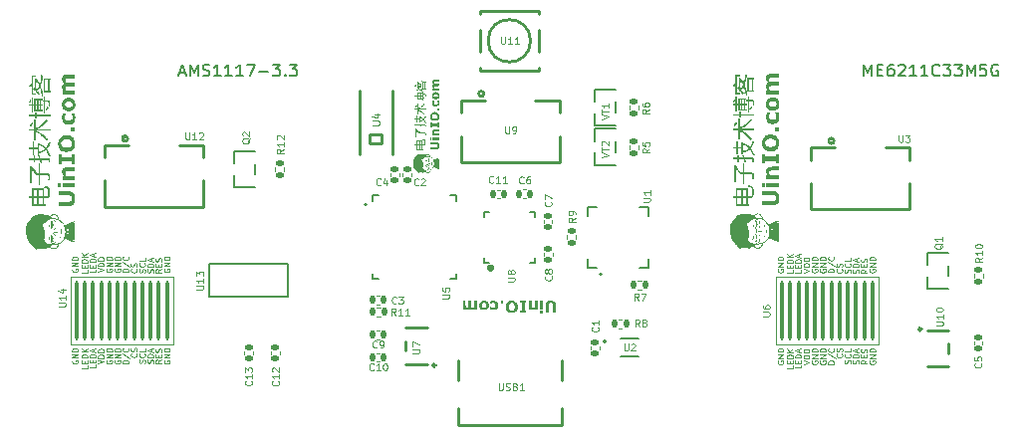
<source format=gto>
%TF.GenerationSoftware,KiCad,Pcbnew,(6.0.9)*%
%TF.CreationDate,2022-11-23T18:12:37+08:00*%
%TF.ProjectId,UINIO-Cubic-Prism,55494e49-4f2d-4437-9562-69632d507269,UinIO.com*%
%TF.SameCoordinates,Original*%
%TF.FileFunction,Legend,Top*%
%TF.FilePolarity,Positive*%
%FSLAX46Y46*%
G04 Gerber Fmt 4.6, Leading zero omitted, Abs format (unit mm)*
G04 Created by KiCad (PCBNEW (6.0.9)) date 2022-11-23 18:12:37*
%MOMM*%
%LPD*%
G01*
G04 APERTURE LIST*
G04 Aperture macros list*
%AMRoundRect*
0 Rectangle with rounded corners*
0 $1 Rounding radius*
0 $2 $3 $4 $5 $6 $7 $8 $9 X,Y pos of 4 corners*
0 Add a 4 corners polygon primitive as box body*
4,1,4,$2,$3,$4,$5,$6,$7,$8,$9,$2,$3,0*
0 Add four circle primitives for the rounded corners*
1,1,$1+$1,$2,$3*
1,1,$1+$1,$4,$5*
1,1,$1+$1,$6,$7*
1,1,$1+$1,$8,$9*
0 Add four rect primitives between the rounded corners*
20,1,$1+$1,$2,$3,$4,$5,0*
20,1,$1+$1,$4,$5,$6,$7,0*
20,1,$1+$1,$6,$7,$8,$9,0*
20,1,$1+$1,$8,$9,$2,$3,0*%
G04 Aperture macros list end*
%ADD10C,0.200000*%
%ADD11C,0.100000*%
%ADD12C,0.075000*%
%ADD13C,0.300000*%
%ADD14C,0.152000*%
%ADD15C,0.254000*%
%ADD16C,0.120000*%
%ADD17C,0.150000*%
%ADD18C,0.127000*%
%ADD19R,1.070000X0.532000*%
%ADD20R,1.000000X0.600000*%
%ADD21RoundRect,0.087500X0.087500X-2.412500X0.087500X2.412500X-0.087500X2.412500X-0.087500X-2.412500X0*%
%ADD22RoundRect,0.135000X0.185000X-0.135000X0.185000X0.135000X-0.185000X0.135000X-0.185000X-0.135000X0*%
%ADD23R,1.200000X0.850000*%
%ADD24RoundRect,0.140000X0.140000X0.170000X-0.140000X0.170000X-0.140000X-0.170000X0.140000X-0.170000X0*%
%ADD25C,0.610000*%
%ADD26R,0.800000X0.280000*%
%ADD27R,0.280000X0.800000*%
%ADD28R,5.400000X5.400000*%
%ADD29O,0.280000X0.800000*%
%ADD30O,0.800000X0.280000*%
%ADD31R,2.700000X2.700000*%
%ADD32RoundRect,0.140000X-0.140000X-0.170000X0.140000X-0.170000X0.140000X0.170000X-0.140000X0.170000X0*%
%ADD33RoundRect,0.140000X-0.170000X0.140000X-0.170000X-0.140000X0.170000X-0.140000X0.170000X0.140000X0*%
%ADD34RoundRect,0.140000X0.170000X-0.140000X0.170000X0.140000X-0.170000X0.140000X-0.170000X-0.140000X0*%
%ADD35R,2.300000X0.800000*%
%ADD36RoundRect,0.135000X0.135000X0.185000X-0.135000X0.185000X-0.135000X-0.185000X0.135000X-0.185000X0*%
%ADD37R,0.550000X0.250000*%
%ADD38R,0.300000X1.500000*%
%ADD39R,2.000000X1.500000*%
%ADD40R,0.980000X2.470000*%
%ADD41R,3.600000X2.470000*%
%ADD42RoundRect,0.135000X-0.185000X0.135000X-0.185000X-0.135000X0.185000X-0.135000X0.185000X0.135000X0*%
%ADD43R,0.280000X0.905000*%
%ADD44R,0.905000X0.280000*%
%ADD45R,3.350000X3.350000*%
%ADD46C,0.650000*%
%ADD47O,1.000000X2.100000*%
%ADD48O,1.000000X1.900000*%
%ADD49R,0.600000X1.150000*%
%ADD50R,0.300000X1.150000*%
%ADD51C,1.000000*%
G04 APERTURE END LIST*
D10*
X179109523Y-90182380D02*
X179109523Y-89182380D01*
X179442857Y-89896666D01*
X179776190Y-89182380D01*
X179776190Y-90182380D01*
X180252380Y-89658571D02*
X180585714Y-89658571D01*
X180728571Y-90182380D02*
X180252380Y-90182380D01*
X180252380Y-89182380D01*
X180728571Y-89182380D01*
X181585714Y-89182380D02*
X181395238Y-89182380D01*
X181300000Y-89230000D01*
X181252380Y-89277619D01*
X181157142Y-89420476D01*
X181109523Y-89610952D01*
X181109523Y-89991904D01*
X181157142Y-90087142D01*
X181204761Y-90134761D01*
X181300000Y-90182380D01*
X181490476Y-90182380D01*
X181585714Y-90134761D01*
X181633333Y-90087142D01*
X181680952Y-89991904D01*
X181680952Y-89753809D01*
X181633333Y-89658571D01*
X181585714Y-89610952D01*
X181490476Y-89563333D01*
X181300000Y-89563333D01*
X181204761Y-89610952D01*
X181157142Y-89658571D01*
X181109523Y-89753809D01*
X182061904Y-89277619D02*
X182109523Y-89230000D01*
X182204761Y-89182380D01*
X182442857Y-89182380D01*
X182538095Y-89230000D01*
X182585714Y-89277619D01*
X182633333Y-89372857D01*
X182633333Y-89468095D01*
X182585714Y-89610952D01*
X182014285Y-90182380D01*
X182633333Y-90182380D01*
X183585714Y-90182380D02*
X183014285Y-90182380D01*
X183300000Y-90182380D02*
X183300000Y-89182380D01*
X183204761Y-89325238D01*
X183109523Y-89420476D01*
X183014285Y-89468095D01*
X184538095Y-90182380D02*
X183966666Y-90182380D01*
X184252380Y-90182380D02*
X184252380Y-89182380D01*
X184157142Y-89325238D01*
X184061904Y-89420476D01*
X183966666Y-89468095D01*
X185538095Y-90087142D02*
X185490476Y-90134761D01*
X185347619Y-90182380D01*
X185252380Y-90182380D01*
X185109523Y-90134761D01*
X185014285Y-90039523D01*
X184966666Y-89944285D01*
X184919047Y-89753809D01*
X184919047Y-89610952D01*
X184966666Y-89420476D01*
X185014285Y-89325238D01*
X185109523Y-89230000D01*
X185252380Y-89182380D01*
X185347619Y-89182380D01*
X185490476Y-89230000D01*
X185538095Y-89277619D01*
X185871428Y-89182380D02*
X186490476Y-89182380D01*
X186157142Y-89563333D01*
X186300000Y-89563333D01*
X186395238Y-89610952D01*
X186442857Y-89658571D01*
X186490476Y-89753809D01*
X186490476Y-89991904D01*
X186442857Y-90087142D01*
X186395238Y-90134761D01*
X186300000Y-90182380D01*
X186014285Y-90182380D01*
X185919047Y-90134761D01*
X185871428Y-90087142D01*
X186823809Y-89182380D02*
X187442857Y-89182380D01*
X187109523Y-89563333D01*
X187252380Y-89563333D01*
X187347619Y-89610952D01*
X187395238Y-89658571D01*
X187442857Y-89753809D01*
X187442857Y-89991904D01*
X187395238Y-90087142D01*
X187347619Y-90134761D01*
X187252380Y-90182380D01*
X186966666Y-90182380D01*
X186871428Y-90134761D01*
X186823809Y-90087142D01*
X187871428Y-90182380D02*
X187871428Y-89182380D01*
X188204761Y-89896666D01*
X188538095Y-89182380D01*
X188538095Y-90182380D01*
X189490476Y-89182380D02*
X189014285Y-89182380D01*
X188966666Y-89658571D01*
X189014285Y-89610952D01*
X189109523Y-89563333D01*
X189347619Y-89563333D01*
X189442857Y-89610952D01*
X189490476Y-89658571D01*
X189538095Y-89753809D01*
X189538095Y-89991904D01*
X189490476Y-90087142D01*
X189442857Y-90134761D01*
X189347619Y-90182380D01*
X189109523Y-90182380D01*
X189014285Y-90134761D01*
X188966666Y-90087142D01*
X190490476Y-89230000D02*
X190395238Y-89182380D01*
X190252380Y-89182380D01*
X190109523Y-89230000D01*
X190014285Y-89325238D01*
X189966666Y-89420476D01*
X189919047Y-89610952D01*
X189919047Y-89753809D01*
X189966666Y-89944285D01*
X190014285Y-90039523D01*
X190109523Y-90134761D01*
X190252380Y-90182380D01*
X190347619Y-90182380D01*
X190490476Y-90134761D01*
X190538095Y-90087142D01*
X190538095Y-89753809D01*
X190347619Y-89753809D01*
X120920000Y-89896666D02*
X121396190Y-89896666D01*
X120824761Y-90182380D02*
X121158095Y-89182380D01*
X121491428Y-90182380D01*
X121824761Y-90182380D02*
X121824761Y-89182380D01*
X122158095Y-89896666D01*
X122491428Y-89182380D01*
X122491428Y-90182380D01*
X122920000Y-90134761D02*
X123062857Y-90182380D01*
X123300952Y-90182380D01*
X123396190Y-90134761D01*
X123443809Y-90087142D01*
X123491428Y-89991904D01*
X123491428Y-89896666D01*
X123443809Y-89801428D01*
X123396190Y-89753809D01*
X123300952Y-89706190D01*
X123110476Y-89658571D01*
X123015238Y-89610952D01*
X122967619Y-89563333D01*
X122920000Y-89468095D01*
X122920000Y-89372857D01*
X122967619Y-89277619D01*
X123015238Y-89230000D01*
X123110476Y-89182380D01*
X123348571Y-89182380D01*
X123491428Y-89230000D01*
X124443809Y-90182380D02*
X123872380Y-90182380D01*
X124158095Y-90182380D02*
X124158095Y-89182380D01*
X124062857Y-89325238D01*
X123967619Y-89420476D01*
X123872380Y-89468095D01*
X125396190Y-90182380D02*
X124824761Y-90182380D01*
X125110476Y-90182380D02*
X125110476Y-89182380D01*
X125015238Y-89325238D01*
X124920000Y-89420476D01*
X124824761Y-89468095D01*
X126348571Y-90182380D02*
X125777142Y-90182380D01*
X126062857Y-90182380D02*
X126062857Y-89182380D01*
X125967619Y-89325238D01*
X125872380Y-89420476D01*
X125777142Y-89468095D01*
X126681904Y-89182380D02*
X127348571Y-89182380D01*
X126920000Y-90182380D01*
X127729523Y-89801428D02*
X128491428Y-89801428D01*
X128872380Y-89182380D02*
X129491428Y-89182380D01*
X129158095Y-89563333D01*
X129300952Y-89563333D01*
X129396190Y-89610952D01*
X129443809Y-89658571D01*
X129491428Y-89753809D01*
X129491428Y-89991904D01*
X129443809Y-90087142D01*
X129396190Y-90134761D01*
X129300952Y-90182380D01*
X129015238Y-90182380D01*
X128920000Y-90134761D01*
X128872380Y-90087142D01*
X129920000Y-90087142D02*
X129967619Y-90134761D01*
X129920000Y-90182380D01*
X129872380Y-90134761D01*
X129920000Y-90087142D01*
X129920000Y-90182380D01*
X130300952Y-89182380D02*
X130920000Y-89182380D01*
X130586666Y-89563333D01*
X130729523Y-89563333D01*
X130824761Y-89610952D01*
X130872380Y-89658571D01*
X130920000Y-89753809D01*
X130920000Y-89991904D01*
X130872380Y-90087142D01*
X130824761Y-90134761D01*
X130729523Y-90182380D01*
X130443809Y-90182380D01*
X130348571Y-90134761D01*
X130300952Y-90087142D01*
D11*
%TO.C,VT2*%
X156802447Y-97078118D02*
X157402447Y-96878118D01*
X156802447Y-96678118D01*
X156802447Y-96563832D02*
X156802447Y-96220975D01*
X157402447Y-96392403D02*
X156802447Y-96392403D01*
X156859590Y-96049546D02*
X156831019Y-96020975D01*
X156802447Y-95963832D01*
X156802447Y-95820975D01*
X156831019Y-95763832D01*
X156859590Y-95735261D01*
X156916733Y-95706689D01*
X156973876Y-95706689D01*
X157059590Y-95735261D01*
X157402447Y-96078118D01*
X157402447Y-95706689D01*
%TO.C,U7*%
X140750947Y-113745403D02*
X141236661Y-113745403D01*
X141293804Y-113716832D01*
X141322376Y-113688261D01*
X141350947Y-113631118D01*
X141350947Y-113516832D01*
X141322376Y-113459689D01*
X141293804Y-113431118D01*
X141236661Y-113402546D01*
X140750947Y-113402546D01*
X140750947Y-113173975D02*
X140750947Y-112773975D01*
X141350947Y-113031118D01*
%TO.C,U6*%
X170511947Y-110590357D02*
X170997661Y-110590357D01*
X171054804Y-110561786D01*
X171083376Y-110533215D01*
X171111947Y-110476072D01*
X171111947Y-110361786D01*
X171083376Y-110304643D01*
X171054804Y-110276072D01*
X170997661Y-110247500D01*
X170511947Y-110247500D01*
X170511947Y-109704643D02*
X170511947Y-109818929D01*
X170540519Y-109876072D01*
X170569090Y-109904643D01*
X170654804Y-109961786D01*
X170769090Y-109990357D01*
X170997661Y-109990357D01*
X171054804Y-109961786D01*
X171083376Y-109933215D01*
X171111947Y-109876072D01*
X171111947Y-109761786D01*
X171083376Y-109704643D01*
X171054804Y-109676072D01*
X170997661Y-109647500D01*
X170854804Y-109647500D01*
X170797661Y-109676072D01*
X170769090Y-109704643D01*
X170740519Y-109761786D01*
X170740519Y-109876072D01*
X170769090Y-109933215D01*
X170797661Y-109961786D01*
X170854804Y-109990357D01*
D12*
X178643899Y-114619357D02*
X178667709Y-114547929D01*
X178667709Y-114428881D01*
X178643899Y-114381262D01*
X178620090Y-114357453D01*
X178572471Y-114333643D01*
X178524852Y-114333643D01*
X178477233Y-114357453D01*
X178453423Y-114381262D01*
X178429614Y-114428881D01*
X178405804Y-114524119D01*
X178381995Y-114571738D01*
X178358185Y-114595548D01*
X178310566Y-114619357D01*
X178262947Y-114619357D01*
X178215328Y-114595548D01*
X178191519Y-114571738D01*
X178167709Y-114524119D01*
X178167709Y-114405072D01*
X178191519Y-114333643D01*
X178667709Y-114119357D02*
X178167709Y-114119357D01*
X178167709Y-114000310D01*
X178191519Y-113928881D01*
X178239138Y-113881262D01*
X178286757Y-113857453D01*
X178381995Y-113833643D01*
X178453423Y-113833643D01*
X178548661Y-113857453D01*
X178596280Y-113881262D01*
X178643899Y-113928881D01*
X178667709Y-114000310D01*
X178667709Y-114119357D01*
X178524852Y-113643167D02*
X178524852Y-113405072D01*
X178667709Y-113690786D02*
X178167709Y-113524119D01*
X178667709Y-113357453D01*
X175391519Y-106593167D02*
X175367709Y-106640786D01*
X175367709Y-106712215D01*
X175391519Y-106783643D01*
X175439138Y-106831262D01*
X175486757Y-106855072D01*
X175581995Y-106878881D01*
X175653423Y-106878881D01*
X175748661Y-106855072D01*
X175796280Y-106831262D01*
X175843899Y-106783643D01*
X175867709Y-106712215D01*
X175867709Y-106664595D01*
X175843899Y-106593167D01*
X175820090Y-106569357D01*
X175653423Y-106569357D01*
X175653423Y-106664595D01*
X175867709Y-106355072D02*
X175367709Y-106355072D01*
X175867709Y-106069357D01*
X175367709Y-106069357D01*
X175867709Y-105831262D02*
X175367709Y-105831262D01*
X175367709Y-105712215D01*
X175391519Y-105640786D01*
X175439138Y-105593167D01*
X175486757Y-105569357D01*
X175581995Y-105545548D01*
X175653423Y-105545548D01*
X175748661Y-105569357D01*
X175796280Y-105593167D01*
X175843899Y-105640786D01*
X175867709Y-105712215D01*
X175867709Y-105831262D01*
X174691519Y-106593167D02*
X174667709Y-106640786D01*
X174667709Y-106712215D01*
X174691519Y-106783643D01*
X174739138Y-106831262D01*
X174786757Y-106855072D01*
X174881995Y-106878881D01*
X174953423Y-106878881D01*
X175048661Y-106855072D01*
X175096280Y-106831262D01*
X175143899Y-106783643D01*
X175167709Y-106712215D01*
X175167709Y-106664595D01*
X175143899Y-106593167D01*
X175120090Y-106569357D01*
X174953423Y-106569357D01*
X174953423Y-106664595D01*
X175167709Y-106355072D02*
X174667709Y-106355072D01*
X175167709Y-106069357D01*
X174667709Y-106069357D01*
X175167709Y-105831262D02*
X174667709Y-105831262D01*
X174667709Y-105712215D01*
X174691519Y-105640786D01*
X174739138Y-105593167D01*
X174786757Y-105569357D01*
X174881995Y-105545548D01*
X174953423Y-105545548D01*
X175048661Y-105569357D01*
X175096280Y-105593167D01*
X175143899Y-105640786D01*
X175167709Y-105712215D01*
X175167709Y-105831262D01*
X171791519Y-114393167D02*
X171767709Y-114440786D01*
X171767709Y-114512215D01*
X171791519Y-114583643D01*
X171839138Y-114631262D01*
X171886757Y-114655072D01*
X171981995Y-114678881D01*
X172053423Y-114678881D01*
X172148661Y-114655072D01*
X172196280Y-114631262D01*
X172243899Y-114583643D01*
X172267709Y-114512215D01*
X172267709Y-114464595D01*
X172243899Y-114393167D01*
X172220090Y-114369357D01*
X172053423Y-114369357D01*
X172053423Y-114464595D01*
X172267709Y-114155072D02*
X171767709Y-114155072D01*
X172267709Y-113869357D01*
X171767709Y-113869357D01*
X172267709Y-113631262D02*
X171767709Y-113631262D01*
X171767709Y-113512215D01*
X171791519Y-113440786D01*
X171839138Y-113393167D01*
X171886757Y-113369357D01*
X171981995Y-113345548D01*
X172053423Y-113345548D01*
X172148661Y-113369357D01*
X172196280Y-113393167D01*
X172243899Y-113440786D01*
X172267709Y-113512215D01*
X172267709Y-113631262D01*
X179367709Y-106621738D02*
X179129614Y-106788405D01*
X179367709Y-106907453D02*
X178867709Y-106907453D01*
X178867709Y-106716976D01*
X178891519Y-106669357D01*
X178915328Y-106645548D01*
X178962947Y-106621738D01*
X179034376Y-106621738D01*
X179081995Y-106645548D01*
X179105804Y-106669357D01*
X179129614Y-106716976D01*
X179129614Y-106907453D01*
X179105804Y-106407453D02*
X179105804Y-106240786D01*
X179367709Y-106169357D02*
X179367709Y-106407453D01*
X178867709Y-106407453D01*
X178867709Y-106169357D01*
X179343899Y-105978881D02*
X179367709Y-105907453D01*
X179367709Y-105788405D01*
X179343899Y-105740786D01*
X179320090Y-105716976D01*
X179272471Y-105693167D01*
X179224852Y-105693167D01*
X179177233Y-105716976D01*
X179153423Y-105740786D01*
X179129614Y-105788405D01*
X179105804Y-105883643D01*
X179081995Y-105931262D01*
X179058185Y-105955072D01*
X179010566Y-105978881D01*
X178962947Y-105978881D01*
X178915328Y-105955072D01*
X178891519Y-105931262D01*
X178867709Y-105883643D01*
X178867709Y-105764595D01*
X178891519Y-105693167D01*
X173767709Y-114747929D02*
X173767709Y-114986024D01*
X173267709Y-114986024D01*
X173505804Y-114581262D02*
X173505804Y-114414595D01*
X173767709Y-114343167D02*
X173767709Y-114581262D01*
X173267709Y-114581262D01*
X173267709Y-114343167D01*
X173767709Y-114128881D02*
X173267709Y-114128881D01*
X173267709Y-114009834D01*
X173291519Y-113938405D01*
X173339138Y-113890786D01*
X173386757Y-113866976D01*
X173481995Y-113843167D01*
X173553423Y-113843167D01*
X173648661Y-113866976D01*
X173696280Y-113890786D01*
X173743899Y-113938405D01*
X173767709Y-114009834D01*
X173767709Y-114128881D01*
X173624852Y-113652691D02*
X173624852Y-113414595D01*
X173767709Y-113700310D02*
X173267709Y-113533643D01*
X173767709Y-113366976D01*
X179591519Y-114393167D02*
X179567709Y-114440786D01*
X179567709Y-114512215D01*
X179591519Y-114583643D01*
X179639138Y-114631262D01*
X179686757Y-114655072D01*
X179781995Y-114678881D01*
X179853423Y-114678881D01*
X179948661Y-114655072D01*
X179996280Y-114631262D01*
X180043899Y-114583643D01*
X180067709Y-114512215D01*
X180067709Y-114464595D01*
X180043899Y-114393167D01*
X180020090Y-114369357D01*
X179853423Y-114369357D01*
X179853423Y-114464595D01*
X180067709Y-114155072D02*
X179567709Y-114155072D01*
X180067709Y-113869357D01*
X179567709Y-113869357D01*
X180067709Y-113631262D02*
X179567709Y-113631262D01*
X179567709Y-113512215D01*
X179591519Y-113440786D01*
X179639138Y-113393167D01*
X179686757Y-113369357D01*
X179781995Y-113345548D01*
X179853423Y-113345548D01*
X179948661Y-113369357D01*
X179996280Y-113393167D01*
X180043899Y-113440786D01*
X180067709Y-113512215D01*
X180067709Y-113631262D01*
X173067709Y-106683643D02*
X173067709Y-106921738D01*
X172567709Y-106921738D01*
X172805804Y-106516976D02*
X172805804Y-106350310D01*
X173067709Y-106278881D02*
X173067709Y-106516976D01*
X172567709Y-106516976D01*
X172567709Y-106278881D01*
X173067709Y-106064595D02*
X172567709Y-106064595D01*
X172567709Y-105945548D01*
X172591519Y-105874119D01*
X172639138Y-105826500D01*
X172686757Y-105802691D01*
X172781995Y-105778881D01*
X172853423Y-105778881D01*
X172948661Y-105802691D01*
X172996280Y-105826500D01*
X173043899Y-105874119D01*
X173067709Y-105945548D01*
X173067709Y-106064595D01*
X173067709Y-105564595D02*
X172567709Y-105564595D01*
X173067709Y-105278881D02*
X172781995Y-105493167D01*
X172567709Y-105278881D02*
X172853423Y-105564595D01*
X176567709Y-106855072D02*
X176067709Y-106855072D01*
X176067709Y-106736024D01*
X176091519Y-106664595D01*
X176139138Y-106616976D01*
X176186757Y-106593167D01*
X176281995Y-106569357D01*
X176353423Y-106569357D01*
X176448661Y-106593167D01*
X176496280Y-106616976D01*
X176543899Y-106664595D01*
X176567709Y-106736024D01*
X176567709Y-106855072D01*
X176043899Y-105997929D02*
X176686757Y-106426500D01*
X176520090Y-105545548D02*
X176543899Y-105569357D01*
X176567709Y-105640786D01*
X176567709Y-105688405D01*
X176543899Y-105759834D01*
X176496280Y-105807453D01*
X176448661Y-105831262D01*
X176353423Y-105855072D01*
X176281995Y-105855072D01*
X176186757Y-105831262D01*
X176139138Y-105807453D01*
X176091519Y-105759834D01*
X176067709Y-105688405D01*
X176067709Y-105640786D01*
X176091519Y-105569357D01*
X176115328Y-105545548D01*
X179367709Y-114321738D02*
X179129614Y-114488405D01*
X179367709Y-114607453D02*
X178867709Y-114607453D01*
X178867709Y-114416976D01*
X178891519Y-114369357D01*
X178915328Y-114345548D01*
X178962947Y-114321738D01*
X179034376Y-114321738D01*
X179081995Y-114345548D01*
X179105804Y-114369357D01*
X179129614Y-114416976D01*
X179129614Y-114607453D01*
X179105804Y-114107453D02*
X179105804Y-113940786D01*
X179367709Y-113869357D02*
X179367709Y-114107453D01*
X178867709Y-114107453D01*
X178867709Y-113869357D01*
X179343899Y-113678881D02*
X179367709Y-113607453D01*
X179367709Y-113488405D01*
X179343899Y-113440786D01*
X179320090Y-113416976D01*
X179272471Y-113393167D01*
X179224852Y-113393167D01*
X179177233Y-113416976D01*
X179153423Y-113440786D01*
X179129614Y-113488405D01*
X179105804Y-113583643D01*
X179081995Y-113631262D01*
X179058185Y-113655072D01*
X179010566Y-113678881D01*
X178962947Y-113678881D01*
X178915328Y-113655072D01*
X178891519Y-113631262D01*
X178867709Y-113583643D01*
X178867709Y-113464595D01*
X178891519Y-113393167D01*
X173067709Y-114783643D02*
X173067709Y-115021738D01*
X172567709Y-115021738D01*
X172805804Y-114616976D02*
X172805804Y-114450310D01*
X173067709Y-114378881D02*
X173067709Y-114616976D01*
X172567709Y-114616976D01*
X172567709Y-114378881D01*
X173067709Y-114164595D02*
X172567709Y-114164595D01*
X172567709Y-114045548D01*
X172591519Y-113974119D01*
X172639138Y-113926500D01*
X172686757Y-113902691D01*
X172781995Y-113878881D01*
X172853423Y-113878881D01*
X172948661Y-113902691D01*
X172996280Y-113926500D01*
X173043899Y-113974119D01*
X173067709Y-114045548D01*
X173067709Y-114164595D01*
X173067709Y-113664595D02*
X172567709Y-113664595D01*
X173067709Y-113378881D02*
X172781995Y-113593167D01*
X172567709Y-113378881D02*
X172853423Y-113664595D01*
X173767709Y-106647929D02*
X173767709Y-106886024D01*
X173267709Y-106886024D01*
X173505804Y-106481262D02*
X173505804Y-106314595D01*
X173767709Y-106243167D02*
X173767709Y-106481262D01*
X173267709Y-106481262D01*
X173267709Y-106243167D01*
X173767709Y-106028881D02*
X173267709Y-106028881D01*
X173267709Y-105909834D01*
X173291519Y-105838405D01*
X173339138Y-105790786D01*
X173386757Y-105766976D01*
X173481995Y-105743167D01*
X173553423Y-105743167D01*
X173648661Y-105766976D01*
X173696280Y-105790786D01*
X173743899Y-105838405D01*
X173767709Y-105909834D01*
X173767709Y-106028881D01*
X173624852Y-105552691D02*
X173624852Y-105314595D01*
X173767709Y-105600310D02*
X173267709Y-105433643D01*
X173767709Y-105266976D01*
X173967709Y-106878881D02*
X174467709Y-106712215D01*
X173967709Y-106545548D01*
X174467709Y-106378881D02*
X173967709Y-106378881D01*
X173967709Y-106259834D01*
X173991519Y-106188405D01*
X174039138Y-106140786D01*
X174086757Y-106116976D01*
X174181995Y-106093167D01*
X174253423Y-106093167D01*
X174348661Y-106116976D01*
X174396280Y-106140786D01*
X174443899Y-106188405D01*
X174467709Y-106259834D01*
X174467709Y-106378881D01*
X174467709Y-105878881D02*
X173967709Y-105878881D01*
X173967709Y-105759834D01*
X173991519Y-105688405D01*
X174039138Y-105640786D01*
X174086757Y-105616976D01*
X174181995Y-105593167D01*
X174253423Y-105593167D01*
X174348661Y-105616976D01*
X174396280Y-105640786D01*
X174443899Y-105688405D01*
X174467709Y-105759834D01*
X174467709Y-105878881D01*
X171791519Y-106593167D02*
X171767709Y-106640786D01*
X171767709Y-106712215D01*
X171791519Y-106783643D01*
X171839138Y-106831262D01*
X171886757Y-106855072D01*
X171981995Y-106878881D01*
X172053423Y-106878881D01*
X172148661Y-106855072D01*
X172196280Y-106831262D01*
X172243899Y-106783643D01*
X172267709Y-106712215D01*
X172267709Y-106664595D01*
X172243899Y-106593167D01*
X172220090Y-106569357D01*
X172053423Y-106569357D01*
X172053423Y-106664595D01*
X172267709Y-106355072D02*
X171767709Y-106355072D01*
X172267709Y-106069357D01*
X171767709Y-106069357D01*
X172267709Y-105831262D02*
X171767709Y-105831262D01*
X171767709Y-105712215D01*
X171791519Y-105640786D01*
X171839138Y-105593167D01*
X171886757Y-105569357D01*
X171981995Y-105545548D01*
X172053423Y-105545548D01*
X172148661Y-105569357D01*
X172196280Y-105593167D01*
X172243899Y-105640786D01*
X172267709Y-105712215D01*
X172267709Y-105831262D01*
X177220090Y-113795548D02*
X177243899Y-113819357D01*
X177267709Y-113890786D01*
X177267709Y-113938405D01*
X177243899Y-114009834D01*
X177196280Y-114057453D01*
X177148661Y-114081262D01*
X177053423Y-114105072D01*
X176981995Y-114105072D01*
X176886757Y-114081262D01*
X176839138Y-114057453D01*
X176791519Y-114009834D01*
X176767709Y-113938405D01*
X176767709Y-113890786D01*
X176791519Y-113819357D01*
X176815328Y-113795548D01*
X177243899Y-113605072D02*
X177267709Y-113533643D01*
X177267709Y-113414595D01*
X177243899Y-113366976D01*
X177220090Y-113343167D01*
X177172471Y-113319357D01*
X177124852Y-113319357D01*
X177077233Y-113343167D01*
X177053423Y-113366976D01*
X177029614Y-113414595D01*
X177005804Y-113509834D01*
X176981995Y-113557453D01*
X176958185Y-113581262D01*
X176910566Y-113605072D01*
X176862947Y-113605072D01*
X176815328Y-113581262D01*
X176791519Y-113557453D01*
X176767709Y-113509834D01*
X176767709Y-113390786D01*
X176791519Y-113319357D01*
X173967709Y-114678881D02*
X174467709Y-114512215D01*
X173967709Y-114345548D01*
X174467709Y-114178881D02*
X173967709Y-114178881D01*
X173967709Y-114059834D01*
X173991519Y-113988405D01*
X174039138Y-113940786D01*
X174086757Y-113916976D01*
X174181995Y-113893167D01*
X174253423Y-113893167D01*
X174348661Y-113916976D01*
X174396280Y-113940786D01*
X174443899Y-113988405D01*
X174467709Y-114059834D01*
X174467709Y-114178881D01*
X174467709Y-113678881D02*
X173967709Y-113678881D01*
X173967709Y-113559834D01*
X173991519Y-113488405D01*
X174039138Y-113440786D01*
X174086757Y-113416976D01*
X174181995Y-113393167D01*
X174253423Y-113393167D01*
X174348661Y-113416976D01*
X174396280Y-113440786D01*
X174443899Y-113488405D01*
X174467709Y-113559834D01*
X174467709Y-113678881D01*
X174691519Y-114393167D02*
X174667709Y-114440786D01*
X174667709Y-114512215D01*
X174691519Y-114583643D01*
X174739138Y-114631262D01*
X174786757Y-114655072D01*
X174881995Y-114678881D01*
X174953423Y-114678881D01*
X175048661Y-114655072D01*
X175096280Y-114631262D01*
X175143899Y-114583643D01*
X175167709Y-114512215D01*
X175167709Y-114464595D01*
X175143899Y-114393167D01*
X175120090Y-114369357D01*
X174953423Y-114369357D01*
X174953423Y-114464595D01*
X175167709Y-114155072D02*
X174667709Y-114155072D01*
X175167709Y-113869357D01*
X174667709Y-113869357D01*
X175167709Y-113631262D02*
X174667709Y-113631262D01*
X174667709Y-113512215D01*
X174691519Y-113440786D01*
X174739138Y-113393167D01*
X174786757Y-113369357D01*
X174881995Y-113345548D01*
X174953423Y-113345548D01*
X175048661Y-113369357D01*
X175096280Y-113393167D01*
X175143899Y-113440786D01*
X175167709Y-113512215D01*
X175167709Y-113631262D01*
X177943899Y-106907453D02*
X177967709Y-106836024D01*
X177967709Y-106716976D01*
X177943899Y-106669357D01*
X177920090Y-106645548D01*
X177872471Y-106621738D01*
X177824852Y-106621738D01*
X177777233Y-106645548D01*
X177753423Y-106669357D01*
X177729614Y-106716976D01*
X177705804Y-106812215D01*
X177681995Y-106859834D01*
X177658185Y-106883643D01*
X177610566Y-106907453D01*
X177562947Y-106907453D01*
X177515328Y-106883643D01*
X177491519Y-106859834D01*
X177467709Y-106812215D01*
X177467709Y-106693167D01*
X177491519Y-106621738D01*
X177920090Y-106121738D02*
X177943899Y-106145548D01*
X177967709Y-106216976D01*
X177967709Y-106264595D01*
X177943899Y-106336024D01*
X177896280Y-106383643D01*
X177848661Y-106407453D01*
X177753423Y-106431262D01*
X177681995Y-106431262D01*
X177586757Y-106407453D01*
X177539138Y-106383643D01*
X177491519Y-106336024D01*
X177467709Y-106264595D01*
X177467709Y-106216976D01*
X177491519Y-106145548D01*
X177515328Y-106121738D01*
X177967709Y-105669357D02*
X177967709Y-105907453D01*
X177467709Y-105907453D01*
X178643899Y-106919357D02*
X178667709Y-106847929D01*
X178667709Y-106728881D01*
X178643899Y-106681262D01*
X178620090Y-106657453D01*
X178572471Y-106633643D01*
X178524852Y-106633643D01*
X178477233Y-106657453D01*
X178453423Y-106681262D01*
X178429614Y-106728881D01*
X178405804Y-106824119D01*
X178381995Y-106871738D01*
X178358185Y-106895548D01*
X178310566Y-106919357D01*
X178262947Y-106919357D01*
X178215328Y-106895548D01*
X178191519Y-106871738D01*
X178167709Y-106824119D01*
X178167709Y-106705072D01*
X178191519Y-106633643D01*
X178667709Y-106419357D02*
X178167709Y-106419357D01*
X178167709Y-106300310D01*
X178191519Y-106228881D01*
X178239138Y-106181262D01*
X178286757Y-106157453D01*
X178381995Y-106133643D01*
X178453423Y-106133643D01*
X178548661Y-106157453D01*
X178596280Y-106181262D01*
X178643899Y-106228881D01*
X178667709Y-106300310D01*
X178667709Y-106419357D01*
X178524852Y-105943167D02*
X178524852Y-105705072D01*
X178667709Y-105990786D02*
X178167709Y-105824119D01*
X178667709Y-105657453D01*
X175391519Y-114393167D02*
X175367709Y-114440786D01*
X175367709Y-114512215D01*
X175391519Y-114583643D01*
X175439138Y-114631262D01*
X175486757Y-114655072D01*
X175581995Y-114678881D01*
X175653423Y-114678881D01*
X175748661Y-114655072D01*
X175796280Y-114631262D01*
X175843899Y-114583643D01*
X175867709Y-114512215D01*
X175867709Y-114464595D01*
X175843899Y-114393167D01*
X175820090Y-114369357D01*
X175653423Y-114369357D01*
X175653423Y-114464595D01*
X175867709Y-114155072D02*
X175367709Y-114155072D01*
X175867709Y-113869357D01*
X175367709Y-113869357D01*
X175867709Y-113631262D02*
X175367709Y-113631262D01*
X175367709Y-113512215D01*
X175391519Y-113440786D01*
X175439138Y-113393167D01*
X175486757Y-113369357D01*
X175581995Y-113345548D01*
X175653423Y-113345548D01*
X175748661Y-113369357D01*
X175796280Y-113393167D01*
X175843899Y-113440786D01*
X175867709Y-113512215D01*
X175867709Y-113631262D01*
X177220090Y-106595548D02*
X177243899Y-106619357D01*
X177267709Y-106690786D01*
X177267709Y-106738405D01*
X177243899Y-106809834D01*
X177196280Y-106857453D01*
X177148661Y-106881262D01*
X177053423Y-106905072D01*
X176981995Y-106905072D01*
X176886757Y-106881262D01*
X176839138Y-106857453D01*
X176791519Y-106809834D01*
X176767709Y-106738405D01*
X176767709Y-106690786D01*
X176791519Y-106619357D01*
X176815328Y-106595548D01*
X177243899Y-106405072D02*
X177267709Y-106333643D01*
X177267709Y-106214595D01*
X177243899Y-106166976D01*
X177220090Y-106143167D01*
X177172471Y-106119357D01*
X177124852Y-106119357D01*
X177077233Y-106143167D01*
X177053423Y-106166976D01*
X177029614Y-106214595D01*
X177005804Y-106309834D01*
X176981995Y-106357453D01*
X176958185Y-106381262D01*
X176910566Y-106405072D01*
X176862947Y-106405072D01*
X176815328Y-106381262D01*
X176791519Y-106357453D01*
X176767709Y-106309834D01*
X176767709Y-106190786D01*
X176791519Y-106119357D01*
X179591519Y-106593167D02*
X179567709Y-106640786D01*
X179567709Y-106712215D01*
X179591519Y-106783643D01*
X179639138Y-106831262D01*
X179686757Y-106855072D01*
X179781995Y-106878881D01*
X179853423Y-106878881D01*
X179948661Y-106855072D01*
X179996280Y-106831262D01*
X180043899Y-106783643D01*
X180067709Y-106712215D01*
X180067709Y-106664595D01*
X180043899Y-106593167D01*
X180020090Y-106569357D01*
X179853423Y-106569357D01*
X179853423Y-106664595D01*
X180067709Y-106355072D02*
X179567709Y-106355072D01*
X180067709Y-106069357D01*
X179567709Y-106069357D01*
X180067709Y-105831262D02*
X179567709Y-105831262D01*
X179567709Y-105712215D01*
X179591519Y-105640786D01*
X179639138Y-105593167D01*
X179686757Y-105569357D01*
X179781995Y-105545548D01*
X179853423Y-105545548D01*
X179948661Y-105569357D01*
X179996280Y-105593167D01*
X180043899Y-105640786D01*
X180067709Y-105712215D01*
X180067709Y-105831262D01*
X177943899Y-114607453D02*
X177967709Y-114536024D01*
X177967709Y-114416976D01*
X177943899Y-114369357D01*
X177920090Y-114345548D01*
X177872471Y-114321738D01*
X177824852Y-114321738D01*
X177777233Y-114345548D01*
X177753423Y-114369357D01*
X177729614Y-114416976D01*
X177705804Y-114512215D01*
X177681995Y-114559834D01*
X177658185Y-114583643D01*
X177610566Y-114607453D01*
X177562947Y-114607453D01*
X177515328Y-114583643D01*
X177491519Y-114559834D01*
X177467709Y-114512215D01*
X177467709Y-114393167D01*
X177491519Y-114321738D01*
X177920090Y-113821738D02*
X177943899Y-113845548D01*
X177967709Y-113916976D01*
X177967709Y-113964595D01*
X177943899Y-114036024D01*
X177896280Y-114083643D01*
X177848661Y-114107453D01*
X177753423Y-114131262D01*
X177681995Y-114131262D01*
X177586757Y-114107453D01*
X177539138Y-114083643D01*
X177491519Y-114036024D01*
X177467709Y-113964595D01*
X177467709Y-113916976D01*
X177491519Y-113845548D01*
X177515328Y-113821738D01*
X177967709Y-113369357D02*
X177967709Y-113607453D01*
X177467709Y-113607453D01*
X176567709Y-114655072D02*
X176067709Y-114655072D01*
X176067709Y-114536024D01*
X176091519Y-114464595D01*
X176139138Y-114416976D01*
X176186757Y-114393167D01*
X176281995Y-114369357D01*
X176353423Y-114369357D01*
X176448661Y-114393167D01*
X176496280Y-114416976D01*
X176543899Y-114464595D01*
X176567709Y-114536024D01*
X176567709Y-114655072D01*
X176043899Y-113797929D02*
X176686757Y-114226500D01*
X176520090Y-113345548D02*
X176543899Y-113369357D01*
X176567709Y-113440786D01*
X176567709Y-113488405D01*
X176543899Y-113559834D01*
X176496280Y-113607453D01*
X176448661Y-113631262D01*
X176353423Y-113655072D01*
X176281995Y-113655072D01*
X176186757Y-113631262D01*
X176139138Y-113607453D01*
X176091519Y-113559834D01*
X176067709Y-113488405D01*
X176067709Y-113440786D01*
X176091519Y-113369357D01*
X176115328Y-113345548D01*
D11*
%TO.C,R6*%
X160856447Y-92988261D02*
X160570733Y-93188261D01*
X160856447Y-93331118D02*
X160256447Y-93331118D01*
X160256447Y-93102546D01*
X160285019Y-93045403D01*
X160313590Y-93016832D01*
X160370733Y-92988261D01*
X160456447Y-92988261D01*
X160513590Y-93016832D01*
X160542161Y-93045403D01*
X160570733Y-93102546D01*
X160570733Y-93331118D01*
X160256447Y-92473975D02*
X160256447Y-92588261D01*
X160285019Y-92645403D01*
X160313590Y-92673975D01*
X160399304Y-92731118D01*
X160513590Y-92759689D01*
X160742161Y-92759689D01*
X160799304Y-92731118D01*
X160827876Y-92702546D01*
X160856447Y-92645403D01*
X160856447Y-92531118D01*
X160827876Y-92473975D01*
X160799304Y-92445403D01*
X160742161Y-92416832D01*
X160599304Y-92416832D01*
X160542161Y-92445403D01*
X160513590Y-92473975D01*
X160485019Y-92531118D01*
X160485019Y-92645403D01*
X160513590Y-92702546D01*
X160542161Y-92731118D01*
X160599304Y-92759689D01*
%TO.C,U10*%
X185227947Y-111389357D02*
X185713661Y-111389357D01*
X185770804Y-111360786D01*
X185799376Y-111332215D01*
X185827947Y-111275072D01*
X185827947Y-111160786D01*
X185799376Y-111103643D01*
X185770804Y-111075072D01*
X185713661Y-111046500D01*
X185227947Y-111046500D01*
X185827947Y-110446500D02*
X185827947Y-110789357D01*
X185827947Y-110617929D02*
X185227947Y-110617929D01*
X185313661Y-110675072D01*
X185370804Y-110732215D01*
X185399376Y-110789357D01*
X185227947Y-110075072D02*
X185227947Y-110017929D01*
X185256519Y-109960786D01*
X185285090Y-109932215D01*
X185342233Y-109903643D01*
X185456519Y-109875072D01*
X185599376Y-109875072D01*
X185713661Y-109903643D01*
X185770804Y-109932215D01*
X185799376Y-109960786D01*
X185827947Y-110017929D01*
X185827947Y-110075072D01*
X185799376Y-110132215D01*
X185770804Y-110160786D01*
X185713661Y-110189357D01*
X185599376Y-110217929D01*
X185456519Y-110217929D01*
X185342233Y-110189357D01*
X185285090Y-110160786D01*
X185256519Y-110132215D01*
X185227947Y-110075072D01*
%TO.C,U11*%
X148277857Y-86831428D02*
X148277857Y-87317142D01*
X148306428Y-87374285D01*
X148335000Y-87402857D01*
X148392142Y-87431428D01*
X148506428Y-87431428D01*
X148563571Y-87402857D01*
X148592142Y-87374285D01*
X148620714Y-87317142D01*
X148620714Y-86831428D01*
X149220714Y-87431428D02*
X148877857Y-87431428D01*
X149049285Y-87431428D02*
X149049285Y-86831428D01*
X148992142Y-86917142D01*
X148935000Y-86974285D01*
X148877857Y-87002857D01*
X149792142Y-87431428D02*
X149449285Y-87431428D01*
X149620714Y-87431428D02*
X149620714Y-86831428D01*
X149563571Y-86917142D01*
X149506428Y-86974285D01*
X149449285Y-87002857D01*
D13*
%TO.C,*%
D11*
%TO.C,C6*%
X150174519Y-99251500D02*
X150145947Y-99280072D01*
X150060233Y-99308643D01*
X150003090Y-99308643D01*
X149917376Y-99280072D01*
X149860233Y-99222929D01*
X149831661Y-99165786D01*
X149803090Y-99051500D01*
X149803090Y-98965786D01*
X149831661Y-98851500D01*
X149860233Y-98794357D01*
X149917376Y-98737215D01*
X150003090Y-98708643D01*
X150060233Y-98708643D01*
X150145947Y-98737215D01*
X150174519Y-98765786D01*
X150688804Y-98708643D02*
X150574519Y-98708643D01*
X150517376Y-98737215D01*
X150488804Y-98765786D01*
X150431661Y-98851500D01*
X150403090Y-98965786D01*
X150403090Y-99194357D01*
X150431661Y-99251500D01*
X150460233Y-99280072D01*
X150517376Y-99308643D01*
X150631661Y-99308643D01*
X150688804Y-99280072D01*
X150717376Y-99251500D01*
X150745947Y-99194357D01*
X150745947Y-99051500D01*
X150717376Y-98994357D01*
X150688804Y-98965786D01*
X150631661Y-98937215D01*
X150517376Y-98937215D01*
X150460233Y-98965786D01*
X150431661Y-98994357D01*
X150403090Y-99051500D01*
%TO.C,U5*%
X143257947Y-109089357D02*
X143743661Y-109089357D01*
X143800804Y-109060786D01*
X143829376Y-109032215D01*
X143857947Y-108975072D01*
X143857947Y-108860786D01*
X143829376Y-108803643D01*
X143800804Y-108775072D01*
X143743661Y-108746500D01*
X143257947Y-108746500D01*
X143257947Y-108175072D02*
X143257947Y-108460786D01*
X143543661Y-108489357D01*
X143515090Y-108460786D01*
X143486519Y-108403643D01*
X143486519Y-108260786D01*
X143515090Y-108203643D01*
X143543661Y-108175072D01*
X143600804Y-108146500D01*
X143743661Y-108146500D01*
X143800804Y-108175072D01*
X143829376Y-108203643D01*
X143857947Y-108260786D01*
X143857947Y-108403643D01*
X143829376Y-108460786D01*
X143800804Y-108489357D01*
%TO.C,U8*%
X148817947Y-107629357D02*
X149303661Y-107629357D01*
X149360804Y-107600786D01*
X149389376Y-107572215D01*
X149417947Y-107515072D01*
X149417947Y-107400786D01*
X149389376Y-107343643D01*
X149360804Y-107315072D01*
X149303661Y-107286500D01*
X148817947Y-107286500D01*
X149075090Y-106915072D02*
X149046519Y-106972215D01*
X149017947Y-107000786D01*
X148960804Y-107029357D01*
X148932233Y-107029357D01*
X148875090Y-107000786D01*
X148846519Y-106972215D01*
X148817947Y-106915072D01*
X148817947Y-106800786D01*
X148846519Y-106743643D01*
X148875090Y-106715072D01*
X148932233Y-106686500D01*
X148960804Y-106686500D01*
X149017947Y-106715072D01*
X149046519Y-106743643D01*
X149075090Y-106800786D01*
X149075090Y-106915072D01*
X149103661Y-106972215D01*
X149132233Y-107000786D01*
X149189376Y-107029357D01*
X149303661Y-107029357D01*
X149360804Y-107000786D01*
X149389376Y-106972215D01*
X149417947Y-106915072D01*
X149417947Y-106800786D01*
X149389376Y-106743643D01*
X149360804Y-106715072D01*
X149303661Y-106686500D01*
X149189376Y-106686500D01*
X149132233Y-106715072D01*
X149103661Y-106743643D01*
X149075090Y-106800786D01*
%TO.C,C9*%
X137710000Y-113224285D02*
X137681428Y-113252857D01*
X137595714Y-113281428D01*
X137538571Y-113281428D01*
X137452857Y-113252857D01*
X137395714Y-113195714D01*
X137367142Y-113138571D01*
X137338571Y-113024285D01*
X137338571Y-112938571D01*
X137367142Y-112824285D01*
X137395714Y-112767142D01*
X137452857Y-112710000D01*
X137538571Y-112681428D01*
X137595714Y-112681428D01*
X137681428Y-112710000D01*
X137710000Y-112738571D01*
X137995714Y-113281428D02*
X138110000Y-113281428D01*
X138167142Y-113252857D01*
X138195714Y-113224285D01*
X138252857Y-113138571D01*
X138281428Y-113024285D01*
X138281428Y-112795714D01*
X138252857Y-112738571D01*
X138224285Y-112710000D01*
X138167142Y-112681428D01*
X138052857Y-112681428D01*
X137995714Y-112710000D01*
X137967142Y-112738571D01*
X137938571Y-112795714D01*
X137938571Y-112938571D01*
X137967142Y-112995714D01*
X137995714Y-113024285D01*
X138052857Y-113052857D01*
X138167142Y-113052857D01*
X138224285Y-113024285D01*
X138252857Y-112995714D01*
X138281428Y-112938571D01*
%TO.C,C4*%
X138020000Y-99414285D02*
X137991428Y-99442857D01*
X137905714Y-99471428D01*
X137848571Y-99471428D01*
X137762857Y-99442857D01*
X137705714Y-99385714D01*
X137677142Y-99328571D01*
X137648571Y-99214285D01*
X137648571Y-99128571D01*
X137677142Y-99014285D01*
X137705714Y-98957142D01*
X137762857Y-98900000D01*
X137848571Y-98871428D01*
X137905714Y-98871428D01*
X137991428Y-98900000D01*
X138020000Y-98928571D01*
X138534285Y-99071428D02*
X138534285Y-99471428D01*
X138391428Y-98842857D02*
X138248571Y-99271428D01*
X138620000Y-99271428D01*
%TO.C,C1*%
X156521804Y-111536261D02*
X156550376Y-111564832D01*
X156578947Y-111650546D01*
X156578947Y-111707689D01*
X156550376Y-111793403D01*
X156493233Y-111850546D01*
X156436090Y-111879118D01*
X156321804Y-111907689D01*
X156236090Y-111907689D01*
X156121804Y-111879118D01*
X156064661Y-111850546D01*
X156007519Y-111793403D01*
X155978947Y-111707689D01*
X155978947Y-111650546D01*
X156007519Y-111564832D01*
X156036090Y-111536261D01*
X156578947Y-110964832D02*
X156578947Y-111307689D01*
X156578947Y-111136261D02*
X155978947Y-111136261D01*
X156064661Y-111193403D01*
X156121804Y-111250546D01*
X156150376Y-111307689D01*
%TO.C,C2*%
X141240000Y-99424285D02*
X141211428Y-99452857D01*
X141125714Y-99481428D01*
X141068571Y-99481428D01*
X140982857Y-99452857D01*
X140925714Y-99395714D01*
X140897142Y-99338571D01*
X140868571Y-99224285D01*
X140868571Y-99138571D01*
X140897142Y-99024285D01*
X140925714Y-98967142D01*
X140982857Y-98910000D01*
X141068571Y-98881428D01*
X141125714Y-98881428D01*
X141211428Y-98910000D01*
X141240000Y-98938571D01*
X141468571Y-98938571D02*
X141497142Y-98910000D01*
X141554285Y-98881428D01*
X141697142Y-98881428D01*
X141754285Y-98910000D01*
X141782857Y-98938571D01*
X141811428Y-98995714D01*
X141811428Y-99052857D01*
X141782857Y-99138571D01*
X141440000Y-99481428D01*
X141811428Y-99481428D01*
%TO.C,C5*%
X189040804Y-114607215D02*
X189069376Y-114635786D01*
X189097947Y-114721500D01*
X189097947Y-114778643D01*
X189069376Y-114864357D01*
X189012233Y-114921500D01*
X188955090Y-114950072D01*
X188840804Y-114978643D01*
X188755090Y-114978643D01*
X188640804Y-114950072D01*
X188583661Y-114921500D01*
X188526519Y-114864357D01*
X188497947Y-114778643D01*
X188497947Y-114721500D01*
X188526519Y-114635786D01*
X188555090Y-114607215D01*
X188497947Y-114064357D02*
X188497947Y-114350072D01*
X188783661Y-114378643D01*
X188755090Y-114350072D01*
X188726519Y-114292929D01*
X188726519Y-114150072D01*
X188755090Y-114092929D01*
X188783661Y-114064357D01*
X188840804Y-114035786D01*
X188983661Y-114035786D01*
X189040804Y-114064357D01*
X189069376Y-114092929D01*
X189097947Y-114150072D01*
X189097947Y-114292929D01*
X189069376Y-114350072D01*
X189040804Y-114378643D01*
%TO.C,C11*%
X147603804Y-99195500D02*
X147575233Y-99224072D01*
X147489519Y-99252643D01*
X147432376Y-99252643D01*
X147346661Y-99224072D01*
X147289519Y-99166929D01*
X147260947Y-99109786D01*
X147232376Y-98995500D01*
X147232376Y-98909786D01*
X147260947Y-98795500D01*
X147289519Y-98738357D01*
X147346661Y-98681215D01*
X147432376Y-98652643D01*
X147489519Y-98652643D01*
X147575233Y-98681215D01*
X147603804Y-98709786D01*
X148175233Y-99252643D02*
X147832376Y-99252643D01*
X148003804Y-99252643D02*
X148003804Y-98652643D01*
X147946661Y-98738357D01*
X147889519Y-98795500D01*
X147832376Y-98824072D01*
X148746661Y-99252643D02*
X148403804Y-99252643D01*
X148575233Y-99252643D02*
X148575233Y-98652643D01*
X148518090Y-98738357D01*
X148460947Y-98795500D01*
X148403804Y-98824072D01*
%TO.C,R10*%
X189157947Y-105622929D02*
X188872233Y-105822929D01*
X189157947Y-105965786D02*
X188557947Y-105965786D01*
X188557947Y-105737215D01*
X188586519Y-105680072D01*
X188615090Y-105651500D01*
X188672233Y-105622929D01*
X188757947Y-105622929D01*
X188815090Y-105651500D01*
X188843661Y-105680072D01*
X188872233Y-105737215D01*
X188872233Y-105965786D01*
X189157947Y-105051500D02*
X189157947Y-105394357D01*
X189157947Y-105222929D02*
X188557947Y-105222929D01*
X188643661Y-105280072D01*
X188700804Y-105337215D01*
X188729376Y-105394357D01*
X188557947Y-104680072D02*
X188557947Y-104622929D01*
X188586519Y-104565786D01*
X188615090Y-104537215D01*
X188672233Y-104508643D01*
X188786519Y-104480072D01*
X188929376Y-104480072D01*
X189043661Y-104508643D01*
X189100804Y-104537215D01*
X189129376Y-104565786D01*
X189157947Y-104622929D01*
X189157947Y-104680072D01*
X189129376Y-104737215D01*
X189100804Y-104765786D01*
X189043661Y-104794357D01*
X188929376Y-104822929D01*
X188786519Y-104822929D01*
X188672233Y-104794357D01*
X188615090Y-104765786D01*
X188586519Y-104737215D01*
X188557947Y-104680072D01*
%TO.C,U4*%
X137331428Y-94332142D02*
X137817142Y-94332142D01*
X137874285Y-94303571D01*
X137902857Y-94275000D01*
X137931428Y-94217857D01*
X137931428Y-94103571D01*
X137902857Y-94046428D01*
X137874285Y-94017857D01*
X137817142Y-93989285D01*
X137331428Y-93989285D01*
X137531428Y-93446428D02*
X137931428Y-93446428D01*
X137302857Y-93589285D02*
X137731428Y-93732142D01*
X137731428Y-93360714D01*
%TO.C,R8*%
X160043519Y-111469689D02*
X159843519Y-111183975D01*
X159700661Y-111469689D02*
X159700661Y-110869689D01*
X159929233Y-110869689D01*
X159986376Y-110898261D01*
X160014947Y-110926832D01*
X160043519Y-110983975D01*
X160043519Y-111069689D01*
X160014947Y-111126832D01*
X159986376Y-111155403D01*
X159929233Y-111183975D01*
X159700661Y-111183975D01*
X160386376Y-111126832D02*
X160329233Y-111098261D01*
X160300661Y-111069689D01*
X160272090Y-111012546D01*
X160272090Y-110983975D01*
X160300661Y-110926832D01*
X160329233Y-110898261D01*
X160386376Y-110869689D01*
X160500661Y-110869689D01*
X160557804Y-110898261D01*
X160586376Y-110926832D01*
X160614947Y-110983975D01*
X160614947Y-111012546D01*
X160586376Y-111069689D01*
X160557804Y-111098261D01*
X160500661Y-111126832D01*
X160386376Y-111126832D01*
X160329233Y-111155403D01*
X160300661Y-111183975D01*
X160272090Y-111241118D01*
X160272090Y-111355403D01*
X160300661Y-111412546D01*
X160329233Y-111441118D01*
X160386376Y-111469689D01*
X160500661Y-111469689D01*
X160557804Y-111441118D01*
X160586376Y-111412546D01*
X160614947Y-111355403D01*
X160614947Y-111241118D01*
X160586376Y-111183975D01*
X160557804Y-111155403D01*
X160500661Y-111126832D01*
%TO.C,U2*%
X158728376Y-112937643D02*
X158728376Y-113423357D01*
X158756947Y-113480500D01*
X158785519Y-113509072D01*
X158842661Y-113537643D01*
X158956947Y-113537643D01*
X159014090Y-113509072D01*
X159042661Y-113480500D01*
X159071233Y-113423357D01*
X159071233Y-112937643D01*
X159328376Y-112994786D02*
X159356947Y-112966215D01*
X159414090Y-112937643D01*
X159556947Y-112937643D01*
X159614090Y-112966215D01*
X159642661Y-112994786D01*
X159671233Y-113051929D01*
X159671233Y-113109072D01*
X159642661Y-113194786D01*
X159299804Y-113537643D01*
X159671233Y-113537643D01*
D13*
%TO.C,*%
D11*
%TO.C,C12*%
X129330804Y-116122929D02*
X129359376Y-116151500D01*
X129387947Y-116237215D01*
X129387947Y-116294357D01*
X129359376Y-116380072D01*
X129302233Y-116437215D01*
X129245090Y-116465786D01*
X129130804Y-116494357D01*
X129045090Y-116494357D01*
X128930804Y-116465786D01*
X128873661Y-116437215D01*
X128816519Y-116380072D01*
X128787947Y-116294357D01*
X128787947Y-116237215D01*
X128816519Y-116151500D01*
X128845090Y-116122929D01*
X129387947Y-115551500D02*
X129387947Y-115894357D01*
X129387947Y-115722929D02*
X128787947Y-115722929D01*
X128873661Y-115780072D01*
X128930804Y-115837215D01*
X128959376Y-115894357D01*
X128845090Y-115322929D02*
X128816519Y-115294357D01*
X128787947Y-115237215D01*
X128787947Y-115094357D01*
X128816519Y-115037215D01*
X128845090Y-115008643D01*
X128902233Y-114980072D01*
X128959376Y-114980072D01*
X129045090Y-115008643D01*
X129387947Y-115351500D01*
X129387947Y-114980072D01*
%TO.C,Q2*%
X126945090Y-95459357D02*
X126916519Y-95516500D01*
X126859376Y-95573643D01*
X126773661Y-95659357D01*
X126745090Y-95716500D01*
X126745090Y-95773643D01*
X126887947Y-95745072D02*
X126859376Y-95802215D01*
X126802233Y-95859357D01*
X126687947Y-95887929D01*
X126487947Y-95887929D01*
X126373661Y-95859357D01*
X126316519Y-95802215D01*
X126287947Y-95745072D01*
X126287947Y-95630786D01*
X126316519Y-95573643D01*
X126373661Y-95516500D01*
X126487947Y-95487929D01*
X126687947Y-95487929D01*
X126802233Y-95516500D01*
X126859376Y-95573643D01*
X126887947Y-95630786D01*
X126887947Y-95745072D01*
X126345090Y-95259357D02*
X126316519Y-95230786D01*
X126287947Y-95173643D01*
X126287947Y-95030786D01*
X126316519Y-94973643D01*
X126345090Y-94945072D01*
X126402233Y-94916500D01*
X126459376Y-94916500D01*
X126545090Y-94945072D01*
X126887947Y-95287929D01*
X126887947Y-94916500D01*
%TO.C,VT1*%
X156811447Y-93854118D02*
X157411447Y-93654118D01*
X156811447Y-93454118D01*
X156811447Y-93339832D02*
X156811447Y-92996975D01*
X157411447Y-93168403D02*
X156811447Y-93168403D01*
X157411447Y-92482689D02*
X157411447Y-92825546D01*
X157411447Y-92654118D02*
X156811447Y-92654118D01*
X156897161Y-92711261D01*
X156954304Y-92768403D01*
X156982876Y-92825546D01*
%TO.C,C7*%
X152500804Y-100855215D02*
X152529376Y-100883786D01*
X152557947Y-100969500D01*
X152557947Y-101026643D01*
X152529376Y-101112357D01*
X152472233Y-101169500D01*
X152415090Y-101198072D01*
X152300804Y-101226643D01*
X152215090Y-101226643D01*
X152100804Y-101198072D01*
X152043661Y-101169500D01*
X151986519Y-101112357D01*
X151957947Y-101026643D01*
X151957947Y-100969500D01*
X151986519Y-100883786D01*
X152015090Y-100855215D01*
X151957947Y-100655215D02*
X151957947Y-100255215D01*
X152557947Y-100512357D01*
%TO.C,R7*%
X159970000Y-109261428D02*
X159770000Y-108975714D01*
X159627142Y-109261428D02*
X159627142Y-108661428D01*
X159855714Y-108661428D01*
X159912857Y-108690000D01*
X159941428Y-108718571D01*
X159970000Y-108775714D01*
X159970000Y-108861428D01*
X159941428Y-108918571D01*
X159912857Y-108947142D01*
X159855714Y-108975714D01*
X159627142Y-108975714D01*
X160170000Y-108661428D02*
X160570000Y-108661428D01*
X160312857Y-109261428D01*
%TO.C,U14*%
X110653947Y-109772072D02*
X111139661Y-109772072D01*
X111196804Y-109743500D01*
X111225376Y-109714929D01*
X111253947Y-109657786D01*
X111253947Y-109543500D01*
X111225376Y-109486357D01*
X111196804Y-109457786D01*
X111139661Y-109429215D01*
X110653947Y-109429215D01*
X111253947Y-108829215D02*
X111253947Y-109172072D01*
X111253947Y-109000643D02*
X110653947Y-109000643D01*
X110739661Y-109057786D01*
X110796804Y-109114929D01*
X110825376Y-109172072D01*
X110853947Y-108314929D02*
X111253947Y-108314929D01*
X110625376Y-108457786D02*
X111053947Y-108600643D01*
X111053947Y-108229215D01*
D12*
X117260090Y-106565548D02*
X117283899Y-106589357D01*
X117307709Y-106660786D01*
X117307709Y-106708405D01*
X117283899Y-106779834D01*
X117236280Y-106827453D01*
X117188661Y-106851262D01*
X117093423Y-106875072D01*
X117021995Y-106875072D01*
X116926757Y-106851262D01*
X116879138Y-106827453D01*
X116831519Y-106779834D01*
X116807709Y-106708405D01*
X116807709Y-106660786D01*
X116831519Y-106589357D01*
X116855328Y-106565548D01*
X117283899Y-106375072D02*
X117307709Y-106303643D01*
X117307709Y-106184595D01*
X117283899Y-106136976D01*
X117260090Y-106113167D01*
X117212471Y-106089357D01*
X117164852Y-106089357D01*
X117117233Y-106113167D01*
X117093423Y-106136976D01*
X117069614Y-106184595D01*
X117045804Y-106279834D01*
X117021995Y-106327453D01*
X116998185Y-106351262D01*
X116950566Y-106375072D01*
X116902947Y-106375072D01*
X116855328Y-106351262D01*
X116831519Y-106327453D01*
X116807709Y-106279834D01*
X116807709Y-106160786D01*
X116831519Y-106089357D01*
X113807709Y-114717929D02*
X113807709Y-114956024D01*
X113307709Y-114956024D01*
X113545804Y-114551262D02*
X113545804Y-114384595D01*
X113807709Y-114313167D02*
X113807709Y-114551262D01*
X113307709Y-114551262D01*
X113307709Y-114313167D01*
X113807709Y-114098881D02*
X113307709Y-114098881D01*
X113307709Y-113979834D01*
X113331519Y-113908405D01*
X113379138Y-113860786D01*
X113426757Y-113836976D01*
X113521995Y-113813167D01*
X113593423Y-113813167D01*
X113688661Y-113836976D01*
X113736280Y-113860786D01*
X113783899Y-113908405D01*
X113807709Y-113979834D01*
X113807709Y-114098881D01*
X113664852Y-113622691D02*
X113664852Y-113384595D01*
X113807709Y-113670310D02*
X113307709Y-113503643D01*
X113807709Y-113336976D01*
X119631519Y-114363167D02*
X119607709Y-114410786D01*
X119607709Y-114482215D01*
X119631519Y-114553643D01*
X119679138Y-114601262D01*
X119726757Y-114625072D01*
X119821995Y-114648881D01*
X119893423Y-114648881D01*
X119988661Y-114625072D01*
X120036280Y-114601262D01*
X120083899Y-114553643D01*
X120107709Y-114482215D01*
X120107709Y-114434595D01*
X120083899Y-114363167D01*
X120060090Y-114339357D01*
X119893423Y-114339357D01*
X119893423Y-114434595D01*
X120107709Y-114125072D02*
X119607709Y-114125072D01*
X120107709Y-113839357D01*
X119607709Y-113839357D01*
X120107709Y-113601262D02*
X119607709Y-113601262D01*
X119607709Y-113482215D01*
X119631519Y-113410786D01*
X119679138Y-113363167D01*
X119726757Y-113339357D01*
X119821995Y-113315548D01*
X119893423Y-113315548D01*
X119988661Y-113339357D01*
X120036280Y-113363167D01*
X120083899Y-113410786D01*
X120107709Y-113482215D01*
X120107709Y-113601262D01*
X119407709Y-114291738D02*
X119169614Y-114458405D01*
X119407709Y-114577453D02*
X118907709Y-114577453D01*
X118907709Y-114386976D01*
X118931519Y-114339357D01*
X118955328Y-114315548D01*
X119002947Y-114291738D01*
X119074376Y-114291738D01*
X119121995Y-114315548D01*
X119145804Y-114339357D01*
X119169614Y-114386976D01*
X119169614Y-114577453D01*
X119145804Y-114077453D02*
X119145804Y-113910786D01*
X119407709Y-113839357D02*
X119407709Y-114077453D01*
X118907709Y-114077453D01*
X118907709Y-113839357D01*
X119383899Y-113648881D02*
X119407709Y-113577453D01*
X119407709Y-113458405D01*
X119383899Y-113410786D01*
X119360090Y-113386976D01*
X119312471Y-113363167D01*
X119264852Y-113363167D01*
X119217233Y-113386976D01*
X119193423Y-113410786D01*
X119169614Y-113458405D01*
X119145804Y-113553643D01*
X119121995Y-113601262D01*
X119098185Y-113625072D01*
X119050566Y-113648881D01*
X119002947Y-113648881D01*
X118955328Y-113625072D01*
X118931519Y-113601262D01*
X118907709Y-113553643D01*
X118907709Y-113434595D01*
X118931519Y-113363167D01*
X114731519Y-106563167D02*
X114707709Y-106610786D01*
X114707709Y-106682215D01*
X114731519Y-106753643D01*
X114779138Y-106801262D01*
X114826757Y-106825072D01*
X114921995Y-106848881D01*
X114993423Y-106848881D01*
X115088661Y-106825072D01*
X115136280Y-106801262D01*
X115183899Y-106753643D01*
X115207709Y-106682215D01*
X115207709Y-106634595D01*
X115183899Y-106563167D01*
X115160090Y-106539357D01*
X114993423Y-106539357D01*
X114993423Y-106634595D01*
X115207709Y-106325072D02*
X114707709Y-106325072D01*
X115207709Y-106039357D01*
X114707709Y-106039357D01*
X115207709Y-105801262D02*
X114707709Y-105801262D01*
X114707709Y-105682215D01*
X114731519Y-105610786D01*
X114779138Y-105563167D01*
X114826757Y-105539357D01*
X114921995Y-105515548D01*
X114993423Y-105515548D01*
X115088661Y-105539357D01*
X115136280Y-105563167D01*
X115183899Y-105610786D01*
X115207709Y-105682215D01*
X115207709Y-105801262D01*
X117983899Y-106877453D02*
X118007709Y-106806024D01*
X118007709Y-106686976D01*
X117983899Y-106639357D01*
X117960090Y-106615548D01*
X117912471Y-106591738D01*
X117864852Y-106591738D01*
X117817233Y-106615548D01*
X117793423Y-106639357D01*
X117769614Y-106686976D01*
X117745804Y-106782215D01*
X117721995Y-106829834D01*
X117698185Y-106853643D01*
X117650566Y-106877453D01*
X117602947Y-106877453D01*
X117555328Y-106853643D01*
X117531519Y-106829834D01*
X117507709Y-106782215D01*
X117507709Y-106663167D01*
X117531519Y-106591738D01*
X117960090Y-106091738D02*
X117983899Y-106115548D01*
X118007709Y-106186976D01*
X118007709Y-106234595D01*
X117983899Y-106306024D01*
X117936280Y-106353643D01*
X117888661Y-106377453D01*
X117793423Y-106401262D01*
X117721995Y-106401262D01*
X117626757Y-106377453D01*
X117579138Y-106353643D01*
X117531519Y-106306024D01*
X117507709Y-106234595D01*
X117507709Y-106186976D01*
X117531519Y-106115548D01*
X117555328Y-106091738D01*
X118007709Y-105639357D02*
X118007709Y-105877453D01*
X117507709Y-105877453D01*
X117983899Y-114577453D02*
X118007709Y-114506024D01*
X118007709Y-114386976D01*
X117983899Y-114339357D01*
X117960090Y-114315548D01*
X117912471Y-114291738D01*
X117864852Y-114291738D01*
X117817233Y-114315548D01*
X117793423Y-114339357D01*
X117769614Y-114386976D01*
X117745804Y-114482215D01*
X117721995Y-114529834D01*
X117698185Y-114553643D01*
X117650566Y-114577453D01*
X117602947Y-114577453D01*
X117555328Y-114553643D01*
X117531519Y-114529834D01*
X117507709Y-114482215D01*
X117507709Y-114363167D01*
X117531519Y-114291738D01*
X117960090Y-113791738D02*
X117983899Y-113815548D01*
X118007709Y-113886976D01*
X118007709Y-113934595D01*
X117983899Y-114006024D01*
X117936280Y-114053643D01*
X117888661Y-114077453D01*
X117793423Y-114101262D01*
X117721995Y-114101262D01*
X117626757Y-114077453D01*
X117579138Y-114053643D01*
X117531519Y-114006024D01*
X117507709Y-113934595D01*
X117507709Y-113886976D01*
X117531519Y-113815548D01*
X117555328Y-113791738D01*
X118007709Y-113339357D02*
X118007709Y-113577453D01*
X117507709Y-113577453D01*
X118683899Y-114589357D02*
X118707709Y-114517929D01*
X118707709Y-114398881D01*
X118683899Y-114351262D01*
X118660090Y-114327453D01*
X118612471Y-114303643D01*
X118564852Y-114303643D01*
X118517233Y-114327453D01*
X118493423Y-114351262D01*
X118469614Y-114398881D01*
X118445804Y-114494119D01*
X118421995Y-114541738D01*
X118398185Y-114565548D01*
X118350566Y-114589357D01*
X118302947Y-114589357D01*
X118255328Y-114565548D01*
X118231519Y-114541738D01*
X118207709Y-114494119D01*
X118207709Y-114375072D01*
X118231519Y-114303643D01*
X118707709Y-114089357D02*
X118207709Y-114089357D01*
X118207709Y-113970310D01*
X118231519Y-113898881D01*
X118279138Y-113851262D01*
X118326757Y-113827453D01*
X118421995Y-113803643D01*
X118493423Y-113803643D01*
X118588661Y-113827453D01*
X118636280Y-113851262D01*
X118683899Y-113898881D01*
X118707709Y-113970310D01*
X118707709Y-114089357D01*
X118564852Y-113613167D02*
X118564852Y-113375072D01*
X118707709Y-113660786D02*
X118207709Y-113494119D01*
X118707709Y-113327453D01*
X119631519Y-106563167D02*
X119607709Y-106610786D01*
X119607709Y-106682215D01*
X119631519Y-106753643D01*
X119679138Y-106801262D01*
X119726757Y-106825072D01*
X119821995Y-106848881D01*
X119893423Y-106848881D01*
X119988661Y-106825072D01*
X120036280Y-106801262D01*
X120083899Y-106753643D01*
X120107709Y-106682215D01*
X120107709Y-106634595D01*
X120083899Y-106563167D01*
X120060090Y-106539357D01*
X119893423Y-106539357D01*
X119893423Y-106634595D01*
X120107709Y-106325072D02*
X119607709Y-106325072D01*
X120107709Y-106039357D01*
X119607709Y-106039357D01*
X120107709Y-105801262D02*
X119607709Y-105801262D01*
X119607709Y-105682215D01*
X119631519Y-105610786D01*
X119679138Y-105563167D01*
X119726757Y-105539357D01*
X119821995Y-105515548D01*
X119893423Y-105515548D01*
X119988661Y-105539357D01*
X120036280Y-105563167D01*
X120083899Y-105610786D01*
X120107709Y-105682215D01*
X120107709Y-105801262D01*
X114007709Y-114648881D02*
X114507709Y-114482215D01*
X114007709Y-114315548D01*
X114507709Y-114148881D02*
X114007709Y-114148881D01*
X114007709Y-114029834D01*
X114031519Y-113958405D01*
X114079138Y-113910786D01*
X114126757Y-113886976D01*
X114221995Y-113863167D01*
X114293423Y-113863167D01*
X114388661Y-113886976D01*
X114436280Y-113910786D01*
X114483899Y-113958405D01*
X114507709Y-114029834D01*
X114507709Y-114148881D01*
X114507709Y-113648881D02*
X114007709Y-113648881D01*
X114007709Y-113529834D01*
X114031519Y-113458405D01*
X114079138Y-113410786D01*
X114126757Y-113386976D01*
X114221995Y-113363167D01*
X114293423Y-113363167D01*
X114388661Y-113386976D01*
X114436280Y-113410786D01*
X114483899Y-113458405D01*
X114507709Y-113529834D01*
X114507709Y-113648881D01*
X117260090Y-113765548D02*
X117283899Y-113789357D01*
X117307709Y-113860786D01*
X117307709Y-113908405D01*
X117283899Y-113979834D01*
X117236280Y-114027453D01*
X117188661Y-114051262D01*
X117093423Y-114075072D01*
X117021995Y-114075072D01*
X116926757Y-114051262D01*
X116879138Y-114027453D01*
X116831519Y-113979834D01*
X116807709Y-113908405D01*
X116807709Y-113860786D01*
X116831519Y-113789357D01*
X116855328Y-113765548D01*
X117283899Y-113575072D02*
X117307709Y-113503643D01*
X117307709Y-113384595D01*
X117283899Y-113336976D01*
X117260090Y-113313167D01*
X117212471Y-113289357D01*
X117164852Y-113289357D01*
X117117233Y-113313167D01*
X117093423Y-113336976D01*
X117069614Y-113384595D01*
X117045804Y-113479834D01*
X117021995Y-113527453D01*
X116998185Y-113551262D01*
X116950566Y-113575072D01*
X116902947Y-113575072D01*
X116855328Y-113551262D01*
X116831519Y-113527453D01*
X116807709Y-113479834D01*
X116807709Y-113360786D01*
X116831519Y-113289357D01*
X118683899Y-106889357D02*
X118707709Y-106817929D01*
X118707709Y-106698881D01*
X118683899Y-106651262D01*
X118660090Y-106627453D01*
X118612471Y-106603643D01*
X118564852Y-106603643D01*
X118517233Y-106627453D01*
X118493423Y-106651262D01*
X118469614Y-106698881D01*
X118445804Y-106794119D01*
X118421995Y-106841738D01*
X118398185Y-106865548D01*
X118350566Y-106889357D01*
X118302947Y-106889357D01*
X118255328Y-106865548D01*
X118231519Y-106841738D01*
X118207709Y-106794119D01*
X118207709Y-106675072D01*
X118231519Y-106603643D01*
X118707709Y-106389357D02*
X118207709Y-106389357D01*
X118207709Y-106270310D01*
X118231519Y-106198881D01*
X118279138Y-106151262D01*
X118326757Y-106127453D01*
X118421995Y-106103643D01*
X118493423Y-106103643D01*
X118588661Y-106127453D01*
X118636280Y-106151262D01*
X118683899Y-106198881D01*
X118707709Y-106270310D01*
X118707709Y-106389357D01*
X118564852Y-105913167D02*
X118564852Y-105675072D01*
X118707709Y-105960786D02*
X118207709Y-105794119D01*
X118707709Y-105627453D01*
X114731519Y-114363167D02*
X114707709Y-114410786D01*
X114707709Y-114482215D01*
X114731519Y-114553643D01*
X114779138Y-114601262D01*
X114826757Y-114625072D01*
X114921995Y-114648881D01*
X114993423Y-114648881D01*
X115088661Y-114625072D01*
X115136280Y-114601262D01*
X115183899Y-114553643D01*
X115207709Y-114482215D01*
X115207709Y-114434595D01*
X115183899Y-114363167D01*
X115160090Y-114339357D01*
X114993423Y-114339357D01*
X114993423Y-114434595D01*
X115207709Y-114125072D02*
X114707709Y-114125072D01*
X115207709Y-113839357D01*
X114707709Y-113839357D01*
X115207709Y-113601262D02*
X114707709Y-113601262D01*
X114707709Y-113482215D01*
X114731519Y-113410786D01*
X114779138Y-113363167D01*
X114826757Y-113339357D01*
X114921995Y-113315548D01*
X114993423Y-113315548D01*
X115088661Y-113339357D01*
X115136280Y-113363167D01*
X115183899Y-113410786D01*
X115207709Y-113482215D01*
X115207709Y-113601262D01*
X115431519Y-114363167D02*
X115407709Y-114410786D01*
X115407709Y-114482215D01*
X115431519Y-114553643D01*
X115479138Y-114601262D01*
X115526757Y-114625072D01*
X115621995Y-114648881D01*
X115693423Y-114648881D01*
X115788661Y-114625072D01*
X115836280Y-114601262D01*
X115883899Y-114553643D01*
X115907709Y-114482215D01*
X115907709Y-114434595D01*
X115883899Y-114363167D01*
X115860090Y-114339357D01*
X115693423Y-114339357D01*
X115693423Y-114434595D01*
X115907709Y-114125072D02*
X115407709Y-114125072D01*
X115907709Y-113839357D01*
X115407709Y-113839357D01*
X115907709Y-113601262D02*
X115407709Y-113601262D01*
X115407709Y-113482215D01*
X115431519Y-113410786D01*
X115479138Y-113363167D01*
X115526757Y-113339357D01*
X115621995Y-113315548D01*
X115693423Y-113315548D01*
X115788661Y-113339357D01*
X115836280Y-113363167D01*
X115883899Y-113410786D01*
X115907709Y-113482215D01*
X115907709Y-113601262D01*
X111831519Y-106563167D02*
X111807709Y-106610786D01*
X111807709Y-106682215D01*
X111831519Y-106753643D01*
X111879138Y-106801262D01*
X111926757Y-106825072D01*
X112021995Y-106848881D01*
X112093423Y-106848881D01*
X112188661Y-106825072D01*
X112236280Y-106801262D01*
X112283899Y-106753643D01*
X112307709Y-106682215D01*
X112307709Y-106634595D01*
X112283899Y-106563167D01*
X112260090Y-106539357D01*
X112093423Y-106539357D01*
X112093423Y-106634595D01*
X112307709Y-106325072D02*
X111807709Y-106325072D01*
X112307709Y-106039357D01*
X111807709Y-106039357D01*
X112307709Y-105801262D02*
X111807709Y-105801262D01*
X111807709Y-105682215D01*
X111831519Y-105610786D01*
X111879138Y-105563167D01*
X111926757Y-105539357D01*
X112021995Y-105515548D01*
X112093423Y-105515548D01*
X112188661Y-105539357D01*
X112236280Y-105563167D01*
X112283899Y-105610786D01*
X112307709Y-105682215D01*
X112307709Y-105801262D01*
X115431519Y-106563167D02*
X115407709Y-106610786D01*
X115407709Y-106682215D01*
X115431519Y-106753643D01*
X115479138Y-106801262D01*
X115526757Y-106825072D01*
X115621995Y-106848881D01*
X115693423Y-106848881D01*
X115788661Y-106825072D01*
X115836280Y-106801262D01*
X115883899Y-106753643D01*
X115907709Y-106682215D01*
X115907709Y-106634595D01*
X115883899Y-106563167D01*
X115860090Y-106539357D01*
X115693423Y-106539357D01*
X115693423Y-106634595D01*
X115907709Y-106325072D02*
X115407709Y-106325072D01*
X115907709Y-106039357D01*
X115407709Y-106039357D01*
X115907709Y-105801262D02*
X115407709Y-105801262D01*
X115407709Y-105682215D01*
X115431519Y-105610786D01*
X115479138Y-105563167D01*
X115526757Y-105539357D01*
X115621995Y-105515548D01*
X115693423Y-105515548D01*
X115788661Y-105539357D01*
X115836280Y-105563167D01*
X115883899Y-105610786D01*
X115907709Y-105682215D01*
X115907709Y-105801262D01*
X116607709Y-114625072D02*
X116107709Y-114625072D01*
X116107709Y-114506024D01*
X116131519Y-114434595D01*
X116179138Y-114386976D01*
X116226757Y-114363167D01*
X116321995Y-114339357D01*
X116393423Y-114339357D01*
X116488661Y-114363167D01*
X116536280Y-114386976D01*
X116583899Y-114434595D01*
X116607709Y-114506024D01*
X116607709Y-114625072D01*
X116083899Y-113767929D02*
X116726757Y-114196500D01*
X116560090Y-113315548D02*
X116583899Y-113339357D01*
X116607709Y-113410786D01*
X116607709Y-113458405D01*
X116583899Y-113529834D01*
X116536280Y-113577453D01*
X116488661Y-113601262D01*
X116393423Y-113625072D01*
X116321995Y-113625072D01*
X116226757Y-113601262D01*
X116179138Y-113577453D01*
X116131519Y-113529834D01*
X116107709Y-113458405D01*
X116107709Y-113410786D01*
X116131519Y-113339357D01*
X116155328Y-113315548D01*
X113107709Y-114753643D02*
X113107709Y-114991738D01*
X112607709Y-114991738D01*
X112845804Y-114586976D02*
X112845804Y-114420310D01*
X113107709Y-114348881D02*
X113107709Y-114586976D01*
X112607709Y-114586976D01*
X112607709Y-114348881D01*
X113107709Y-114134595D02*
X112607709Y-114134595D01*
X112607709Y-114015548D01*
X112631519Y-113944119D01*
X112679138Y-113896500D01*
X112726757Y-113872691D01*
X112821995Y-113848881D01*
X112893423Y-113848881D01*
X112988661Y-113872691D01*
X113036280Y-113896500D01*
X113083899Y-113944119D01*
X113107709Y-114015548D01*
X113107709Y-114134595D01*
X113107709Y-113634595D02*
X112607709Y-113634595D01*
X113107709Y-113348881D02*
X112821995Y-113563167D01*
X112607709Y-113348881D02*
X112893423Y-113634595D01*
X116607709Y-106825072D02*
X116107709Y-106825072D01*
X116107709Y-106706024D01*
X116131519Y-106634595D01*
X116179138Y-106586976D01*
X116226757Y-106563167D01*
X116321995Y-106539357D01*
X116393423Y-106539357D01*
X116488661Y-106563167D01*
X116536280Y-106586976D01*
X116583899Y-106634595D01*
X116607709Y-106706024D01*
X116607709Y-106825072D01*
X116083899Y-105967929D02*
X116726757Y-106396500D01*
X116560090Y-105515548D02*
X116583899Y-105539357D01*
X116607709Y-105610786D01*
X116607709Y-105658405D01*
X116583899Y-105729834D01*
X116536280Y-105777453D01*
X116488661Y-105801262D01*
X116393423Y-105825072D01*
X116321995Y-105825072D01*
X116226757Y-105801262D01*
X116179138Y-105777453D01*
X116131519Y-105729834D01*
X116107709Y-105658405D01*
X116107709Y-105610786D01*
X116131519Y-105539357D01*
X116155328Y-105515548D01*
X111831519Y-114363167D02*
X111807709Y-114410786D01*
X111807709Y-114482215D01*
X111831519Y-114553643D01*
X111879138Y-114601262D01*
X111926757Y-114625072D01*
X112021995Y-114648881D01*
X112093423Y-114648881D01*
X112188661Y-114625072D01*
X112236280Y-114601262D01*
X112283899Y-114553643D01*
X112307709Y-114482215D01*
X112307709Y-114434595D01*
X112283899Y-114363167D01*
X112260090Y-114339357D01*
X112093423Y-114339357D01*
X112093423Y-114434595D01*
X112307709Y-114125072D02*
X111807709Y-114125072D01*
X112307709Y-113839357D01*
X111807709Y-113839357D01*
X112307709Y-113601262D02*
X111807709Y-113601262D01*
X111807709Y-113482215D01*
X111831519Y-113410786D01*
X111879138Y-113363167D01*
X111926757Y-113339357D01*
X112021995Y-113315548D01*
X112093423Y-113315548D01*
X112188661Y-113339357D01*
X112236280Y-113363167D01*
X112283899Y-113410786D01*
X112307709Y-113482215D01*
X112307709Y-113601262D01*
X114007709Y-106848881D02*
X114507709Y-106682215D01*
X114007709Y-106515548D01*
X114507709Y-106348881D02*
X114007709Y-106348881D01*
X114007709Y-106229834D01*
X114031519Y-106158405D01*
X114079138Y-106110786D01*
X114126757Y-106086976D01*
X114221995Y-106063167D01*
X114293423Y-106063167D01*
X114388661Y-106086976D01*
X114436280Y-106110786D01*
X114483899Y-106158405D01*
X114507709Y-106229834D01*
X114507709Y-106348881D01*
X114507709Y-105848881D02*
X114007709Y-105848881D01*
X114007709Y-105729834D01*
X114031519Y-105658405D01*
X114079138Y-105610786D01*
X114126757Y-105586976D01*
X114221995Y-105563167D01*
X114293423Y-105563167D01*
X114388661Y-105586976D01*
X114436280Y-105610786D01*
X114483899Y-105658405D01*
X114507709Y-105729834D01*
X114507709Y-105848881D01*
X113107709Y-106653643D02*
X113107709Y-106891738D01*
X112607709Y-106891738D01*
X112845804Y-106486976D02*
X112845804Y-106320310D01*
X113107709Y-106248881D02*
X113107709Y-106486976D01*
X112607709Y-106486976D01*
X112607709Y-106248881D01*
X113107709Y-106034595D02*
X112607709Y-106034595D01*
X112607709Y-105915548D01*
X112631519Y-105844119D01*
X112679138Y-105796500D01*
X112726757Y-105772691D01*
X112821995Y-105748881D01*
X112893423Y-105748881D01*
X112988661Y-105772691D01*
X113036280Y-105796500D01*
X113083899Y-105844119D01*
X113107709Y-105915548D01*
X113107709Y-106034595D01*
X113107709Y-105534595D02*
X112607709Y-105534595D01*
X113107709Y-105248881D02*
X112821995Y-105463167D01*
X112607709Y-105248881D02*
X112893423Y-105534595D01*
X113807709Y-106617929D02*
X113807709Y-106856024D01*
X113307709Y-106856024D01*
X113545804Y-106451262D02*
X113545804Y-106284595D01*
X113807709Y-106213167D02*
X113807709Y-106451262D01*
X113307709Y-106451262D01*
X113307709Y-106213167D01*
X113807709Y-105998881D02*
X113307709Y-105998881D01*
X113307709Y-105879834D01*
X113331519Y-105808405D01*
X113379138Y-105760786D01*
X113426757Y-105736976D01*
X113521995Y-105713167D01*
X113593423Y-105713167D01*
X113688661Y-105736976D01*
X113736280Y-105760786D01*
X113783899Y-105808405D01*
X113807709Y-105879834D01*
X113807709Y-105998881D01*
X113664852Y-105522691D02*
X113664852Y-105284595D01*
X113807709Y-105570310D02*
X113307709Y-105403643D01*
X113807709Y-105236976D01*
X119407709Y-106591738D02*
X119169614Y-106758405D01*
X119407709Y-106877453D02*
X118907709Y-106877453D01*
X118907709Y-106686976D01*
X118931519Y-106639357D01*
X118955328Y-106615548D01*
X119002947Y-106591738D01*
X119074376Y-106591738D01*
X119121995Y-106615548D01*
X119145804Y-106639357D01*
X119169614Y-106686976D01*
X119169614Y-106877453D01*
X119145804Y-106377453D02*
X119145804Y-106210786D01*
X119407709Y-106139357D02*
X119407709Y-106377453D01*
X118907709Y-106377453D01*
X118907709Y-106139357D01*
X119383899Y-105948881D02*
X119407709Y-105877453D01*
X119407709Y-105758405D01*
X119383899Y-105710786D01*
X119360090Y-105686976D01*
X119312471Y-105663167D01*
X119264852Y-105663167D01*
X119217233Y-105686976D01*
X119193423Y-105710786D01*
X119169614Y-105758405D01*
X119145804Y-105853643D01*
X119121995Y-105901262D01*
X119098185Y-105925072D01*
X119050566Y-105948881D01*
X119002947Y-105948881D01*
X118955328Y-105925072D01*
X118931519Y-105901262D01*
X118907709Y-105853643D01*
X118907709Y-105734595D01*
X118931519Y-105663167D01*
D11*
%TO.C,Q1*%
X185795090Y-104419357D02*
X185766519Y-104476500D01*
X185709376Y-104533643D01*
X185623661Y-104619357D01*
X185595090Y-104676500D01*
X185595090Y-104733643D01*
X185737947Y-104705072D02*
X185709376Y-104762215D01*
X185652233Y-104819357D01*
X185537947Y-104847929D01*
X185337947Y-104847929D01*
X185223661Y-104819357D01*
X185166519Y-104762215D01*
X185137947Y-104705072D01*
X185137947Y-104590786D01*
X185166519Y-104533643D01*
X185223661Y-104476500D01*
X185337947Y-104447929D01*
X185537947Y-104447929D01*
X185652233Y-104476500D01*
X185709376Y-104533643D01*
X185737947Y-104590786D01*
X185737947Y-104705072D01*
X185737947Y-103876500D02*
X185737947Y-104219357D01*
X185737947Y-104047929D02*
X185137947Y-104047929D01*
X185223661Y-104105072D01*
X185280804Y-104162215D01*
X185309376Y-104219357D01*
%TO.C,C13*%
X127040804Y-116112929D02*
X127069376Y-116141500D01*
X127097947Y-116227215D01*
X127097947Y-116284357D01*
X127069376Y-116370072D01*
X127012233Y-116427215D01*
X126955090Y-116455786D01*
X126840804Y-116484357D01*
X126755090Y-116484357D01*
X126640804Y-116455786D01*
X126583661Y-116427215D01*
X126526519Y-116370072D01*
X126497947Y-116284357D01*
X126497947Y-116227215D01*
X126526519Y-116141500D01*
X126555090Y-116112929D01*
X127097947Y-115541500D02*
X127097947Y-115884357D01*
X127097947Y-115712929D02*
X126497947Y-115712929D01*
X126583661Y-115770072D01*
X126640804Y-115827215D01*
X126669376Y-115884357D01*
X126497947Y-115341500D02*
X126497947Y-114970072D01*
X126726519Y-115170072D01*
X126726519Y-115084357D01*
X126755090Y-115027215D01*
X126783661Y-114998643D01*
X126840804Y-114970072D01*
X126983661Y-114970072D01*
X127040804Y-114998643D01*
X127069376Y-115027215D01*
X127097947Y-115084357D01*
X127097947Y-115255786D01*
X127069376Y-115312929D01*
X127040804Y-115341500D01*
%TO.C,U9*%
X148627857Y-94451428D02*
X148627857Y-94937142D01*
X148656428Y-94994285D01*
X148685000Y-95022857D01*
X148742142Y-95051428D01*
X148856428Y-95051428D01*
X148913571Y-95022857D01*
X148942142Y-94994285D01*
X148970714Y-94937142D01*
X148970714Y-94451428D01*
X149285000Y-95051428D02*
X149399285Y-95051428D01*
X149456428Y-95022857D01*
X149485000Y-94994285D01*
X149542142Y-94908571D01*
X149570714Y-94794285D01*
X149570714Y-94565714D01*
X149542142Y-94508571D01*
X149513571Y-94480000D01*
X149456428Y-94451428D01*
X149342142Y-94451428D01*
X149285000Y-94480000D01*
X149256428Y-94508571D01*
X149227857Y-94565714D01*
X149227857Y-94708571D01*
X149256428Y-94765714D01*
X149285000Y-94794285D01*
X149342142Y-94822857D01*
X149456428Y-94822857D01*
X149513571Y-94794285D01*
X149542142Y-94765714D01*
X149570714Y-94708571D01*
%TO.C,R12*%
X129787947Y-96372929D02*
X129502233Y-96572929D01*
X129787947Y-96715786D02*
X129187947Y-96715786D01*
X129187947Y-96487215D01*
X129216519Y-96430072D01*
X129245090Y-96401500D01*
X129302233Y-96372929D01*
X129387947Y-96372929D01*
X129445090Y-96401500D01*
X129473661Y-96430072D01*
X129502233Y-96487215D01*
X129502233Y-96715786D01*
X129787947Y-95801500D02*
X129787947Y-96144357D01*
X129787947Y-95972929D02*
X129187947Y-95972929D01*
X129273661Y-96030072D01*
X129330804Y-96087215D01*
X129359376Y-96144357D01*
X129245090Y-95572929D02*
X129216519Y-95544357D01*
X129187947Y-95487215D01*
X129187947Y-95344357D01*
X129216519Y-95287215D01*
X129245090Y-95258643D01*
X129302233Y-95230072D01*
X129359376Y-95230072D01*
X129445090Y-95258643D01*
X129787947Y-95601500D01*
X129787947Y-95230072D01*
%TO.C,C8*%
X152544285Y-107179215D02*
X152572857Y-107207786D01*
X152601428Y-107293500D01*
X152601428Y-107350643D01*
X152572857Y-107436357D01*
X152515714Y-107493500D01*
X152458571Y-107522072D01*
X152344285Y-107550643D01*
X152258571Y-107550643D01*
X152144285Y-107522072D01*
X152087142Y-107493500D01*
X152030000Y-107436357D01*
X152001428Y-107350643D01*
X152001428Y-107293500D01*
X152030000Y-107207786D01*
X152058571Y-107179215D01*
X152258571Y-106836357D02*
X152230000Y-106893500D01*
X152201428Y-106922072D01*
X152144285Y-106950643D01*
X152115714Y-106950643D01*
X152058571Y-106922072D01*
X152030000Y-106893500D01*
X152001428Y-106836357D01*
X152001428Y-106722072D01*
X152030000Y-106664929D01*
X152058571Y-106636357D01*
X152115714Y-106607786D01*
X152144285Y-106607786D01*
X152201428Y-106636357D01*
X152230000Y-106664929D01*
X152258571Y-106722072D01*
X152258571Y-106836357D01*
X152287142Y-106893500D01*
X152315714Y-106922072D01*
X152372857Y-106950643D01*
X152487142Y-106950643D01*
X152544285Y-106922072D01*
X152572857Y-106893500D01*
X152601428Y-106836357D01*
X152601428Y-106722072D01*
X152572857Y-106664929D01*
X152544285Y-106636357D01*
X152487142Y-106607786D01*
X152372857Y-106607786D01*
X152315714Y-106636357D01*
X152287142Y-106664929D01*
X152258571Y-106722072D01*
%TO.C,C10*%
X137434285Y-115138546D02*
X137405714Y-115167118D01*
X137320000Y-115195689D01*
X137262857Y-115195689D01*
X137177142Y-115167118D01*
X137120000Y-115109975D01*
X137091428Y-115052832D01*
X137062857Y-114938546D01*
X137062857Y-114852832D01*
X137091428Y-114738546D01*
X137120000Y-114681403D01*
X137177142Y-114624261D01*
X137262857Y-114595689D01*
X137320000Y-114595689D01*
X137405714Y-114624261D01*
X137434285Y-114652832D01*
X138005714Y-115195689D02*
X137662857Y-115195689D01*
X137834285Y-115195689D02*
X137834285Y-114595689D01*
X137777142Y-114681403D01*
X137720000Y-114738546D01*
X137662857Y-114767118D01*
X138377142Y-114595689D02*
X138434285Y-114595689D01*
X138491428Y-114624261D01*
X138520000Y-114652832D01*
X138548571Y-114709975D01*
X138577142Y-114824261D01*
X138577142Y-114967118D01*
X138548571Y-115081403D01*
X138520000Y-115138546D01*
X138491428Y-115167118D01*
X138434285Y-115195689D01*
X138377142Y-115195689D01*
X138320000Y-115167118D01*
X138291428Y-115138546D01*
X138262857Y-115081403D01*
X138234285Y-114967118D01*
X138234285Y-114824261D01*
X138262857Y-114709975D01*
X138291428Y-114652832D01*
X138320000Y-114624261D01*
X138377142Y-114595689D01*
D13*
%TO.C,*%
D11*
%TO.C,U13*%
X122391428Y-108313571D02*
X122877142Y-108313571D01*
X122934285Y-108285000D01*
X122962857Y-108256428D01*
X122991428Y-108199285D01*
X122991428Y-108085000D01*
X122962857Y-108027857D01*
X122934285Y-107999285D01*
X122877142Y-107970714D01*
X122391428Y-107970714D01*
X122991428Y-107370714D02*
X122991428Y-107713571D01*
X122991428Y-107542142D02*
X122391428Y-107542142D01*
X122477142Y-107599285D01*
X122534285Y-107656428D01*
X122562857Y-107713571D01*
X122391428Y-107170714D02*
X122391428Y-106799285D01*
X122620000Y-106999285D01*
X122620000Y-106913571D01*
X122648571Y-106856428D01*
X122677142Y-106827857D01*
X122734285Y-106799285D01*
X122877142Y-106799285D01*
X122934285Y-106827857D01*
X122962857Y-106856428D01*
X122991428Y-106913571D01*
X122991428Y-107085000D01*
X122962857Y-107142142D01*
X122934285Y-107170714D01*
%TO.C,R9*%
X154601428Y-102210000D02*
X154315714Y-102410000D01*
X154601428Y-102552857D02*
X154001428Y-102552857D01*
X154001428Y-102324285D01*
X154030000Y-102267142D01*
X154058571Y-102238571D01*
X154115714Y-102210000D01*
X154201428Y-102210000D01*
X154258571Y-102238571D01*
X154287142Y-102267142D01*
X154315714Y-102324285D01*
X154315714Y-102552857D01*
X154601428Y-101924285D02*
X154601428Y-101810000D01*
X154572857Y-101752857D01*
X154544285Y-101724285D01*
X154458571Y-101667142D01*
X154344285Y-101638571D01*
X154115714Y-101638571D01*
X154058571Y-101667142D01*
X154030000Y-101695714D01*
X154001428Y-101752857D01*
X154001428Y-101867142D01*
X154030000Y-101924285D01*
X154058571Y-101952857D01*
X154115714Y-101981428D01*
X154258571Y-101981428D01*
X154315714Y-101952857D01*
X154344285Y-101924285D01*
X154372857Y-101867142D01*
X154372857Y-101752857D01*
X154344285Y-101695714D01*
X154315714Y-101667142D01*
X154258571Y-101638571D01*
%TO.C,U1*%
X160337947Y-100859357D02*
X160823661Y-100859357D01*
X160880804Y-100830786D01*
X160909376Y-100802215D01*
X160937947Y-100745072D01*
X160937947Y-100630786D01*
X160909376Y-100573643D01*
X160880804Y-100545072D01*
X160823661Y-100516500D01*
X160337947Y-100516500D01*
X160937947Y-99916500D02*
X160937947Y-100259357D01*
X160937947Y-100087929D02*
X160337947Y-100087929D01*
X160423661Y-100145072D01*
X160480804Y-100202215D01*
X160509376Y-100259357D01*
%TO.C,U3*%
X182077857Y-95181428D02*
X182077857Y-95667142D01*
X182106428Y-95724285D01*
X182135000Y-95752857D01*
X182192142Y-95781428D01*
X182306428Y-95781428D01*
X182363571Y-95752857D01*
X182392142Y-95724285D01*
X182420714Y-95667142D01*
X182420714Y-95181428D01*
X182649285Y-95181428D02*
X183020714Y-95181428D01*
X182820714Y-95410000D01*
X182906428Y-95410000D01*
X182963571Y-95438571D01*
X182992142Y-95467142D01*
X183020714Y-95524285D01*
X183020714Y-95667142D01*
X182992142Y-95724285D01*
X182963571Y-95752857D01*
X182906428Y-95781428D01*
X182735000Y-95781428D01*
X182677857Y-95752857D01*
X182649285Y-95724285D01*
%TO.C,R11*%
X139334285Y-110511428D02*
X139134285Y-110225714D01*
X138991428Y-110511428D02*
X138991428Y-109911428D01*
X139220000Y-109911428D01*
X139277142Y-109940000D01*
X139305714Y-109968571D01*
X139334285Y-110025714D01*
X139334285Y-110111428D01*
X139305714Y-110168571D01*
X139277142Y-110197142D01*
X139220000Y-110225714D01*
X138991428Y-110225714D01*
X139905714Y-110511428D02*
X139562857Y-110511428D01*
X139734285Y-110511428D02*
X139734285Y-109911428D01*
X139677142Y-109997142D01*
X139620000Y-110054285D01*
X139562857Y-110082857D01*
X140477142Y-110511428D02*
X140134285Y-110511428D01*
X140305714Y-110511428D02*
X140305714Y-109911428D01*
X140248571Y-109997142D01*
X140191428Y-110054285D01*
X140134285Y-110082857D01*
%TO.C,U12*%
X121447857Y-94961428D02*
X121447857Y-95447142D01*
X121476428Y-95504285D01*
X121505000Y-95532857D01*
X121562142Y-95561428D01*
X121676428Y-95561428D01*
X121733571Y-95532857D01*
X121762142Y-95504285D01*
X121790714Y-95447142D01*
X121790714Y-94961428D01*
X122390714Y-95561428D02*
X122047857Y-95561428D01*
X122219285Y-95561428D02*
X122219285Y-94961428D01*
X122162142Y-95047142D01*
X122105000Y-95104285D01*
X122047857Y-95132857D01*
X122619285Y-95018571D02*
X122647857Y-94990000D01*
X122705000Y-94961428D01*
X122847857Y-94961428D01*
X122905000Y-94990000D01*
X122933571Y-95018571D01*
X122962142Y-95075714D01*
X122962142Y-95132857D01*
X122933571Y-95218571D01*
X122590714Y-95561428D01*
X122962142Y-95561428D01*
%TO.C,C3*%
X139360000Y-109474285D02*
X139331428Y-109502857D01*
X139245714Y-109531428D01*
X139188571Y-109531428D01*
X139102857Y-109502857D01*
X139045714Y-109445714D01*
X139017142Y-109388571D01*
X138988571Y-109274285D01*
X138988571Y-109188571D01*
X139017142Y-109074285D01*
X139045714Y-109017142D01*
X139102857Y-108960000D01*
X139188571Y-108931428D01*
X139245714Y-108931428D01*
X139331428Y-108960000D01*
X139360000Y-108988571D01*
X139560000Y-108931428D02*
X139931428Y-108931428D01*
X139731428Y-109160000D01*
X139817142Y-109160000D01*
X139874285Y-109188571D01*
X139902857Y-109217142D01*
X139931428Y-109274285D01*
X139931428Y-109417142D01*
X139902857Y-109474285D01*
X139874285Y-109502857D01*
X139817142Y-109531428D01*
X139645714Y-109531428D01*
X139588571Y-109502857D01*
X139560000Y-109474285D01*
%TO.C,R5*%
X160872447Y-96354261D02*
X160586733Y-96554261D01*
X160872447Y-96697118D02*
X160272447Y-96697118D01*
X160272447Y-96468546D01*
X160301019Y-96411403D01*
X160329590Y-96382832D01*
X160386733Y-96354261D01*
X160472447Y-96354261D01*
X160529590Y-96382832D01*
X160558161Y-96411403D01*
X160586733Y-96468546D01*
X160586733Y-96697118D01*
X160272447Y-95811403D02*
X160272447Y-96097118D01*
X160558161Y-96125689D01*
X160529590Y-96097118D01*
X160501019Y-96039975D01*
X160501019Y-95897118D01*
X160529590Y-95839975D01*
X160558161Y-95811403D01*
X160615304Y-95782832D01*
X160758161Y-95782832D01*
X160815304Y-95811403D01*
X160843876Y-95839975D01*
X160872447Y-95897118D01*
X160872447Y-96039975D01*
X160843876Y-96097118D01*
X160815304Y-96125689D01*
%TO.C,USB1*%
X148067857Y-116291428D02*
X148067857Y-116777142D01*
X148096428Y-116834285D01*
X148125000Y-116862857D01*
X148182142Y-116891428D01*
X148296428Y-116891428D01*
X148353571Y-116862857D01*
X148382142Y-116834285D01*
X148410714Y-116777142D01*
X148410714Y-116291428D01*
X148667857Y-116862857D02*
X148753571Y-116891428D01*
X148896428Y-116891428D01*
X148953571Y-116862857D01*
X148982142Y-116834285D01*
X149010714Y-116777142D01*
X149010714Y-116720000D01*
X148982142Y-116662857D01*
X148953571Y-116634285D01*
X148896428Y-116605714D01*
X148782142Y-116577142D01*
X148725000Y-116548571D01*
X148696428Y-116520000D01*
X148667857Y-116462857D01*
X148667857Y-116405714D01*
X148696428Y-116348571D01*
X148725000Y-116320000D01*
X148782142Y-116291428D01*
X148925000Y-116291428D01*
X149010714Y-116320000D01*
X149467857Y-116577142D02*
X149553571Y-116605714D01*
X149582142Y-116634285D01*
X149610714Y-116691428D01*
X149610714Y-116777142D01*
X149582142Y-116834285D01*
X149553571Y-116862857D01*
X149496428Y-116891428D01*
X149267857Y-116891428D01*
X149267857Y-116291428D01*
X149467857Y-116291428D01*
X149525000Y-116320000D01*
X149553571Y-116348571D01*
X149582142Y-116405714D01*
X149582142Y-116462857D01*
X149553571Y-116520000D01*
X149525000Y-116548571D01*
X149467857Y-116577142D01*
X149267857Y-116577142D01*
X150182142Y-116891428D02*
X149839285Y-116891428D01*
X150010714Y-116891428D02*
X150010714Y-116291428D01*
X149953571Y-116377142D01*
X149896428Y-116434285D01*
X149839285Y-116462857D01*
D14*
%TO.C,VT2*%
X158007019Y-94658261D02*
X156255019Y-94658261D01*
X158007019Y-95739261D02*
X158007019Y-96649261D01*
X158007019Y-97730261D02*
X156255019Y-97730261D01*
X156255019Y-97730261D02*
X156255019Y-96689261D01*
X156255019Y-94658261D02*
X156255019Y-95699261D01*
D15*
%TO.C,U7*%
X140161519Y-114684261D02*
X141961519Y-114684261D01*
X140161519Y-113534261D02*
X140161519Y-112734261D01*
X140161519Y-111584261D02*
X141961519Y-111584261D01*
X142712519Y-114785261D02*
G75*
G03*
X142712519Y-114785261I-127000J0D01*
G01*
D16*
%TO.C,U6*%
X171641519Y-113012215D02*
X180351519Y-113012215D01*
X180351519Y-113012215D02*
X180351519Y-107252215D01*
X180351519Y-107252215D02*
X171641519Y-107252215D01*
X171641519Y-107252215D02*
X171641519Y-113012215D01*
%TO.C,R6*%
X159931019Y-92997902D02*
X159931019Y-92690620D01*
X159171019Y-92997902D02*
X159171019Y-92690620D01*
D15*
%TO.C,U10*%
X186304519Y-112947215D02*
X186304519Y-113747215D01*
X186304519Y-114897215D02*
X184504519Y-114897215D01*
X186304519Y-111797215D02*
X184504519Y-111797215D01*
X184007519Y-111696215D02*
G75*
G03*
X184007519Y-111696215I-127000J0D01*
G01*
%TO.C,U11*%
X146466519Y-88121215D02*
X146466519Y-86233215D01*
X146466519Y-89677215D02*
X146466519Y-89433215D01*
X151466519Y-86233215D02*
X151466519Y-88121215D01*
X146466519Y-84921215D02*
X146466519Y-84677215D01*
X151466519Y-89433215D02*
X151466519Y-89677215D01*
X151466519Y-84677215D02*
X151466519Y-84921215D01*
X146466519Y-84677215D02*
X151466519Y-84677215D01*
X151466519Y-89677215D02*
X146466519Y-89677215D01*
X150766519Y-87177215D02*
G75*
G03*
X150766519Y-87177215I-1800000J0D01*
G01*
%TO.C,*%
G36*
X111940664Y-102644538D02*
G01*
X111935955Y-102649247D01*
X111931246Y-102644538D01*
X111935955Y-102639829D01*
X111940664Y-102644538D01*
G37*
G36*
X111328502Y-93342930D02*
G01*
X111321994Y-93369114D01*
X111309774Y-93386673D01*
X111271715Y-93431371D01*
X111239279Y-93489203D01*
X111214621Y-93554790D01*
X111199896Y-93622753D01*
X111196652Y-93669103D01*
X111202734Y-93743278D01*
X111221727Y-93804663D01*
X111254751Y-93855156D01*
X111302925Y-93896654D01*
X111345121Y-93920809D01*
X111372854Y-93934007D01*
X111395672Y-93942811D01*
X111418612Y-93948109D01*
X111446715Y-93950788D01*
X111485017Y-93951735D01*
X111521371Y-93951842D01*
X111589093Y-93949788D01*
X111642591Y-93942717D01*
X111686122Y-93929265D01*
X111723939Y-93908069D01*
X111760297Y-93877767D01*
X111764139Y-93874064D01*
X111800718Y-93825858D01*
X111824977Y-93766755D01*
X111836968Y-93700065D01*
X111836742Y-93629097D01*
X111824348Y-93557160D01*
X111799839Y-93487562D01*
X111763263Y-93423612D01*
X111757116Y-93415209D01*
X111736299Y-93384849D01*
X111721153Y-93357497D01*
X111714688Y-93338656D01*
X111714635Y-93337512D01*
X111715147Y-93329314D01*
X111718554Y-93323537D01*
X111727660Y-93319757D01*
X111745269Y-93317550D01*
X111774186Y-93316492D01*
X111817216Y-93316162D01*
X111856238Y-93316136D01*
X111997841Y-93316136D01*
X112016339Y-93359291D01*
X112043678Y-93438922D01*
X112063576Y-93529976D01*
X112075252Y-93626259D01*
X112077925Y-93721574D01*
X112072021Y-93801156D01*
X112049479Y-93912154D01*
X112013498Y-94010338D01*
X111964653Y-94095222D01*
X111903520Y-94166320D01*
X111830676Y-94223145D01*
X111746695Y-94265211D01*
X111652155Y-94292032D01*
X111547631Y-94303120D01*
X111479188Y-94301950D01*
X111372769Y-94287883D01*
X111278195Y-94259188D01*
X111195378Y-94215811D01*
X111124229Y-94157694D01*
X111064657Y-94084783D01*
X111027235Y-94019773D01*
X110997281Y-93950757D01*
X110976624Y-93882002D01*
X110964174Y-93808182D01*
X110958843Y-93723972D01*
X110958467Y-93683433D01*
X110961045Y-93605998D01*
X110969120Y-93537558D01*
X110984093Y-93470684D01*
X111007364Y-93397945D01*
X111017517Y-93370289D01*
X111037902Y-93316136D01*
X111328502Y-93316136D01*
X111328502Y-93342930D01*
G37*
G36*
X110895280Y-97073867D02*
G01*
X111789978Y-97073867D01*
X111789978Y-96847838D01*
X112044260Y-96847838D01*
X112044260Y-97657775D01*
X111789978Y-97657775D01*
X111789978Y-97431746D01*
X110895280Y-97431746D01*
X110895280Y-97657775D01*
X110640998Y-97657775D01*
X110640998Y-96847838D01*
X110895280Y-96847838D01*
X110895280Y-97073867D01*
G37*
G36*
X111469770Y-103294371D02*
G01*
X111465061Y-103299080D01*
X111460352Y-103294371D01*
X111465061Y-103289662D01*
X111469770Y-103294371D01*
G37*
G36*
X112044260Y-90366944D02*
G01*
X111688736Y-90369998D01*
X111596995Y-90370836D01*
X111522124Y-90371694D01*
X111462157Y-90372679D01*
X111415130Y-90373901D01*
X111379077Y-90375470D01*
X111352033Y-90377495D01*
X111332031Y-90380085D01*
X111317107Y-90383351D01*
X111305295Y-90387400D01*
X111295540Y-90391887D01*
X111261889Y-90414707D01*
X111240094Y-90445193D01*
X111228787Y-90486437D01*
X111226601Y-90541533D01*
X111226805Y-90547282D01*
X111231092Y-90596078D01*
X111240909Y-90635997D01*
X111256229Y-90672069D01*
X111282798Y-90726221D01*
X112044260Y-90726221D01*
X112044260Y-91064042D01*
X111688736Y-91067008D01*
X111597172Y-91067816D01*
X111522477Y-91068635D01*
X111462685Y-91069578D01*
X111415831Y-91070757D01*
X111379948Y-91072284D01*
X111353070Y-91074271D01*
X111333232Y-91076831D01*
X111318467Y-91080076D01*
X111306808Y-91084117D01*
X111296291Y-91089069D01*
X111295540Y-91089456D01*
X111258971Y-91118323D01*
X111234978Y-91159106D01*
X111223931Y-91209375D01*
X111226199Y-91266698D01*
X111242152Y-91328647D01*
X111254553Y-91358822D01*
X111284201Y-91423144D01*
X112044260Y-91423144D01*
X112044260Y-91762187D01*
X110989459Y-91762187D01*
X110989459Y-91423144D01*
X111103336Y-91423144D01*
X111069503Y-91378834D01*
X111034929Y-91326944D01*
X111003328Y-91267469D01*
X110977865Y-91207168D01*
X110961708Y-91152802D01*
X110960306Y-91145709D01*
X110954426Y-91068257D01*
X110964111Y-90992824D01*
X110988137Y-90922542D01*
X111025280Y-90860540D01*
X111074314Y-90809949D01*
X111098361Y-90792730D01*
X111137748Y-90767752D01*
X111091533Y-90706961D01*
X111051537Y-90648509D01*
X111015588Y-90584960D01*
X110986262Y-90521600D01*
X110966134Y-90463712D01*
X110960143Y-90437435D01*
X110954678Y-90359809D01*
X110964688Y-90285401D01*
X110988970Y-90216958D01*
X111026323Y-90157228D01*
X111075545Y-90108958D01*
X111114496Y-90084434D01*
X111136975Y-90073288D01*
X111158227Y-90064000D01*
X111180204Y-90056379D01*
X111204860Y-90050229D01*
X111234146Y-90045360D01*
X111270017Y-90041576D01*
X111314426Y-90038686D01*
X111369324Y-90036497D01*
X111436666Y-90034814D01*
X111518405Y-90033445D01*
X111616493Y-90032197D01*
X111646355Y-90031852D01*
X112044260Y-90027310D01*
X112044260Y-90366944D01*
G37*
G36*
X111441517Y-103190775D02*
G01*
X111436808Y-103195483D01*
X111432099Y-103190775D01*
X111436808Y-103186066D01*
X111441517Y-103190775D01*
G37*
G36*
X111412583Y-103218751D02*
G01*
X111413263Y-103223737D01*
X111409817Y-103231489D01*
X111406985Y-103230016D01*
X111405857Y-103218839D01*
X111406985Y-103217459D01*
X111412583Y-103218751D01*
G37*
G36*
X111413263Y-103124849D02*
G01*
X111408554Y-103129558D01*
X111403845Y-103124849D01*
X111408554Y-103120141D01*
X111413263Y-103124849D01*
G37*
G36*
X111413263Y-103652250D02*
G01*
X111408554Y-103656959D01*
X111403845Y-103652250D01*
X111408554Y-103647541D01*
X111413263Y-103652250D01*
G37*
G36*
X109759948Y-92816595D02*
G01*
X109782019Y-92839023D01*
X109797321Y-92856116D01*
X109802333Y-92863685D01*
X109796821Y-92872772D01*
X109782159Y-92893755D01*
X109760573Y-92923519D01*
X109734291Y-92958946D01*
X109734053Y-92959263D01*
X109705457Y-92997483D01*
X109679202Y-93032687D01*
X109658386Y-93060713D01*
X109646917Y-93076287D01*
X109627587Y-93102836D01*
X109588056Y-93067122D01*
X109566424Y-93046080D01*
X109552066Y-93029240D01*
X109548524Y-93022272D01*
X109553589Y-93011886D01*
X109567272Y-92989502D01*
X109587309Y-92958494D01*
X109611437Y-92922238D01*
X109637390Y-92884108D01*
X109662904Y-92847478D01*
X109685715Y-92815725D01*
X109698902Y-92798153D01*
X109717089Y-92774608D01*
X109759948Y-92816595D01*
G37*
G36*
X111469770Y-103266118D02*
G01*
X111465061Y-103270826D01*
X111460352Y-103266118D01*
X111465061Y-103261409D01*
X111469770Y-103266118D01*
G37*
G36*
X109369585Y-90358924D02*
G01*
X109962911Y-90358924D01*
X109962911Y-90489692D01*
X109922885Y-90492588D01*
X109882859Y-90495483D01*
X109880417Y-90964023D01*
X109877974Y-91432562D01*
X109962911Y-91432562D01*
X109962911Y-91564412D01*
X109369585Y-91564412D01*
X109369585Y-91432562D01*
X109482424Y-91432562D01*
X109765136Y-91432562D01*
X109765136Y-90490271D01*
X109487308Y-90495483D01*
X109484866Y-90964023D01*
X109482424Y-91432562D01*
X109369585Y-91432562D01*
X109369585Y-90358924D01*
G37*
G36*
X109105885Y-98428749D02*
G01*
X109437864Y-98432189D01*
X109534341Y-98433385D01*
X109613495Y-98434828D01*
X109676838Y-98436586D01*
X109725882Y-98438724D01*
X109762140Y-98441310D01*
X109787124Y-98444409D01*
X109802346Y-98448089D01*
X109802807Y-98448262D01*
X109858288Y-98478248D01*
X109899820Y-98520631D01*
X109917212Y-98549862D01*
X109924795Y-98566392D01*
X109930502Y-98582955D01*
X109934659Y-98602596D01*
X109937594Y-98628360D01*
X109939635Y-98663293D01*
X109941108Y-98710437D01*
X109942342Y-98772839D01*
X109942558Y-98785565D01*
X109943372Y-98843233D01*
X109943802Y-98893960D01*
X109943845Y-98934935D01*
X109943504Y-98963343D01*
X109942777Y-98976372D01*
X109942558Y-98976897D01*
X109932439Y-98978407D01*
X109908080Y-98981917D01*
X109873890Y-98986796D01*
X109856635Y-98989246D01*
X109817252Y-98994529D01*
X109793230Y-98996647D01*
X109781341Y-98995477D01*
X109778356Y-98990892D01*
X109779565Y-98986271D01*
X109781863Y-98972105D01*
X109784463Y-98942753D01*
X109787112Y-98901857D01*
X109789558Y-98853060D01*
X109790680Y-98825422D01*
X109792551Y-98767721D01*
X109793070Y-98725471D01*
X109792043Y-98695321D01*
X109789276Y-98673922D01*
X109784576Y-98657924D01*
X109780475Y-98648996D01*
X109771981Y-98633634D01*
X109762701Y-98621208D01*
X109750664Y-98611405D01*
X109733902Y-98603915D01*
X109710446Y-98598428D01*
X109678326Y-98594632D01*
X109635575Y-98592217D01*
X109580222Y-98590871D01*
X109510299Y-98590284D01*
X109423837Y-98590146D01*
X109407724Y-98590144D01*
X109105885Y-98590144D01*
X109105885Y-99447171D01*
X108974034Y-99447171D01*
X108974034Y-98590144D01*
X108780023Y-98590144D01*
X108587429Y-98326455D01*
X108542167Y-98264754D01*
X108500288Y-98208178D01*
X108463105Y-98158465D01*
X108431934Y-98117352D01*
X108408090Y-98086573D01*
X108392888Y-98067868D01*
X108387772Y-98062755D01*
X108386536Y-98071906D01*
X108385369Y-98098304D01*
X108384290Y-98140361D01*
X108383317Y-98196488D01*
X108382470Y-98265097D01*
X108381767Y-98344599D01*
X108381227Y-98433405D01*
X108380870Y-98529928D01*
X108380714Y-98632578D01*
X108380708Y-98656069D01*
X108380708Y-99249395D01*
X108248858Y-99249395D01*
X108248858Y-97817879D01*
X108395040Y-97817879D01*
X108619636Y-98123960D01*
X108844231Y-98430040D01*
X108974034Y-98430040D01*
X108974034Y-97620103D01*
X109105885Y-97620103D01*
X109105885Y-98428749D01*
G37*
G36*
X108428162Y-94099141D02*
G01*
X108447175Y-94114525D01*
X108470328Y-94135205D01*
X108493268Y-94157118D01*
X108511642Y-94176208D01*
X108521097Y-94188412D01*
X108521554Y-94190021D01*
X108515474Y-94199908D01*
X108499952Y-94219356D01*
X108478667Y-94243796D01*
X108455833Y-94270029D01*
X108425426Y-94306230D01*
X108391485Y-94347537D01*
X108359373Y-94387419D01*
X108330200Y-94423351D01*
X108304855Y-94453216D01*
X108285765Y-94474252D01*
X108275356Y-94483696D01*
X108274571Y-94483952D01*
X108264082Y-94477933D01*
X108244576Y-94462224D01*
X108222569Y-94442353D01*
X108178541Y-94400754D01*
X108222608Y-94336402D01*
X108247617Y-94301094D01*
X108276942Y-94261591D01*
X108308340Y-94220691D01*
X108339569Y-94181193D01*
X108368384Y-94145893D01*
X108392544Y-94117590D01*
X108409805Y-94099082D01*
X108417641Y-94093110D01*
X108428162Y-94099141D01*
G37*
G36*
X110603720Y-103401312D02*
G01*
X110605938Y-103405318D01*
X110604821Y-103420662D01*
X110596417Y-103444399D01*
X110592390Y-103452804D01*
X110567970Y-103486918D01*
X110539015Y-103502775D01*
X110505410Y-103500430D01*
X110496711Y-103497196D01*
X110475220Y-103491561D01*
X110440120Y-103486104D01*
X110396633Y-103481518D01*
X110358559Y-103478900D01*
X110311122Y-103476076D01*
X110279388Y-103473018D01*
X110260231Y-103469113D01*
X110250521Y-103463752D01*
X110247274Y-103457166D01*
X110252172Y-103442574D01*
X110270720Y-103434224D01*
X110304505Y-103429324D01*
X110349126Y-103427798D01*
X110397712Y-103429365D01*
X110443391Y-103433739D01*
X110479294Y-103440637D01*
X110487137Y-103443159D01*
X110512167Y-103451592D01*
X110526435Y-103452499D01*
X110536509Y-103445734D01*
X110539859Y-103441996D01*
X110553865Y-103421233D01*
X110559219Y-103409740D01*
X110571305Y-103396858D01*
X110589146Y-103393764D01*
X110603720Y-103401312D01*
G37*
G36*
X108644409Y-97158628D02*
G01*
X108823348Y-97158628D01*
X108879070Y-97158423D01*
X108927714Y-97157854D01*
X108966386Y-97156986D01*
X108992196Y-97155885D01*
X109002249Y-97154618D01*
X109002288Y-97154532D01*
X108999312Y-97143604D01*
X108993744Y-97127963D01*
X108987046Y-97108640D01*
X108976811Y-97077184D01*
X108964948Y-97039493D01*
X108961544Y-97028462D01*
X108937889Y-96951435D01*
X109077031Y-96951435D01*
X109108976Y-97052677D01*
X109140922Y-97153919D01*
X109478928Y-97158628D01*
X109571530Y-97159964D01*
X109647279Y-97161324D01*
X109708155Y-97162984D01*
X109756139Y-97165222D01*
X109793212Y-97168313D01*
X109821355Y-97172533D01*
X109842547Y-97178161D01*
X109858770Y-97185472D01*
X109872004Y-97194743D01*
X109884231Y-97206251D01*
X109894004Y-97216595D01*
X109910534Y-97237638D01*
X109922047Y-97261780D01*
X109929358Y-97292754D01*
X109933279Y-97334294D01*
X109934625Y-97390134D01*
X109934657Y-97403098D01*
X109934086Y-97454097D01*
X109932197Y-97488727D01*
X109928729Y-97509425D01*
X109923419Y-97518629D01*
X109922172Y-97519283D01*
X109906733Y-97522733D01*
X109878909Y-97526962D01*
X109848815Y-97530593D01*
X109787943Y-97537112D01*
X109791784Y-97441491D01*
X109793242Y-97397651D01*
X109792969Y-97368312D01*
X109790319Y-97349169D01*
X109784648Y-97335919D01*
X109775313Y-97324258D01*
X109774030Y-97322883D01*
X109752434Y-97299896D01*
X109470532Y-97299896D01*
X109387211Y-97300053D01*
X109321118Y-97300571D01*
X109270648Y-97301518D01*
X109234197Y-97302961D01*
X109210158Y-97304969D01*
X109196927Y-97307610D01*
X109192899Y-97310952D01*
X109193040Y-97311668D01*
X109203870Y-97342105D01*
X109216543Y-97380053D01*
X109229860Y-97421597D01*
X109242619Y-97462823D01*
X109253619Y-97499813D01*
X109261659Y-97528655D01*
X109265538Y-97545431D01*
X109265564Y-97548054D01*
X109254751Y-97550870D01*
X109230230Y-97554562D01*
X109197058Y-97558382D01*
X109193068Y-97558781D01*
X109155858Y-97561636D01*
X109133629Y-97560969D01*
X109122806Y-97556485D01*
X109120571Y-97552773D01*
X109116459Y-97539340D01*
X109108252Y-97511620D01*
X109097070Y-97473425D01*
X109084033Y-97428568D01*
X109081545Y-97419974D01*
X109046805Y-97299896D01*
X108644409Y-97299896D01*
X108644409Y-97544760D01*
X108521976Y-97544760D01*
X108521976Y-97299896D01*
X108154679Y-97299896D01*
X108154679Y-97158628D01*
X108521976Y-97158628D01*
X108521976Y-96942017D01*
X108644409Y-96942017D01*
X108644409Y-97158628D01*
G37*
G36*
X112044260Y-99654364D02*
G01*
X110989459Y-99654364D01*
X110989459Y-99315320D01*
X112044260Y-99315320D01*
X112044260Y-99654364D01*
G37*
G36*
X111413263Y-103322625D02*
G01*
X111422238Y-103330680D01*
X111422681Y-103332043D01*
X111416112Y-103339530D01*
X111413263Y-103341461D01*
X111405284Y-103339224D01*
X111403845Y-103332043D01*
X111408275Y-103321870D01*
X111413263Y-103322625D01*
G37*
G36*
X111356076Y-103642556D02*
G01*
X111356756Y-103647541D01*
X111353310Y-103655293D01*
X111350477Y-103653820D01*
X111349350Y-103642643D01*
X111350477Y-103641263D01*
X111356076Y-103642556D01*
G37*
G36*
X108795095Y-93457404D02*
G01*
X109962911Y-93457404D01*
X109962911Y-93589254D01*
X108795095Y-93589254D01*
X108795095Y-93777612D01*
X108663245Y-93777612D01*
X108663245Y-93589254D01*
X108145262Y-93589254D01*
X108145262Y-93457404D01*
X108663245Y-93457404D01*
X108663245Y-93278465D01*
X108795095Y-93278465D01*
X108795095Y-93457404D01*
G37*
G36*
X111011140Y-103253754D02*
G01*
X111019215Y-103255647D01*
X111024909Y-103260588D01*
X111028691Y-103271493D01*
X111031030Y-103291279D01*
X111032396Y-103322864D01*
X111033257Y-103369162D01*
X111033576Y-103393259D01*
X111033873Y-103442753D01*
X111033508Y-103485935D01*
X111032561Y-103519102D01*
X111031108Y-103538554D01*
X111030436Y-103541590D01*
X111018032Y-103551657D01*
X111008517Y-103553363D01*
X110992440Y-103547777D01*
X110988112Y-103541590D01*
X110987109Y-103528400D01*
X110986613Y-103500034D01*
X110986635Y-103460144D01*
X110987190Y-103412384D01*
X110987595Y-103390314D01*
X110988782Y-103336496D01*
X110990102Y-103298749D01*
X110992029Y-103274307D01*
X110995042Y-103260409D01*
X110999616Y-103254291D01*
X111006227Y-103253190D01*
X111011140Y-103253754D01*
G37*
G36*
X111899853Y-102652386D02*
G01*
X111898560Y-102657985D01*
X111893575Y-102658665D01*
X111885823Y-102655219D01*
X111887296Y-102652386D01*
X111898473Y-102651259D01*
X111899853Y-102652386D01*
G37*
G36*
X111951885Y-104144446D02*
G01*
X111951069Y-104145018D01*
X111943900Y-104152890D01*
X111954058Y-104157521D01*
X111955778Y-104157888D01*
X111967393Y-104161201D01*
X111961700Y-104164738D01*
X111953437Y-104167116D01*
X111938077Y-104168004D01*
X111935425Y-104157828D01*
X111944651Y-104142652D01*
X111950905Y-104139419D01*
X111959422Y-104138086D01*
X111951885Y-104144446D01*
G37*
G36*
X111309578Y-104026704D02*
G01*
X111284457Y-103999884D01*
X111259788Y-103965150D01*
X111247880Y-103943882D01*
X111222617Y-103892246D01*
X111168738Y-103988859D01*
X111120490Y-104071682D01*
X111075405Y-104140403D01*
X111030540Y-104198738D01*
X110982948Y-104250402D01*
X110929685Y-104299112D01*
X110909684Y-104315722D01*
X110868329Y-104347202D01*
X110820962Y-104379877D01*
X110772503Y-104410647D01*
X110727876Y-104436413D01*
X110692003Y-104454075D01*
X110686302Y-104456366D01*
X110675380Y-104462280D01*
X110667732Y-104472734D01*
X110661974Y-104491652D01*
X110656721Y-104522956D01*
X110653089Y-104550480D01*
X110634313Y-104636935D01*
X110600990Y-104711641D01*
X110552567Y-104775367D01*
X110488491Y-104828884D01*
X110428549Y-104863419D01*
X110357911Y-104888598D01*
X110280667Y-104899615D01*
X110217578Y-104896726D01*
X110203054Y-104896061D01*
X110143674Y-104882044D01*
X110066534Y-104847912D01*
X110001855Y-104802656D01*
X109962933Y-104762264D01*
X109943389Y-104740399D01*
X109927438Y-104727041D01*
X109920565Y-104724880D01*
X109908570Y-104728335D01*
X109881653Y-104735433D01*
X109843181Y-104745308D01*
X109796517Y-104757090D01*
X109767490Y-104764341D01*
X109713258Y-104778001D01*
X109674693Y-104788370D01*
X109649142Y-104796524D01*
X109633950Y-104803539D01*
X109626462Y-104810493D01*
X109624024Y-104818460D01*
X109623867Y-104822569D01*
X109616245Y-104846185D01*
X109597327Y-104870874D01*
X109573036Y-104890695D01*
X109549296Y-104899708D01*
X109546894Y-104899783D01*
X109526012Y-104897420D01*
X109494690Y-104891657D01*
X109468473Y-104885803D01*
X109427703Y-104879087D01*
X109370930Y-104874450D01*
X109300893Y-104872088D01*
X109270697Y-104871825D01*
X109206301Y-104870641D01*
X109134634Y-104867663D01*
X109064321Y-104863337D01*
X109003985Y-104858107D01*
X109002591Y-104857959D01*
X108948586Y-104852603D01*
X108910635Y-104849926D01*
X108886156Y-104849887D01*
X108872565Y-104852443D01*
X108868122Y-104855792D01*
X108857853Y-104871743D01*
X108845072Y-104892252D01*
X108819005Y-104920274D01*
X108786334Y-104934959D01*
X108752162Y-104935099D01*
X108723491Y-104921099D01*
X108707558Y-104902804D01*
X108690260Y-104875443D01*
X108683570Y-104862447D01*
X108666986Y-104832201D01*
X108644654Y-104800468D01*
X108614761Y-104765264D01*
X108575491Y-104724605D01*
X108525029Y-104676505D01*
X108508448Y-104661477D01*
X109994959Y-104661477D01*
X109995453Y-104672765D01*
X110008758Y-104694505D01*
X110034313Y-104721276D01*
X110067695Y-104749346D01*
X110104484Y-104774979D01*
X110138710Y-104793742D01*
X110166134Y-104805281D01*
X110190315Y-104811972D01*
X110217578Y-104814719D01*
X110254251Y-104814426D01*
X110276918Y-104813477D01*
X110339021Y-104807527D01*
X110388447Y-104794751D01*
X110430801Y-104772852D01*
X110471689Y-104739534D01*
X110482043Y-104729447D01*
X110513551Y-104691077D01*
X110541291Y-104644832D01*
X110562349Y-104596749D01*
X110573812Y-104552868D01*
X110575065Y-104536695D01*
X110575072Y-104498189D01*
X110497375Y-104514799D01*
X110429188Y-104527060D01*
X110349822Y-104537642D01*
X110266912Y-104545756D01*
X110188094Y-104550614D01*
X110159961Y-104551227D01*
X110140215Y-104551657D01*
X110102462Y-104552815D01*
X110076848Y-104556011D01*
X110066571Y-104560828D01*
X110066507Y-104561285D01*
X110060550Y-104572881D01*
X110054303Y-104581070D01*
X110045096Y-104593139D01*
X110028057Y-104612628D01*
X110004669Y-104641029D01*
X109994959Y-104661477D01*
X108508448Y-104661477D01*
X108461560Y-104618981D01*
X108458039Y-104615845D01*
X108390876Y-104554856D01*
X108335685Y-104501612D01*
X108305193Y-104469374D01*
X110159961Y-104469374D01*
X110256857Y-104462651D01*
X110400638Y-104446852D01*
X110529158Y-104420488D01*
X110642289Y-104383591D01*
X110739903Y-104336197D01*
X110754012Y-104327680D01*
X110806958Y-104290451D01*
X110864881Y-104242595D01*
X110922649Y-104188920D01*
X110975132Y-104134235D01*
X111017200Y-104083348D01*
X111022497Y-104076054D01*
X111078272Y-103986798D01*
X111128019Y-103886293D01*
X111169362Y-103780472D01*
X111180620Y-103741720D01*
X111300249Y-103741720D01*
X111307172Y-103756760D01*
X111325912Y-103760106D01*
X111353424Y-103751635D01*
X111367075Y-103744398D01*
X111385506Y-103732807D01*
X111394304Y-103725891D01*
X111394427Y-103725563D01*
X111385950Y-103724034D01*
X111382853Y-103723896D01*
X111364276Y-103723065D01*
X111347338Y-103722884D01*
X111333211Y-103723380D01*
X111319094Y-103723876D01*
X111307477Y-103727347D01*
X111305007Y-103728085D01*
X111300450Y-103737363D01*
X111300249Y-103741720D01*
X111180620Y-103741720D01*
X111192416Y-103701119D01*
X111319594Y-103701119D01*
X111325904Y-103712324D01*
X111333211Y-103713466D01*
X111344573Y-103705279D01*
X111346478Y-103694698D01*
X111356756Y-103694698D01*
X111364005Y-103709467D01*
X111382853Y-103713529D01*
X111408947Y-103706195D01*
X111413882Y-103703717D01*
X111429908Y-103691765D01*
X111427576Y-103683176D01*
X111407113Y-103678257D01*
X111394427Y-103677407D01*
X111369909Y-103677900D01*
X111359023Y-103683495D01*
X111356756Y-103694698D01*
X111346478Y-103694698D01*
X111347338Y-103689922D01*
X111348765Y-103676209D01*
X111356185Y-103669208D01*
X111374303Y-103666682D01*
X111396871Y-103666377D01*
X111429006Y-103664665D01*
X111447913Y-103658456D01*
X111457773Y-103648171D01*
X111464109Y-103633572D01*
X111456534Y-103626762D01*
X111452975Y-103625719D01*
X111444847Y-103622329D01*
X111454787Y-103620541D01*
X111457530Y-103620380D01*
X111478316Y-103612549D01*
X111487545Y-103602806D01*
X111491078Y-103592163D01*
X111483448Y-103586567D01*
X111460971Y-103583567D01*
X111458338Y-103583360D01*
X111436117Y-103584108D01*
X111428123Y-103584377D01*
X111412138Y-103592546D01*
X111411986Y-103592778D01*
X111405394Y-103599908D01*
X111403989Y-103593389D01*
X111395828Y-103584542D01*
X111380301Y-103581616D01*
X111362012Y-103585864D01*
X111356758Y-103601053D01*
X111356756Y-103601521D01*
X111359743Y-103615191D01*
X111372338Y-103618614D01*
X111385009Y-103617279D01*
X111406022Y-103617267D01*
X111413263Y-103623737D01*
X111404836Y-103630395D01*
X111381736Y-103630655D01*
X111380396Y-103630504D01*
X111356520Y-103630140D01*
X111344784Y-103637837D01*
X111342037Y-103644168D01*
X111332555Y-103668295D01*
X111327815Y-103678022D01*
X111319594Y-103701119D01*
X111192416Y-103701119D01*
X111199926Y-103675269D01*
X111215050Y-103595305D01*
X111220563Y-103556083D01*
X111225503Y-103523062D01*
X111229089Y-103501384D01*
X111230014Y-103496855D01*
X111231951Y-103476070D01*
X111231981Y-103440950D01*
X111230818Y-103408170D01*
X111304958Y-103408170D01*
X111305085Y-103463895D01*
X111305442Y-103511966D01*
X111305987Y-103549687D01*
X111306679Y-103574359D01*
X111307477Y-103583283D01*
X111307599Y-103583111D01*
X111314977Y-103555321D01*
X111315382Y-103553363D01*
X111366174Y-103553363D01*
X111367857Y-103563031D01*
X111375521Y-103568685D01*
X111393088Y-103571380D01*
X111424476Y-103572173D01*
X111436117Y-103572198D01*
X111472865Y-103571535D01*
X111494776Y-103568953D01*
X111505821Y-103563564D01*
X111509722Y-103555717D01*
X111509561Y-103529551D01*
X111494207Y-103513952D01*
X111485382Y-103510749D01*
X111460285Y-103501872D01*
X111443259Y-103494344D01*
X111442250Y-103494017D01*
X111425065Y-103488451D01*
X111414222Y-103495172D01*
X111412795Y-103497291D01*
X111405565Y-103504780D01*
X111403989Y-103499210D01*
X111396259Y-103488777D01*
X111389718Y-103487438D01*
X111378241Y-103495390D01*
X111375592Y-103507372D01*
X111379575Y-103522019D01*
X111394365Y-103522396D01*
X111394440Y-103522377D01*
X111407186Y-103521757D01*
X111408011Y-103525987D01*
X111395234Y-103533148D01*
X111384454Y-103534527D01*
X111369110Y-103541455D01*
X111366174Y-103553363D01*
X111315382Y-103553363D01*
X111322955Y-103516797D01*
X111330201Y-103475092D01*
X111335384Y-103437762D01*
X111336788Y-103420093D01*
X111389718Y-103420093D01*
X111416231Y-103430221D01*
X111442250Y-103438664D01*
X111455508Y-103437385D01*
X111460061Y-103425153D01*
X111460352Y-103416803D01*
X111456342Y-103399252D01*
X111448580Y-103393593D01*
X111432108Y-103398150D01*
X111413263Y-103407010D01*
X111391161Y-103419291D01*
X111389718Y-103420093D01*
X111336788Y-103420093D01*
X111337171Y-103415277D01*
X111335711Y-103386357D01*
X111331164Y-103347187D01*
X111324490Y-103305916D01*
X111323983Y-103303238D01*
X111317138Y-103268730D01*
X111311447Y-103242347D01*
X111307921Y-103228718D01*
X111307502Y-103227851D01*
X111306719Y-103235982D01*
X111306033Y-103260140D01*
X111305485Y-103297517D01*
X111305114Y-103345303D01*
X111304960Y-103400691D01*
X111304958Y-103408170D01*
X111230818Y-103408170D01*
X111230382Y-103395872D01*
X111227428Y-103345211D01*
X111223396Y-103293342D01*
X111218563Y-103244640D01*
X111213204Y-103203481D01*
X111210491Y-103187502D01*
X111176589Y-103054578D01*
X111176375Y-103054028D01*
X111306004Y-103054028D01*
X111308872Y-103069877D01*
X111314632Y-103089597D01*
X111323755Y-103116111D01*
X111332121Y-103134279D01*
X111335098Y-103138132D01*
X111341408Y-103151175D01*
X111342629Y-103162096D01*
X111351187Y-103179597D01*
X111366174Y-103187057D01*
X111379239Y-103192043D01*
X111374000Y-103194484D01*
X111373053Y-103194545D01*
X111361326Y-103199800D01*
X111360288Y-103216663D01*
X111360926Y-103220513D01*
X111365266Y-103246097D01*
X111370373Y-103278363D01*
X111371598Y-103286438D01*
X111376830Y-103311145D01*
X111382862Y-103325694D01*
X111385197Y-103327334D01*
X111389190Y-103334861D01*
X111387738Y-103346169D01*
X111385361Y-103360560D01*
X111391161Y-103363739D01*
X111408650Y-103356449D01*
X111416753Y-103352305D01*
X111431941Y-103341346D01*
X111434389Y-103332656D01*
X111434311Y-103332574D01*
X111435167Y-103328105D01*
X111441517Y-103328726D01*
X111456111Y-103328239D01*
X111477589Y-103323732D01*
X111500516Y-103316952D01*
X111519461Y-103309644D01*
X111528988Y-103303554D01*
X111527554Y-103301075D01*
X111518972Y-103289989D01*
X111516824Y-103277105D01*
X111512606Y-103257075D01*
X111502266Y-103233931D01*
X111489193Y-103213292D01*
X111476778Y-103200781D01*
X111470266Y-103199886D01*
X111463217Y-103195867D01*
X111458639Y-103179162D01*
X111455217Y-103163453D01*
X111446188Y-103155386D01*
X111426325Y-103151958D01*
X111409586Y-103150995D01*
X111381653Y-103148662D01*
X111362297Y-103145090D01*
X111357787Y-103143033D01*
X111361663Y-103139523D01*
X111378884Y-103138987D01*
X111380301Y-103139075D01*
X111413785Y-103140333D01*
X111431679Y-103137934D01*
X111436998Y-103131134D01*
X111435725Y-103125425D01*
X111423619Y-103114100D01*
X111401551Y-103105449D01*
X111400704Y-103105256D01*
X111382112Y-103100257D01*
X111380346Y-103096085D01*
X111389656Y-103091981D01*
X111399821Y-103086788D01*
X111396853Y-103080517D01*
X111378864Y-103069996D01*
X111375529Y-103068258D01*
X111348562Y-103056373D01*
X111325025Y-103049331D01*
X111322163Y-103048904D01*
X111310158Y-103048532D01*
X111306004Y-103054028D01*
X111176375Y-103054028D01*
X111126881Y-102926639D01*
X111062857Y-102806620D01*
X110986010Y-102697459D01*
X110928680Y-102632467D01*
X110846684Y-102555827D01*
X110762486Y-102494377D01*
X110672178Y-102445998D01*
X110571852Y-102408569D01*
X110568783Y-102407789D01*
X110466767Y-102381861D01*
X110435641Y-102376298D01*
X110395070Y-102370407D01*
X110348859Y-102364577D01*
X110300813Y-102359200D01*
X110254735Y-102354667D01*
X110214431Y-102351367D01*
X110183706Y-102349691D01*
X110166362Y-102350030D01*
X110164053Y-102350786D01*
X110164573Y-102361261D01*
X110171263Y-102379621D01*
X110182111Y-102396117D01*
X110199015Y-102403363D01*
X110221060Y-102404894D01*
X110279783Y-102413879D01*
X110331514Y-102437962D01*
X110372281Y-102475267D01*
X110373626Y-102477005D01*
X110389695Y-102501799D01*
X110402488Y-102530966D01*
X110412328Y-102566757D01*
X110419537Y-102611420D01*
X110424438Y-102667206D01*
X110427354Y-102736363D01*
X110428606Y-102821140D01*
X110428713Y-102861149D01*
X110428595Y-102929690D01*
X110428084Y-102982248D01*
X110426951Y-103021672D01*
X110424967Y-103050815D01*
X110421906Y-103072527D01*
X110417537Y-103089659D01*
X110411633Y-103105063D01*
X110408646Y-103111692D01*
X110371116Y-103172894D01*
X110321882Y-103219401D01*
X110260643Y-103251443D01*
X110206571Y-103266136D01*
X110173237Y-103272336D01*
X110172403Y-103272491D01*
X110165936Y-103355169D01*
X110163641Y-103401886D01*
X110163478Y-103449936D01*
X110165443Y-103490098D01*
X110166002Y-103495605D01*
X110170684Y-103528247D01*
X110176446Y-103546004D01*
X110184910Y-103552817D01*
X110189803Y-103553363D01*
X110218437Y-103558430D01*
X110255789Y-103571679D01*
X110295364Y-103590182D01*
X110330670Y-103611012D01*
X110349150Y-103625213D01*
X110373971Y-103653177D01*
X110397404Y-103688435D01*
X110406711Y-103706482D01*
X110414005Y-103723545D01*
X110419504Y-103739953D01*
X110423460Y-103758618D01*
X110426126Y-103782452D01*
X110427755Y-103814370D01*
X110428598Y-103857284D01*
X110428908Y-103914106D01*
X110428944Y-103963040D01*
X110428147Y-104056691D01*
X110425592Y-104133697D01*
X110421008Y-104196194D01*
X110414123Y-104246314D01*
X110404668Y-104286190D01*
X110392371Y-104317956D01*
X110381468Y-104337214D01*
X110346552Y-104374072D01*
X110298210Y-104400989D01*
X110240061Y-104416042D01*
X110231075Y-104417121D01*
X110200201Y-104421807D01*
X110191967Y-104425399D01*
X110182416Y-104429566D01*
X110171976Y-104443126D01*
X110170698Y-104445809D01*
X110159961Y-104469374D01*
X108305193Y-104469374D01*
X108289332Y-104452605D01*
X108248681Y-104404330D01*
X108210600Y-104353280D01*
X108171953Y-104295948D01*
X108171619Y-104295432D01*
X108078488Y-104135192D01*
X108003072Y-103968950D01*
X107945063Y-103795885D01*
X107904154Y-103615178D01*
X107894824Y-103556984D01*
X107885672Y-103472654D01*
X107880718Y-103378243D01*
X107879779Y-103277963D01*
X107882671Y-103176024D01*
X107889214Y-103076636D01*
X107899223Y-102984011D01*
X107912516Y-102902357D01*
X107925604Y-102847022D01*
X107950009Y-102777419D01*
X109286289Y-102777419D01*
X109289885Y-102790087D01*
X109301303Y-102814172D01*
X109309207Y-102829840D01*
X109351257Y-102922189D01*
X109391338Y-103027904D01*
X109427806Y-103141516D01*
X109459019Y-103257559D01*
X109483333Y-103370566D01*
X109496389Y-103452603D01*
X109502058Y-103508580D01*
X109506243Y-103575102D01*
X109508881Y-103647359D01*
X109509909Y-103720543D01*
X109509265Y-103789845D01*
X109506886Y-103850456D01*
X109502709Y-103897568D01*
X109502240Y-103901000D01*
X109495721Y-103933655D01*
X109484475Y-103956422D01*
X109463978Y-103976122D01*
X109442378Y-103991294D01*
X109435298Y-103998321D01*
X109432852Y-104009951D01*
X109435008Y-104030728D01*
X109441731Y-104065198D01*
X109441822Y-104065630D01*
X109466080Y-104149014D01*
X109502503Y-104222785D01*
X109552521Y-104288625D01*
X109617568Y-104348216D01*
X109699075Y-104403241D01*
X109755718Y-104434375D01*
X109776447Y-104444504D01*
X109795442Y-104451804D01*
X109816491Y-104456855D01*
X109843385Y-104460238D01*
X109879915Y-104462531D01*
X109929871Y-104464317D01*
X109956207Y-104465067D01*
X110013128Y-104466432D01*
X110054303Y-104466743D01*
X110082803Y-104465768D01*
X110101699Y-104463276D01*
X110114062Y-104459035D01*
X110122963Y-104452813D01*
X110123374Y-104452444D01*
X110139184Y-104434393D01*
X110137963Y-104422546D01*
X110119463Y-104414547D01*
X110119338Y-104414515D01*
X110089554Y-104398620D01*
X110062518Y-104369418D01*
X110042880Y-104332341D01*
X110039258Y-104320985D01*
X110030683Y-104278038D01*
X110023608Y-104220518D01*
X110018229Y-104152641D01*
X110014739Y-104078623D01*
X110013388Y-104005677D01*
X110048930Y-104005677D01*
X110050454Y-104087413D01*
X110054377Y-104164828D01*
X110060700Y-104234089D01*
X110069423Y-104291361D01*
X110077294Y-104323360D01*
X110087724Y-104350323D01*
X110101465Y-104367592D01*
X110122585Y-104377253D01*
X110155149Y-104381389D01*
X110191967Y-104382121D01*
X110244314Y-104379864D01*
X110286295Y-104371867D01*
X110319264Y-104356261D01*
X110344570Y-104331174D01*
X110363568Y-104294737D01*
X110377607Y-104245077D01*
X110388041Y-104180325D01*
X110396139Y-104099599D01*
X110401261Y-104028371D01*
X110403473Y-103968893D01*
X110402793Y-103914309D01*
X110399237Y-103857764D01*
X110396810Y-103830954D01*
X110385001Y-103758572D01*
X110364401Y-103701522D01*
X110333809Y-103657898D01*
X110292024Y-103625794D01*
X110257669Y-103609966D01*
X110200172Y-103593467D01*
X110153965Y-103591620D01*
X110118172Y-103604701D01*
X110091916Y-103632982D01*
X110077300Y-103666377D01*
X110066828Y-103712208D01*
X110058754Y-103772887D01*
X110053080Y-103844581D01*
X110049805Y-103923456D01*
X110048930Y-104005677D01*
X110013388Y-104005677D01*
X110013332Y-104002680D01*
X110014202Y-103929029D01*
X110017543Y-103861887D01*
X110017920Y-103856965D01*
X110025521Y-103774561D01*
X110034319Y-103708953D01*
X110044917Y-103658110D01*
X110057920Y-103620001D01*
X110073931Y-103592597D01*
X110093554Y-103573866D01*
X110103986Y-103567589D01*
X110131489Y-103553367D01*
X110137141Y-103269079D01*
X110107291Y-103256623D01*
X110082996Y-103241639D01*
X110066057Y-103222891D01*
X110065907Y-103222614D01*
X110049294Y-103180119D01*
X110035604Y-103121943D01*
X110024994Y-103051037D01*
X110017623Y-102970355D01*
X110013648Y-102882846D01*
X110013454Y-102840538D01*
X110049966Y-102840538D01*
X110051314Y-102922265D01*
X110055105Y-102999029D01*
X110061388Y-103066888D01*
X110070211Y-103121894D01*
X110070683Y-103124070D01*
X110085994Y-103175718D01*
X110106727Y-103210326D01*
X110135076Y-103229150D01*
X110173237Y-103233445D01*
X110223406Y-103224469D01*
X110238559Y-103220155D01*
X110295944Y-103194436D01*
X110340473Y-103155474D01*
X110372446Y-103102856D01*
X110392163Y-103036168D01*
X110397018Y-103002417D01*
X110399842Y-102957376D01*
X110400692Y-102898970D01*
X110399731Y-102832551D01*
X110397121Y-102763468D01*
X110393025Y-102697072D01*
X110387607Y-102638711D01*
X110385404Y-102620993D01*
X110372030Y-102555372D01*
X110350901Y-102505832D01*
X110320367Y-102470636D01*
X110278779Y-102448047D01*
X110224488Y-102436326D01*
X110208752Y-102434892D01*
X110156857Y-102434705D01*
X110119608Y-102443509D01*
X110094519Y-102462456D01*
X110079107Y-102492704D01*
X110078237Y-102495580D01*
X110068073Y-102542931D01*
X110060117Y-102605047D01*
X110054416Y-102677984D01*
X110051016Y-102757797D01*
X110049966Y-102840538D01*
X110013454Y-102840538D01*
X110013230Y-102791463D01*
X110016524Y-102699157D01*
X110023691Y-102608878D01*
X110030116Y-102555457D01*
X110039578Y-102502345D01*
X110052110Y-102464477D01*
X110069550Y-102438306D01*
X110093735Y-102420279D01*
X110102250Y-102416079D01*
X110124997Y-102405593D01*
X110139142Y-102398783D01*
X110140772Y-102397892D01*
X110138818Y-102389392D01*
X110129062Y-102372142D01*
X110128782Y-102371714D01*
X110117670Y-102358154D01*
X110103221Y-102350969D01*
X110079577Y-102348213D01*
X110056972Y-102347875D01*
X110017318Y-102351065D01*
X109966483Y-102359875D01*
X109910863Y-102373162D01*
X109902959Y-102375343D01*
X109819008Y-102401925D01*
X109750369Y-102430993D01*
X109693523Y-102464687D01*
X109644948Y-102505146D01*
X109601126Y-102554512D01*
X109594892Y-102562623D01*
X109564877Y-102599152D01*
X109530926Y-102635734D01*
X109500089Y-102664797D01*
X109498414Y-102666200D01*
X109468292Y-102688435D01*
X109430923Y-102712044D01*
X109390865Y-102734600D01*
X109352676Y-102753675D01*
X109320914Y-102766844D01*
X109300317Y-102771679D01*
X109289952Y-102772504D01*
X109286289Y-102777419D01*
X107950009Y-102777419D01*
X107955263Y-102762436D01*
X107994971Y-102679010D01*
X108042414Y-102600130D01*
X108095279Y-102529184D01*
X108151252Y-102469555D01*
X108208020Y-102424631D01*
X108218702Y-102418039D01*
X108244109Y-102395685D01*
X108273425Y-102356722D01*
X108293324Y-102324387D01*
X108328806Y-102271639D01*
X108375306Y-102215016D01*
X108428283Y-102159181D01*
X108456473Y-102133316D01*
X110007094Y-102133316D01*
X110013929Y-102148591D01*
X110029087Y-102172192D01*
X110043801Y-102188457D01*
X110058992Y-102206724D01*
X110072048Y-102230703D01*
X110084089Y-102259509D01*
X110242466Y-102271160D01*
X110328978Y-102278595D01*
X110407616Y-102287461D01*
X110475419Y-102297341D01*
X110529427Y-102307822D01*
X110557525Y-102315321D01*
X110568783Y-102316344D01*
X110573873Y-102307029D01*
X110575072Y-102283176D01*
X110575072Y-102282938D01*
X110571611Y-102252085D01*
X110562756Y-102214671D01*
X110555731Y-102193289D01*
X110526215Y-102136971D01*
X110482897Y-102083847D01*
X110430668Y-102039415D01*
X110404123Y-102022927D01*
X110378210Y-102009723D01*
X110355326Y-102001538D01*
X110329493Y-101997188D01*
X110294729Y-101995491D01*
X110264283Y-101995249D01*
X110219884Y-101995815D01*
X110188266Y-101998379D01*
X110163396Y-102004062D01*
X110139238Y-102013987D01*
X110125047Y-102021148D01*
X110089062Y-102043312D01*
X110053187Y-102070615D01*
X110037773Y-102084656D01*
X110016741Y-102106523D01*
X110007206Y-102120889D01*
X110007094Y-102133316D01*
X108456473Y-102133316D01*
X108483192Y-102108801D01*
X108535491Y-102068538D01*
X108554101Y-102056643D01*
X108631892Y-102017906D01*
X108724222Y-101984695D01*
X108827361Y-101957955D01*
X108937577Y-101938628D01*
X109051142Y-101927654D01*
X109068213Y-101926788D01*
X109169023Y-101925515D01*
X109277459Y-101929850D01*
X109389212Y-101939243D01*
X109499975Y-101953144D01*
X109605442Y-101971001D01*
X109701304Y-101992264D01*
X109783255Y-102016382D01*
X109791388Y-102019241D01*
X109825922Y-102029504D01*
X109858964Y-102035956D01*
X109873351Y-102037085D01*
X109903339Y-102040282D01*
X109928763Y-102047677D01*
X109944515Y-102052641D01*
X109957737Y-102048459D01*
X109974502Y-102032547D01*
X109980720Y-102025566D01*
X110013204Y-101997271D01*
X110058605Y-101969173D01*
X110111186Y-101944064D01*
X110165208Y-101924737D01*
X110208039Y-101914932D01*
X110282958Y-101909843D01*
X110352714Y-101919346D01*
X110421513Y-101944440D01*
X110485603Y-101980861D01*
X110550783Y-102033134D01*
X110599810Y-102094821D01*
X110633408Y-102166970D01*
X110645894Y-102212995D01*
X110653009Y-102251558D01*
X110657995Y-102288076D01*
X110659670Y-102311826D01*
X110660292Y-102326766D01*
X110663856Y-102338441D01*
X110673153Y-102349323D01*
X110690974Y-102361885D01*
X110720111Y-102378599D01*
X110758402Y-102399283D01*
X110804668Y-102425374D01*
X110844411Y-102451251D01*
X110882776Y-102480780D01*
X110924907Y-102517827D01*
X110959332Y-102550241D01*
X111012315Y-102603402D01*
X111057196Y-102654504D01*
X111097189Y-102708013D01*
X111135514Y-102768398D01*
X111175385Y-102840127D01*
X111194380Y-102876690D01*
X111231220Y-102948738D01*
X111243109Y-102914361D01*
X111264909Y-102866917D01*
X111295867Y-102819309D01*
X111331165Y-102778187D01*
X111358734Y-102754807D01*
X111414985Y-102720513D01*
X111483259Y-102686831D01*
X111564918Y-102653238D01*
X111661324Y-102619216D01*
X111773840Y-102584243D01*
X111893575Y-102550561D01*
X111941065Y-102537716D01*
X111982978Y-102526340D01*
X112015471Y-102517478D01*
X112034703Y-102512176D01*
X112037197Y-102511470D01*
X112048048Y-102511493D01*
X112052788Y-102522778D01*
X112053649Y-102542661D01*
X112053620Y-102578613D01*
X111983497Y-102601483D01*
X111950627Y-102613516D01*
X111927902Y-102624448D01*
X111918916Y-102632481D01*
X111919146Y-102633691D01*
X111917626Y-102638994D01*
X111909512Y-102637118D01*
X111890335Y-102635973D01*
X111865100Y-102641325D01*
X111863979Y-102641708D01*
X111833853Y-102652210D01*
X111889389Y-102669798D01*
X111920394Y-102677523D01*
X111953365Y-102682503D01*
X111983820Y-102684554D01*
X112007277Y-102683492D01*
X112019255Y-102679133D01*
X112019256Y-102675146D01*
X112023390Y-102669552D01*
X112034287Y-102668083D01*
X112053678Y-102668083D01*
X112053678Y-104132928D01*
X111981814Y-104129299D01*
X111944556Y-104128108D01*
X111923495Y-104129406D01*
X111916119Y-104133497D01*
X111917068Y-104137188D01*
X111917904Y-104144735D01*
X111905416Y-104142749D01*
X111888591Y-104141622D01*
X111867591Y-104145013D01*
X111848853Y-104151086D01*
X111838816Y-104158009D01*
X111839381Y-104161559D01*
X111851641Y-104166391D01*
X111866586Y-104169089D01*
X111890469Y-104173860D01*
X111902992Y-104178122D01*
X111918502Y-104184268D01*
X111946099Y-104194427D01*
X111980057Y-104206493D01*
X111983044Y-104207536D01*
X112048969Y-104230522D01*
X112051790Y-104282667D01*
X112052358Y-104313390D01*
X112049402Y-104328429D01*
X112042373Y-104330712D01*
X112029397Y-104326531D01*
X112001997Y-104317806D01*
X111963711Y-104305661D01*
X111918078Y-104291220D01*
X111898283Y-104284965D01*
X111785392Y-104247628D01*
X111679018Y-104209154D01*
X111581108Y-104170396D01*
X111493609Y-104132210D01*
X111418467Y-104095447D01*
X111357629Y-104060964D01*
X111325912Y-104038662D01*
X111313042Y-104029612D01*
X111309578Y-104026704D01*
G37*
G36*
X112016007Y-104198487D02*
G01*
X112011298Y-104203196D01*
X112006589Y-104198487D01*
X112011298Y-104193778D01*
X112016007Y-104198487D01*
G37*
G36*
X108690164Y-91446230D02*
G01*
X108633944Y-91391820D01*
X108583358Y-91346769D01*
X108558441Y-91326723D01*
X108496019Y-91279111D01*
X108524422Y-91214805D01*
X108552826Y-91150499D01*
X108589069Y-91179204D01*
X108611370Y-91197720D01*
X108627033Y-91212294D01*
X108630707Y-91216639D01*
X108636052Y-91223288D01*
X108640524Y-91223555D01*
X108644198Y-91216102D01*
X108647148Y-91199589D01*
X108649448Y-91172679D01*
X108651173Y-91134033D01*
X108652399Y-91082313D01*
X108653116Y-91023009D01*
X108766744Y-91023009D01*
X108766750Y-91101218D01*
X108767303Y-91163041D01*
X108768850Y-91209699D01*
X108771836Y-91242417D01*
X108776705Y-91262417D01*
X108783904Y-91270922D01*
X108793877Y-91269155D01*
X108807071Y-91258338D01*
X108823929Y-91239695D01*
X108844898Y-91214449D01*
X108863344Y-91192210D01*
X108890267Y-91157962D01*
X108918956Y-91117901D01*
X108947204Y-91075558D01*
X108972806Y-91034463D01*
X108993554Y-90998148D01*
X109007243Y-90970142D01*
X109011706Y-90954782D01*
X109007700Y-90941293D01*
X108996974Y-90915580D01*
X108981468Y-90882147D01*
X108973020Y-90864926D01*
X108942113Y-90807069D01*
X108907266Y-90748509D01*
X108871259Y-90693448D01*
X108836872Y-90646087D01*
X108806883Y-90610627D01*
X108800589Y-90604296D01*
X108766841Y-90571840D01*
X108766841Y-90927189D01*
X108766744Y-91023009D01*
X108653116Y-91023009D01*
X108653198Y-91016181D01*
X108653646Y-90934298D01*
X108653818Y-90835327D01*
X108653827Y-90801564D01*
X108653827Y-90377760D01*
X108710307Y-90377760D01*
X108743728Y-90378860D01*
X108766491Y-90384146D01*
X108786736Y-90396597D01*
X108805257Y-90412515D01*
X108845364Y-90453053D01*
X108890605Y-90505945D01*
X108937555Y-90566763D01*
X108982791Y-90631081D01*
X109021583Y-90692270D01*
X109044866Y-90731306D01*
X109061769Y-90756949D01*
X109074063Y-90768390D01*
X109083521Y-90764823D01*
X109091914Y-90745440D01*
X109101014Y-90709433D01*
X109112593Y-90655996D01*
X109113832Y-90650236D01*
X109147181Y-90457032D01*
X109166193Y-90253214D01*
X109169014Y-90192871D01*
X109174621Y-90040944D01*
X109232077Y-90077089D01*
X109268039Y-90099469D01*
X109292549Y-90116198D01*
X109307415Y-90131467D01*
X109314446Y-90149467D01*
X109315449Y-90174388D01*
X109312232Y-90210424D01*
X109307607Y-90252196D01*
X109280712Y-90452287D01*
X109244228Y-90637398D01*
X109197868Y-90808928D01*
X109184933Y-90849156D01*
X109151115Y-90950961D01*
X109188821Y-91062266D01*
X109257867Y-91293731D01*
X109311749Y-91535466D01*
X109336265Y-91682135D01*
X109342800Y-91726005D01*
X109348659Y-91764384D01*
X109353115Y-91792567D01*
X109355173Y-91804568D01*
X109353458Y-91816729D01*
X109341754Y-91830348D01*
X109317371Y-91847991D01*
X109295413Y-91861652D01*
X109231998Y-91899901D01*
X109215442Y-91767473D01*
X109201265Y-91666086D01*
X109183910Y-91561539D01*
X109164210Y-91457840D01*
X109142999Y-91358997D01*
X109121111Y-91269018D01*
X109099377Y-91191910D01*
X109089341Y-91160928D01*
X109072134Y-91110614D01*
X109026350Y-91179764D01*
X108999399Y-91216941D01*
X108964309Y-91260457D01*
X108926575Y-91303656D01*
X108905333Y-91326266D01*
X108830099Y-91403618D01*
X108882643Y-91460372D01*
X108909561Y-91490505D01*
X108939821Y-91526068D01*
X108971025Y-91564028D01*
X109000774Y-91601351D01*
X109026668Y-91635002D01*
X109046308Y-91661947D01*
X109057296Y-91679151D01*
X109058795Y-91683165D01*
X109052646Y-91693362D01*
X109036568Y-91712476D01*
X109015269Y-91735097D01*
X108971743Y-91779288D01*
X108900599Y-91683622D01*
X108857237Y-91628696D01*
X108805351Y-91568360D01*
X108783904Y-91544959D01*
X108748480Y-91506308D01*
X108690164Y-91446230D01*
G37*
G36*
X112044260Y-94907756D02*
G01*
X111676963Y-94907756D01*
X111676963Y-94568713D01*
X112044260Y-94568713D01*
X112044260Y-94907756D01*
G37*
G36*
X111411854Y-103247932D02*
G01*
X111412520Y-103257484D01*
X111410220Y-103267534D01*
X111406830Y-103263174D01*
X111405707Y-103248455D01*
X111407573Y-103245124D01*
X111411854Y-103247932D01*
G37*
G36*
X111174963Y-96611186D02*
G01*
X111157899Y-96608118D01*
X111049236Y-96577944D01*
X110949786Y-96533599D01*
X110861259Y-96476212D01*
X110785368Y-96406918D01*
X110723822Y-96326848D01*
X110717609Y-96316782D01*
X110674849Y-96229456D01*
X110643518Y-96130590D01*
X110623955Y-96023868D01*
X110616493Y-95912970D01*
X110617241Y-95896221D01*
X110877610Y-95896221D01*
X110878579Y-95920178D01*
X110890794Y-96000261D01*
X110918374Y-96069528D01*
X110961200Y-96127885D01*
X111019152Y-96175239D01*
X111092108Y-96211497D01*
X111179950Y-96236566D01*
X111282557Y-96250351D01*
X111305142Y-96251762D01*
X111410301Y-96250915D01*
X111506268Y-96237474D01*
X111591584Y-96211941D01*
X111664788Y-96174821D01*
X111724423Y-96126616D01*
X111748337Y-96098984D01*
X111781320Y-96041283D01*
X111801573Y-95974108D01*
X111808456Y-95902431D01*
X111801326Y-95831222D01*
X111788599Y-95786803D01*
X111755919Y-95725467D01*
X111707582Y-95671138D01*
X111646022Y-95625582D01*
X111573674Y-95590567D01*
X111492972Y-95567858D01*
X111484905Y-95566396D01*
X111432216Y-95560417D01*
X111370129Y-95558248D01*
X111304010Y-95559614D01*
X111239228Y-95564236D01*
X111181152Y-95571837D01*
X111135149Y-95582140D01*
X111126771Y-95584888D01*
X111045350Y-95621337D01*
X110980088Y-95667033D01*
X110930498Y-95722406D01*
X110896097Y-95787884D01*
X110895639Y-95789092D01*
X110884152Y-95824315D01*
X110878506Y-95857231D01*
X110877610Y-95896221D01*
X110617241Y-95896221D01*
X110621469Y-95801579D01*
X110639219Y-95693377D01*
X110655355Y-95633986D01*
X110696559Y-95533215D01*
X110752576Y-95443722D01*
X110822638Y-95366202D01*
X110905976Y-95301347D01*
X111001822Y-95249851D01*
X111109409Y-95212408D01*
X111127103Y-95207902D01*
X111202198Y-95194647D01*
X111288018Y-95187644D01*
X111377788Y-95186902D01*
X111464733Y-95192427D01*
X111542080Y-95204228D01*
X111556084Y-95207410D01*
X111667109Y-95242908D01*
X111765363Y-95292169D01*
X111850513Y-95354809D01*
X111922223Y-95430444D01*
X111980161Y-95518691D01*
X112023991Y-95619167D01*
X112053380Y-95731487D01*
X112062117Y-95788327D01*
X112068778Y-95854844D01*
X112070799Y-95913315D01*
X112068152Y-95972651D01*
X112061289Y-96037901D01*
X112038582Y-96148799D01*
X111999738Y-96251184D01*
X111945817Y-96343799D01*
X111877881Y-96425388D01*
X111796989Y-96494693D01*
X111704201Y-96550459D01*
X111600579Y-96591428D01*
X111592049Y-96593972D01*
X111536078Y-96606171D01*
X111467189Y-96614882D01*
X111391008Y-96619922D01*
X111313159Y-96621109D01*
X111305142Y-96620800D01*
X111239269Y-96618258D01*
X111174963Y-96611186D01*
G37*
G36*
X111308582Y-93133712D02*
G01*
X111219867Y-93095738D01*
X111142490Y-93043586D01*
X111077242Y-92977840D01*
X111024916Y-92899085D01*
X110986303Y-92807905D01*
X110973921Y-92764245D01*
X110964522Y-92709284D01*
X110959285Y-92642507D01*
X110958481Y-92588908D01*
X111187441Y-92588908D01*
X111191187Y-92643004D01*
X111204436Y-92685456D01*
X111229558Y-92722052D01*
X111250438Y-92742818D01*
X111284103Y-92769056D01*
X111320720Y-92788169D01*
X111363823Y-92801078D01*
X111416947Y-92808704D01*
X111483625Y-92811968D01*
X111516860Y-92812259D01*
X111582857Y-92811310D01*
X111634202Y-92807882D01*
X111675002Y-92801145D01*
X111709369Y-92790268D01*
X111741413Y-92774420D01*
X111759762Y-92763136D01*
X111799150Y-92726980D01*
X111827535Y-92679145D01*
X111843815Y-92623977D01*
X111846889Y-92565822D01*
X111835654Y-92509023D01*
X111828659Y-92491406D01*
X111799574Y-92447886D01*
X111756230Y-92409915D01*
X111703117Y-92381239D01*
X111691389Y-92376834D01*
X111664716Y-92369383D01*
X111632850Y-92364496D01*
X111591682Y-92361800D01*
X111537105Y-92360921D01*
X111516860Y-92360959D01*
X111461859Y-92361665D01*
X111421112Y-92363527D01*
X111390050Y-92367096D01*
X111364100Y-92372921D01*
X111338692Y-92381556D01*
X111335419Y-92382824D01*
X111275008Y-92412875D01*
X111231389Y-92450041D01*
X111203290Y-92496092D01*
X111189442Y-92552796D01*
X111187441Y-92588908D01*
X110958481Y-92588908D01*
X110958205Y-92570466D01*
X110961277Y-92499713D01*
X110968495Y-92436802D01*
X110974228Y-92407920D01*
X111006162Y-92312131D01*
X111052533Y-92228299D01*
X111112766Y-92157007D01*
X111186286Y-92098838D01*
X111272516Y-92054373D01*
X111348018Y-92029634D01*
X111400350Y-92020285D01*
X111464252Y-92015037D01*
X111533131Y-92013892D01*
X111600392Y-92016852D01*
X111659444Y-92023922D01*
X111685701Y-92029477D01*
X111780949Y-92063004D01*
X111864390Y-92110627D01*
X111935131Y-92171447D01*
X111992276Y-92244565D01*
X112034931Y-92329083D01*
X112057770Y-92403211D01*
X112066993Y-92455531D01*
X112073549Y-92517798D01*
X112077065Y-92582984D01*
X112077166Y-92644065D01*
X112073480Y-92694015D01*
X112073307Y-92695267D01*
X112050414Y-92799214D01*
X112013018Y-92891469D01*
X111961853Y-92971411D01*
X111897655Y-93038421D01*
X111821156Y-93091880D01*
X111733093Y-93131168D01*
X111634198Y-93155664D01*
X111525207Y-93164750D01*
X111516860Y-93164793D01*
X111407844Y-93156925D01*
X111308582Y-93133712D01*
G37*
G36*
X111411854Y-103285604D02*
G01*
X111412520Y-103295156D01*
X111410220Y-103305205D01*
X111406830Y-103300846D01*
X111405707Y-103286127D01*
X111407573Y-103282795D01*
X111411854Y-103285604D01*
G37*
G36*
X111432099Y-103623997D02*
G01*
X111427390Y-103628706D01*
X111422681Y-103623997D01*
X111427390Y-103619288D01*
X111432099Y-103623997D01*
G37*
G36*
X109668728Y-93879487D02*
G01*
X109698345Y-93903909D01*
X109721404Y-93924416D01*
X109734541Y-93937945D01*
X109736337Y-93941071D01*
X109730710Y-93953715D01*
X109714472Y-93977460D01*
X109689848Y-94009618D01*
X109659060Y-94047504D01*
X109624332Y-94088431D01*
X109587887Y-94129712D01*
X109551949Y-94168661D01*
X109525259Y-94196134D01*
X109383754Y-94325077D01*
X109226798Y-94444797D01*
X109055945Y-94554169D01*
X108948239Y-94613921D01*
X108828057Y-94677019D01*
X109972329Y-94681873D01*
X109972329Y-94822850D01*
X108828057Y-94827704D01*
X108917527Y-94873673D01*
X109046533Y-94945255D01*
X109175644Y-95026815D01*
X109297842Y-95113738D01*
X109373154Y-95173344D01*
X109411230Y-95206307D01*
X109454653Y-95246118D01*
X109501476Y-95290762D01*
X109549753Y-95338223D01*
X109597537Y-95386488D01*
X109642880Y-95433541D01*
X109683837Y-95477369D01*
X109718459Y-95515957D01*
X109744801Y-95547289D01*
X109760916Y-95569352D01*
X109765136Y-95578968D01*
X109758240Y-95586729D01*
X109739852Y-95602965D01*
X109713420Y-95624684D01*
X109702306Y-95633500D01*
X109639476Y-95682875D01*
X109619900Y-95659210D01*
X109606166Y-95642469D01*
X109583823Y-95615082D01*
X109556122Y-95581038D01*
X109530179Y-95549093D01*
X109476320Y-95486605D01*
X109411032Y-95417085D01*
X109338292Y-95344339D01*
X109262077Y-95272173D01*
X109186361Y-95204393D01*
X109115123Y-95144806D01*
X109076292Y-95114650D01*
X109029145Y-95080347D01*
X108977081Y-95044152D01*
X108923257Y-95008090D01*
X108870828Y-94974188D01*
X108822950Y-94944470D01*
X108782779Y-94920964D01*
X108753469Y-94905694D01*
X108745651Y-94902404D01*
X108741464Y-94901772D01*
X108738050Y-94904409D01*
X108735333Y-94912021D01*
X108733232Y-94926317D01*
X108731669Y-94949003D01*
X108730565Y-94981787D01*
X108729842Y-95026376D01*
X108729421Y-95084477D01*
X108729223Y-95157797D01*
X108729170Y-95248044D01*
X108729170Y-95623515D01*
X108597319Y-95623515D01*
X108597319Y-94822996D01*
X108145262Y-94822996D01*
X108145262Y-94681727D01*
X108597319Y-94681727D01*
X108597319Y-93871790D01*
X108729170Y-93871790D01*
X108729170Y-94239087D01*
X108729378Y-94324058D01*
X108729976Y-94401197D01*
X108730923Y-94468699D01*
X108732177Y-94524763D01*
X108733696Y-94567585D01*
X108735440Y-94595361D01*
X108737368Y-94606288D01*
X108737572Y-94606384D01*
X108751011Y-94601622D01*
X108777201Y-94588537D01*
X108813011Y-94568933D01*
X108855308Y-94544613D01*
X108900962Y-94517380D01*
X108946840Y-94489038D01*
X108989812Y-94461390D01*
X108992870Y-94459369D01*
X109139022Y-94353313D01*
X109273685Y-94236849D01*
X109394972Y-94111873D01*
X109500999Y-93980284D01*
X109568699Y-93879487D01*
X109601663Y-93825967D01*
X109668728Y-93879487D01*
G37*
G36*
X111344199Y-103095026D02*
G01*
X111342906Y-103100625D01*
X111337920Y-103101305D01*
X111330168Y-103097859D01*
X111331642Y-103095026D01*
X111342818Y-103093899D01*
X111344199Y-103095026D01*
G37*
G36*
X111918689Y-104159246D02*
G01*
X111917396Y-104164845D01*
X111912410Y-104165524D01*
X111904658Y-104162078D01*
X111906132Y-104159246D01*
X111917309Y-104158119D01*
X111918689Y-104159246D01*
G37*
G36*
X108597319Y-92713392D02*
G01*
X108474887Y-92713392D01*
X108474887Y-93278465D01*
X108361873Y-93278465D01*
X108361873Y-92713392D01*
X108145262Y-92713392D01*
X108145262Y-92581542D01*
X108361873Y-92581542D01*
X108361873Y-91988216D01*
X108474887Y-91988216D01*
X108474887Y-92581542D01*
X108597319Y-92581542D01*
X108710334Y-92581542D01*
X108842184Y-92581542D01*
X108842184Y-92233081D01*
X108945356Y-92233081D01*
X108950490Y-92576833D01*
X109014060Y-92579618D01*
X109077631Y-92582403D01*
X109077631Y-92233081D01*
X108945356Y-92233081D01*
X108842184Y-92233081D01*
X108710334Y-92233081D01*
X108710334Y-92581542D01*
X108597319Y-92581542D01*
X108597319Y-92101231D01*
X109294242Y-92101231D01*
X109294242Y-92233081D01*
X109180803Y-92233081D01*
X109183369Y-92404957D01*
X109185936Y-92576833D01*
X109303660Y-92582441D01*
X109303660Y-92713392D01*
X109181227Y-92713392D01*
X109181227Y-93052436D01*
X109331913Y-93052436D01*
X109331913Y-93184286D01*
X108597319Y-93184286D01*
X108597319Y-93052436D01*
X108710334Y-93052436D01*
X108842184Y-93052436D01*
X108945781Y-93052436D01*
X109077631Y-93052436D01*
X109077631Y-92713392D01*
X108945781Y-92713392D01*
X108945781Y-93052436D01*
X108842184Y-93052436D01*
X108842184Y-92713392D01*
X108710334Y-92713392D01*
X108710334Y-93052436D01*
X108597319Y-93052436D01*
X108597319Y-92713392D01*
G37*
G36*
X111494885Y-103528248D02*
G01*
X111493592Y-103533847D01*
X111488606Y-103534527D01*
X111480854Y-103531081D01*
X111482327Y-103528248D01*
X111493504Y-103527121D01*
X111494885Y-103528248D01*
G37*
G36*
X110829355Y-99663782D02*
G01*
X110575072Y-99663782D01*
X110575072Y-99305902D01*
X110829355Y-99305902D01*
X110829355Y-99663782D01*
G37*
G36*
X110173655Y-102532231D02*
G01*
X110180442Y-102536887D01*
X110209274Y-102563245D01*
X110222230Y-102589036D01*
X110220861Y-102606184D01*
X110209242Y-102619639D01*
X110191213Y-102615585D01*
X110177851Y-102605355D01*
X110163501Y-102594878D01*
X110156848Y-102593582D01*
X110154027Y-102604234D01*
X110150287Y-102628304D01*
X110146652Y-102658665D01*
X110140178Y-102719881D01*
X110168267Y-102730458D01*
X110199787Y-102751584D01*
X110221328Y-102784400D01*
X110231070Y-102823622D01*
X110227195Y-102863963D01*
X110220266Y-102881584D01*
X110201186Y-102906723D01*
X110175403Y-102927375D01*
X110173462Y-102928460D01*
X110148853Y-102950119D01*
X110141382Y-102977943D01*
X110151355Y-103009643D01*
X110160734Y-103023453D01*
X110172807Y-103043200D01*
X110171254Y-103057142D01*
X110168999Y-103060256D01*
X110150867Y-103071991D01*
X110129098Y-103066508D01*
X110107111Y-103048586D01*
X110082645Y-103024120D01*
X110087523Y-102794452D01*
X110089277Y-102720248D01*
X110091129Y-102662554D01*
X110093267Y-102619044D01*
X110095878Y-102587395D01*
X110099149Y-102565280D01*
X110103267Y-102550374D01*
X110107924Y-102541090D01*
X110125808Y-102522226D01*
X110146539Y-102519341D01*
X110173655Y-102532231D01*
G37*
G36*
X111243785Y-99974608D02*
G01*
X111336546Y-99974758D01*
X111413951Y-99975077D01*
X111477742Y-99975622D01*
X111529658Y-99976452D01*
X111571439Y-99977624D01*
X111604827Y-99979194D01*
X111631561Y-99981220D01*
X111653381Y-99983760D01*
X111672028Y-99986870D01*
X111689242Y-99990608D01*
X111699704Y-99993201D01*
X111773980Y-100016957D01*
X111835377Y-100048096D01*
X111889366Y-100089760D01*
X111918118Y-100118551D01*
X111960863Y-100170096D01*
X111993490Y-100223250D01*
X112019659Y-100284641D01*
X112033721Y-100327979D01*
X112060224Y-100449499D01*
X112070001Y-100579646D01*
X112063049Y-100718379D01*
X112061983Y-100728001D01*
X112042200Y-100836168D01*
X112009304Y-100931764D01*
X111963717Y-101014289D01*
X111905859Y-101083240D01*
X111836152Y-101138116D01*
X111755017Y-101178417D01*
X111662877Y-101203640D01*
X111662076Y-101203783D01*
X111639375Y-101207030D01*
X111609763Y-101209754D01*
X111571694Y-101211995D01*
X111523627Y-101213789D01*
X111464020Y-101215176D01*
X111391328Y-101216194D01*
X111304009Y-101216881D01*
X111200520Y-101217276D01*
X111114246Y-101217402D01*
X110640998Y-101217730D01*
X110640998Y-100859851D01*
X111096035Y-100859851D01*
X111214040Y-100859621D01*
X111318554Y-100858941D01*
X111408680Y-100857831D01*
X111483520Y-100856308D01*
X111542177Y-100854390D01*
X111583754Y-100852096D01*
X111606655Y-100849576D01*
X111674295Y-100831277D01*
X111726620Y-100803394D01*
X111764877Y-100764461D01*
X111790309Y-100713014D01*
X111804161Y-100647586D01*
X111806921Y-100613748D01*
X111805464Y-100537306D01*
X111792238Y-100474719D01*
X111766613Y-100424655D01*
X111727960Y-100385781D01*
X111688049Y-100362223D01*
X111634583Y-100337159D01*
X111137790Y-100334414D01*
X110640998Y-100331668D01*
X110640998Y-99974571D01*
X111133929Y-99974571D01*
X111243785Y-99974608D01*
G37*
G36*
X111413263Y-103558072D02*
G01*
X111408554Y-103562780D01*
X111403845Y-103558072D01*
X111408554Y-103553363D01*
X111413263Y-103558072D01*
G37*
G36*
X110809650Y-102889823D02*
G01*
X110836599Y-102907331D01*
X110855439Y-102940388D01*
X110866057Y-102981980D01*
X110875716Y-103051642D01*
X110883355Y-103135642D01*
X110888850Y-103229578D01*
X110892073Y-103329047D01*
X110892900Y-103429648D01*
X110891206Y-103526978D01*
X110886864Y-103616634D01*
X110884907Y-103642832D01*
X110877537Y-103722322D01*
X110869548Y-103784808D01*
X110860287Y-103832123D01*
X110849098Y-103866098D01*
X110835326Y-103888565D01*
X110818317Y-103901356D01*
X110797417Y-103906304D01*
X110790667Y-103906533D01*
X110767877Y-103904028D01*
X110757798Y-103894235D01*
X110755755Y-103885675D01*
X110758557Y-103868150D01*
X110776097Y-103858969D01*
X110776326Y-103858911D01*
X110792494Y-103850779D01*
X110804989Y-103833844D01*
X110814754Y-103805500D01*
X110822733Y-103763141D01*
X110828823Y-103714130D01*
X110835546Y-103638108D01*
X110840170Y-103556616D01*
X110842790Y-103471967D01*
X110843501Y-103386472D01*
X110842397Y-103302443D01*
X110839573Y-103222192D01*
X110835124Y-103148032D01*
X110829145Y-103082275D01*
X110821731Y-103027231D01*
X110812977Y-102985215D01*
X110802976Y-102958536D01*
X110797554Y-102951684D01*
X110780398Y-102943674D01*
X110763430Y-102939749D01*
X110745100Y-102932356D01*
X110739890Y-102913820D01*
X110739885Y-102912947D01*
X110742683Y-102896764D01*
X110754704Y-102889205D01*
X110773350Y-102886590D01*
X110809650Y-102889823D01*
G37*
G36*
X111469770Y-103525991D02*
G01*
X111461875Y-103532929D01*
X111450935Y-103534527D01*
X111435604Y-103533008D01*
X111432099Y-103530916D01*
X111439864Y-103525969D01*
X111450935Y-103522380D01*
X111465952Y-103521852D01*
X111469770Y-103525991D01*
G37*
G36*
X112012868Y-102614715D02*
G01*
X112011575Y-102620314D01*
X112006589Y-102620993D01*
X111998837Y-102617547D01*
X112000310Y-102614715D01*
X112011487Y-102613588D01*
X112012868Y-102614715D01*
G37*
G36*
X108710334Y-90264746D02*
G01*
X108484305Y-90264746D01*
X108484305Y-91649173D01*
X108710334Y-91649173D01*
X108710334Y-91781023D01*
X108361873Y-91781023D01*
X108361873Y-91385141D01*
X108362041Y-91285798D01*
X108362269Y-91203922D01*
X108362139Y-91138147D01*
X108361233Y-91087111D01*
X108359134Y-91049451D01*
X108355424Y-91023801D01*
X108349685Y-91008799D01*
X108341501Y-91003081D01*
X108330454Y-91005283D01*
X108316125Y-91014041D01*
X108298099Y-91027992D01*
X108275956Y-91045772D01*
X108261418Y-91057033D01*
X108230626Y-91080281D01*
X108209815Y-91092966D01*
X108194682Y-91094006D01*
X108180924Y-91082319D01*
X108164238Y-91056825D01*
X108147448Y-91028387D01*
X108122807Y-90986801D01*
X108161680Y-90952304D01*
X108192044Y-90926234D01*
X108224550Y-90899732D01*
X108255846Y-90875349D01*
X108282580Y-90855638D01*
X108301399Y-90843150D01*
X108308862Y-90840260D01*
X108315430Y-90849620D01*
X108328696Y-90869220D01*
X108336876Y-90881448D01*
X108361873Y-90918951D01*
X108361873Y-90132895D01*
X108710334Y-90132895D01*
X108710334Y-90264746D01*
G37*
G36*
X109921254Y-103728123D02*
G01*
X109928621Y-103743689D01*
X109933395Y-103775929D01*
X109931777Y-103815804D01*
X109923375Y-103865847D01*
X109907798Y-103928593D01*
X109891348Y-103984935D01*
X109875253Y-104041164D01*
X109860390Y-104099459D01*
X109848243Y-104153573D01*
X109840294Y-104197261D01*
X109839376Y-104203900D01*
X109833867Y-104240961D01*
X109828157Y-104269677D01*
X109823150Y-104285865D01*
X109821256Y-104287957D01*
X109816468Y-104279196D01*
X109812125Y-104255538D01*
X109808479Y-104220922D01*
X109805781Y-104179286D01*
X109804283Y-104134568D01*
X109804237Y-104090706D01*
X109805896Y-104051638D01*
X109806028Y-104049883D01*
X109816492Y-103971799D01*
X109835021Y-103891858D01*
X109859564Y-103817943D01*
X109876321Y-103779771D01*
X109895519Y-103744971D01*
X109910292Y-103727897D01*
X109921254Y-103728123D01*
G37*
G36*
X108390126Y-100577315D02*
G01*
X108154679Y-100577315D01*
X108154679Y-100426629D01*
X108390126Y-100426629D01*
X108390126Y-99889811D01*
X108521683Y-99889811D01*
X108524184Y-100155865D01*
X108526685Y-100421920D01*
X108684435Y-100424502D01*
X108842184Y-100427085D01*
X108842184Y-100426629D01*
X108974034Y-100426629D01*
X109284824Y-100426629D01*
X109284824Y-99889811D01*
X108974034Y-99889811D01*
X108974034Y-100426629D01*
X108842184Y-100426629D01*
X108842184Y-99889811D01*
X108521683Y-99889811D01*
X108390126Y-99889811D01*
X108390126Y-99739125D01*
X109416439Y-99739125D01*
X109418911Y-100080522D01*
X109421383Y-100421920D01*
X109543816Y-100424402D01*
X109597266Y-100425049D01*
X109635796Y-100424230D01*
X109663288Y-100421592D01*
X109683624Y-100416783D01*
X109699079Y-100410276D01*
X109714603Y-100401849D01*
X109726979Y-100392588D01*
X109736566Y-100380391D01*
X109743720Y-100363158D01*
X109748800Y-100338787D01*
X109752162Y-100305178D01*
X109754164Y-100260229D01*
X109755162Y-100201841D01*
X109755515Y-100127913D01*
X109755564Y-100078168D01*
X109755490Y-99998500D01*
X109755102Y-99935389D01*
X109754277Y-99886558D01*
X109752892Y-99849731D01*
X109750823Y-99822629D01*
X109747946Y-99802976D01*
X109744139Y-99788494D01*
X109739277Y-99776907D01*
X109739222Y-99776796D01*
X109720082Y-99750334D01*
X109690459Y-99728852D01*
X109648195Y-99711423D01*
X109591132Y-99697119D01*
X109529689Y-99686770D01*
X109486870Y-99680435D01*
X109451506Y-99674841D01*
X109427399Y-99670613D01*
X109418389Y-99668436D01*
X109419915Y-99658925D01*
X109426619Y-99636116D01*
X109437179Y-99604394D01*
X109440759Y-99594194D01*
X109454068Y-99558472D01*
X109464108Y-99537479D01*
X109473100Y-99527927D01*
X109483265Y-99526526D01*
X109486134Y-99527039D01*
X109504273Y-99530606D01*
X109535333Y-99536406D01*
X109573687Y-99543393D01*
X109588528Y-99546058D01*
X109663053Y-99560952D01*
X109721470Y-99576458D01*
X109766501Y-99593581D01*
X109800871Y-99613327D01*
X109823684Y-99632870D01*
X109841398Y-99651508D01*
X109855741Y-99668806D01*
X109867085Y-99686942D01*
X109875798Y-99708098D01*
X109882252Y-99734452D01*
X109886817Y-99768183D01*
X109889864Y-99811472D01*
X109891762Y-99866498D01*
X109892883Y-99935440D01*
X109893596Y-100020478D01*
X109893759Y-100045205D01*
X109893982Y-100120683D01*
X109893695Y-100191776D01*
X109892946Y-100255846D01*
X109891785Y-100310254D01*
X109890259Y-100352361D01*
X109888417Y-100379527D01*
X109887445Y-100386441D01*
X109866279Y-100451199D01*
X109832712Y-100502651D01*
X109787442Y-100539940D01*
X109748290Y-100557441D01*
X109726737Y-100561746D01*
X109690607Y-100566082D01*
X109644154Y-100570054D01*
X109591632Y-100573266D01*
X109565006Y-100574442D01*
X109416674Y-100580128D01*
X109416674Y-101104716D01*
X109548524Y-101104716D01*
X109548524Y-101255402D01*
X108390126Y-101255402D01*
X108390126Y-101104716D01*
X108521976Y-101104716D01*
X108842184Y-101104716D01*
X108974034Y-101104716D01*
X109284824Y-101104716D01*
X109284824Y-100577315D01*
X108974034Y-100577315D01*
X108974034Y-101104716D01*
X108842184Y-101104716D01*
X108842184Y-100577315D01*
X108521976Y-100577315D01*
X108521976Y-101104716D01*
X108390126Y-101104716D01*
X108390126Y-100577315D01*
G37*
G36*
X111422436Y-103189279D02*
G01*
X111422681Y-103190219D01*
X111416082Y-103198259D01*
X111413263Y-103200192D01*
X111404585Y-103199446D01*
X111403845Y-103196039D01*
X111410682Y-103186449D01*
X111413263Y-103186066D01*
X111422436Y-103189279D01*
G37*
G36*
X112044260Y-98268339D02*
G01*
X111698154Y-98271492D01*
X111352047Y-98274646D01*
X111304958Y-98298190D01*
X111268876Y-98320387D01*
X111244993Y-98346742D01*
X111231504Y-98381073D01*
X111226605Y-98427201D01*
X111227072Y-98463003D01*
X111231271Y-98513475D01*
X111240502Y-98554895D01*
X111256904Y-98596825D01*
X111257079Y-98597208D01*
X111283985Y-98656069D01*
X112044260Y-98656069D01*
X112044260Y-98995113D01*
X110989459Y-98995113D01*
X110989459Y-98656069D01*
X111101842Y-98656069D01*
X111059621Y-98595670D01*
X111006323Y-98506157D01*
X110971688Y-98416876D01*
X110955764Y-98328011D01*
X110958601Y-98239747D01*
X110960789Y-98225753D01*
X110981098Y-98146541D01*
X111012530Y-98081630D01*
X111056077Y-98029443D01*
X111108342Y-97990932D01*
X111130072Y-97978587D01*
X111150686Y-97968288D01*
X111172101Y-97959830D01*
X111196237Y-97953007D01*
X111225011Y-97947615D01*
X111260341Y-97943448D01*
X111304145Y-97940300D01*
X111358342Y-97937967D01*
X111424850Y-97936244D01*
X111505587Y-97934924D01*
X111602471Y-97933803D01*
X111646355Y-97933363D01*
X112044260Y-97929459D01*
X112044260Y-98268339D01*
G37*
G36*
X111413263Y-103171939D02*
G01*
X111408554Y-103176648D01*
X111403845Y-103171939D01*
X111408554Y-103167230D01*
X111413263Y-103171939D01*
G37*
G36*
X111356756Y-103737011D02*
G01*
X111352047Y-103741720D01*
X111347338Y-103737011D01*
X111352047Y-103732302D01*
X111356756Y-103737011D01*
G37*
G36*
X108983452Y-96885509D02*
G01*
X108861020Y-96885509D01*
X108861020Y-96620908D01*
X108983452Y-96620908D01*
X109023478Y-96608263D01*
X109130693Y-96569539D01*
X109229092Y-96523063D01*
X109324310Y-96465808D01*
X109421979Y-96394743D01*
X109425055Y-96392327D01*
X109485235Y-96344972D01*
X109420262Y-96283015D01*
X109381770Y-96248910D01*
X109335215Y-96211450D01*
X109288654Y-96177022D01*
X109272880Y-96166224D01*
X109225650Y-96137130D01*
X109170576Y-96106851D01*
X109113202Y-96078129D01*
X109059067Y-96053708D01*
X109013714Y-96036328D01*
X109004642Y-96033478D01*
X108983452Y-96027214D01*
X108983452Y-96620908D01*
X108861020Y-96620908D01*
X108861020Y-96405198D01*
X108578484Y-96405198D01*
X108578484Y-96885509D01*
X108446633Y-96885509D01*
X108446633Y-96405198D01*
X108145262Y-96405198D01*
X108145262Y-96263930D01*
X108446633Y-96263930D01*
X108446633Y-95764783D01*
X108578484Y-95764783D01*
X108578484Y-96263930D01*
X108861020Y-96263930D01*
X108861020Y-95868379D01*
X108916343Y-95868379D01*
X108967843Y-95874575D01*
X109030361Y-95892209D01*
X109101161Y-95919854D01*
X109177505Y-95956082D01*
X109256655Y-95999467D01*
X109335875Y-96048579D01*
X109412425Y-96101991D01*
X109483570Y-96158277D01*
X109500876Y-96173233D01*
X109535850Y-96202912D01*
X109559945Y-96220345D01*
X109575311Y-96226890D01*
X109582925Y-96225065D01*
X109596780Y-96209150D01*
X109617026Y-96180354D01*
X109641338Y-96142493D01*
X109667390Y-96099385D01*
X109692854Y-96054845D01*
X109715406Y-96012689D01*
X109728113Y-95986857D01*
X109747957Y-95941685D01*
X109769618Y-95888057D01*
X109789294Y-95835496D01*
X109794617Y-95820261D01*
X109825522Y-95729762D01*
X109893145Y-95786194D01*
X109960768Y-95842627D01*
X109938592Y-95892770D01*
X109873710Y-96029040D01*
X109805419Y-96151238D01*
X109731026Y-96264114D01*
X109716699Y-96283918D01*
X109695617Y-96313108D01*
X109679671Y-96336034D01*
X109671499Y-96348873D01*
X109670957Y-96350217D01*
X109675860Y-96359079D01*
X109689297Y-96380625D01*
X109709361Y-96411861D01*
X109734146Y-96449792D01*
X109741098Y-96460335D01*
X109804626Y-96563075D01*
X109866614Y-96675489D01*
X109922302Y-96788694D01*
X109947275Y-96845127D01*
X109978319Y-96918472D01*
X109917689Y-96963649D01*
X109889256Y-96984287D01*
X109867256Y-96999226D01*
X109855421Y-97005965D01*
X109854422Y-97006029D01*
X109850256Y-96996601D01*
X109841038Y-96973269D01*
X109828232Y-96939803D01*
X109816686Y-96909054D01*
X109781359Y-96822247D01*
X109738700Y-96730158D01*
X109692172Y-96639731D01*
X109645240Y-96557909D01*
X109627262Y-96529348D01*
X109576370Y-96451013D01*
X109550675Y-96470826D01*
X109486232Y-96518675D01*
X109421121Y-96563712D01*
X109360863Y-96602204D01*
X109327204Y-96621788D01*
X109280146Y-96645552D01*
X109221533Y-96671897D01*
X109157902Y-96698158D01*
X109095787Y-96721669D01*
X109041726Y-96739767D01*
X109028187Y-96743706D01*
X108983452Y-96756107D01*
X108983452Y-96885509D01*
G37*
G36*
X110166685Y-103742614D02*
G01*
X110170333Y-103746705D01*
X110176517Y-103759500D01*
X110170023Y-103773555D01*
X110162068Y-103782629D01*
X110146199Y-103809994D01*
X110141850Y-103833221D01*
X110145580Y-103855238D01*
X110159882Y-103871886D01*
X110175275Y-103882013D01*
X110202972Y-103905310D01*
X110222265Y-103934202D01*
X110222364Y-103934439D01*
X110231454Y-103957294D01*
X110234533Y-103973410D01*
X110231530Y-103990799D01*
X110222378Y-104017473D01*
X110221631Y-104019547D01*
X110213285Y-104042902D01*
X110208416Y-104056886D01*
X110207917Y-104058500D01*
X110200241Y-104062905D01*
X110181248Y-104072340D01*
X110173735Y-104075935D01*
X110152015Y-104087780D01*
X110143610Y-104100007D01*
X110144359Y-104120030D01*
X110145378Y-104126452D01*
X110149429Y-104160276D01*
X110151165Y-104193065D01*
X110151268Y-104225315D01*
X110174537Y-104203455D01*
X110192250Y-104189498D01*
X110204782Y-104188677D01*
X110212208Y-104193549D01*
X110223794Y-104206563D01*
X110223810Y-104220197D01*
X110211082Y-104238608D01*
X110194590Y-104255936D01*
X110163398Y-104280361D01*
X110136515Y-104287659D01*
X110115096Y-104277751D01*
X110104654Y-104262057D01*
X110099872Y-104242429D01*
X110095751Y-104205448D01*
X110092263Y-104150718D01*
X110089382Y-104077847D01*
X110087627Y-104012094D01*
X110082566Y-103788030D01*
X110109261Y-103760166D01*
X110133058Y-103739056D01*
X110151008Y-103733468D01*
X110166685Y-103742614D01*
G37*
G36*
X109520271Y-92240808D02*
G01*
X109663893Y-92244008D01*
X109731928Y-92246344D01*
X109784117Y-92250671D01*
X109823431Y-92258108D01*
X109852841Y-92269774D01*
X109875317Y-92286791D01*
X109893828Y-92310277D01*
X109908744Y-92336315D01*
X109918023Y-92354690D01*
X109924773Y-92371182D01*
X109929394Y-92389161D01*
X109932291Y-92411997D01*
X109933865Y-92443062D01*
X109934519Y-92485726D01*
X109934656Y-92543360D01*
X109934657Y-92553295D01*
X109934657Y-92720671D01*
X109889922Y-92727126D01*
X109858963Y-92731953D01*
X109833307Y-92736564D01*
X109826352Y-92738052D01*
X109819429Y-92739000D01*
X109814524Y-92736307D01*
X109811367Y-92727383D01*
X109809692Y-92709638D01*
X109809229Y-92680481D01*
X109809710Y-92637322D01*
X109810679Y-92586775D01*
X109813843Y-92431025D01*
X109757167Y-92374349D01*
X109520271Y-92374349D01*
X109520271Y-93325554D01*
X109407256Y-93325554D01*
X109407256Y-92374349D01*
X109294242Y-92374349D01*
X109294242Y-92242499D01*
X109407256Y-92242499D01*
X109407256Y-91941127D01*
X109520271Y-91941127D01*
X109520271Y-92240808D01*
G37*
G36*
X108281148Y-92171633D02*
G01*
X108305045Y-92184653D01*
X108326543Y-92199328D01*
X108339903Y-92212333D01*
X108341713Y-92217494D01*
X108337148Y-92229688D01*
X108325667Y-92254999D01*
X108308973Y-92289798D01*
X108288769Y-92330457D01*
X108287560Y-92332850D01*
X108234731Y-92437327D01*
X108194705Y-92413008D01*
X108171550Y-92396877D01*
X108157097Y-92382844D01*
X108154679Y-92377583D01*
X108158394Y-92364930D01*
X108168261Y-92339586D01*
X108182369Y-92305878D01*
X108198805Y-92268138D01*
X108215655Y-92230693D01*
X108231007Y-92197873D01*
X108242949Y-92174008D01*
X108249113Y-92163855D01*
X108260591Y-92163592D01*
X108281148Y-92171633D01*
G37*
G36*
X111366174Y-103096596D02*
G01*
X111361465Y-103101305D01*
X111356756Y-103096596D01*
X111361465Y-103091887D01*
X111366174Y-103096596D01*
G37*
G36*
X109824835Y-102516921D02*
G01*
X109830115Y-102532499D01*
X109834863Y-102565092D01*
X109835486Y-102570839D01*
X109842077Y-102614686D01*
X109853406Y-102670873D01*
X109868133Y-102733911D01*
X109884919Y-102798312D01*
X109902426Y-102858586D01*
X109915279Y-102897940D01*
X109928379Y-102949894D01*
X109933413Y-103003239D01*
X109929723Y-103049845D01*
X109928165Y-103056570D01*
X109919686Y-103071665D01*
X109907195Y-103068851D01*
X109891158Y-103048514D01*
X109872043Y-103011040D01*
X109871349Y-103009481D01*
X109845750Y-102945871D01*
X109827595Y-102885353D01*
X109815897Y-102822568D01*
X109809667Y-102752158D01*
X109807914Y-102668763D01*
X109807921Y-102665794D01*
X109808796Y-102606712D01*
X109810953Y-102560937D01*
X109814260Y-102530314D01*
X109818520Y-102516752D01*
X109824835Y-102516921D01*
G37*
G36*
X111469091Y-103237587D02*
G01*
X111469770Y-103242573D01*
X111466324Y-103250325D01*
X111463492Y-103248851D01*
X111462365Y-103237675D01*
X111463492Y-103236294D01*
X111469091Y-103237587D01*
G37*
G36*
X171884260Y-99604364D02*
G01*
X170829459Y-99604364D01*
X170829459Y-99265320D01*
X171884260Y-99265320D01*
X171884260Y-99604364D01*
G37*
G36*
X171309770Y-103216118D02*
G01*
X171305061Y-103220826D01*
X171300352Y-103216118D01*
X171305061Y-103211409D01*
X171309770Y-103216118D01*
G37*
G36*
X171196756Y-103687011D02*
G01*
X171192047Y-103691720D01*
X171187338Y-103687011D01*
X171192047Y-103682302D01*
X171196756Y-103687011D01*
G37*
G36*
X168550334Y-90214746D02*
G01*
X168324305Y-90214746D01*
X168324305Y-91599173D01*
X168550334Y-91599173D01*
X168550334Y-91731023D01*
X168201873Y-91731023D01*
X168201873Y-91335141D01*
X168202041Y-91235798D01*
X168202269Y-91153922D01*
X168202139Y-91088147D01*
X168201233Y-91037111D01*
X168199134Y-90999451D01*
X168195424Y-90973801D01*
X168189685Y-90958799D01*
X168181501Y-90953081D01*
X168170454Y-90955283D01*
X168156125Y-90964041D01*
X168138099Y-90977992D01*
X168115956Y-90995772D01*
X168101418Y-91007033D01*
X168070626Y-91030281D01*
X168049815Y-91042966D01*
X168034682Y-91044006D01*
X168020924Y-91032319D01*
X168004238Y-91006825D01*
X167987448Y-90978387D01*
X167962807Y-90936801D01*
X168001680Y-90902304D01*
X168032044Y-90876234D01*
X168064550Y-90849732D01*
X168095846Y-90825349D01*
X168122580Y-90805638D01*
X168141399Y-90793150D01*
X168148862Y-90790260D01*
X168155430Y-90799620D01*
X168168696Y-90819220D01*
X168176876Y-90831448D01*
X168201873Y-90868951D01*
X168201873Y-90082895D01*
X168550334Y-90082895D01*
X168550334Y-90214746D01*
G37*
G36*
X171253263Y-103508072D02*
G01*
X171248554Y-103512780D01*
X171243845Y-103508072D01*
X171248554Y-103503363D01*
X171253263Y-103508072D01*
G37*
G36*
X171758689Y-104109246D02*
G01*
X171757396Y-104114845D01*
X171752410Y-104115524D01*
X171744658Y-104112078D01*
X171746132Y-104109246D01*
X171757309Y-104108119D01*
X171758689Y-104109246D01*
G37*
G36*
X169508728Y-93829487D02*
G01*
X169538345Y-93853909D01*
X169561404Y-93874416D01*
X169574541Y-93887945D01*
X169576337Y-93891071D01*
X169570710Y-93903715D01*
X169554472Y-93927460D01*
X169529848Y-93959618D01*
X169499060Y-93997504D01*
X169464332Y-94038431D01*
X169427887Y-94079712D01*
X169391949Y-94118661D01*
X169365259Y-94146134D01*
X169223754Y-94275077D01*
X169066798Y-94394797D01*
X168895945Y-94504169D01*
X168788239Y-94563921D01*
X168668057Y-94627019D01*
X169812329Y-94631873D01*
X169812329Y-94772850D01*
X168668057Y-94777704D01*
X168757527Y-94823673D01*
X168886533Y-94895255D01*
X169015644Y-94976815D01*
X169137842Y-95063738D01*
X169213154Y-95123344D01*
X169251230Y-95156307D01*
X169294653Y-95196118D01*
X169341476Y-95240762D01*
X169389753Y-95288223D01*
X169437537Y-95336488D01*
X169482880Y-95383541D01*
X169523837Y-95427369D01*
X169558459Y-95465957D01*
X169584801Y-95497289D01*
X169600916Y-95519352D01*
X169605136Y-95528968D01*
X169598240Y-95536729D01*
X169579852Y-95552965D01*
X169553420Y-95574684D01*
X169542306Y-95583500D01*
X169479476Y-95632875D01*
X169459900Y-95609210D01*
X169446166Y-95592469D01*
X169423823Y-95565082D01*
X169396122Y-95531038D01*
X169370179Y-95499093D01*
X169316320Y-95436605D01*
X169251032Y-95367085D01*
X169178292Y-95294339D01*
X169102077Y-95222173D01*
X169026361Y-95154393D01*
X168955123Y-95094806D01*
X168916292Y-95064650D01*
X168869145Y-95030347D01*
X168817081Y-94994152D01*
X168763257Y-94958090D01*
X168710828Y-94924188D01*
X168662950Y-94894470D01*
X168622779Y-94870964D01*
X168593469Y-94855694D01*
X168585651Y-94852404D01*
X168581464Y-94851772D01*
X168578050Y-94854409D01*
X168575333Y-94862021D01*
X168573232Y-94876317D01*
X168571669Y-94899003D01*
X168570565Y-94931787D01*
X168569842Y-94976376D01*
X168569421Y-95034477D01*
X168569223Y-95107797D01*
X168569170Y-95198044D01*
X168569170Y-95573515D01*
X168437319Y-95573515D01*
X168437319Y-94772996D01*
X167985262Y-94772996D01*
X167985262Y-94631727D01*
X168437319Y-94631727D01*
X168437319Y-93821790D01*
X168569170Y-93821790D01*
X168569170Y-94189087D01*
X168569378Y-94274058D01*
X168569976Y-94351197D01*
X168570923Y-94418699D01*
X168572177Y-94474763D01*
X168573696Y-94517585D01*
X168575440Y-94545361D01*
X168577368Y-94556288D01*
X168577572Y-94556384D01*
X168591011Y-94551622D01*
X168617201Y-94538537D01*
X168653011Y-94518933D01*
X168695308Y-94494613D01*
X168740962Y-94467380D01*
X168786840Y-94439038D01*
X168829812Y-94411390D01*
X168832870Y-94409369D01*
X168979022Y-94303313D01*
X169113685Y-94186849D01*
X169234972Y-94061873D01*
X169340999Y-93930284D01*
X169408699Y-93829487D01*
X169441663Y-93775967D01*
X169508728Y-93829487D01*
G37*
G36*
X171791885Y-104094446D02*
G01*
X171791069Y-104095018D01*
X171783900Y-104102890D01*
X171794058Y-104107521D01*
X171795778Y-104107888D01*
X171807393Y-104111201D01*
X171801700Y-104114738D01*
X171793437Y-104117116D01*
X171778077Y-104118004D01*
X171775425Y-104107828D01*
X171784651Y-104092652D01*
X171790905Y-104089419D01*
X171799422Y-104088086D01*
X171791885Y-104094446D01*
G37*
G36*
X171309770Y-103475991D02*
G01*
X171301875Y-103482929D01*
X171290935Y-103484527D01*
X171275604Y-103483008D01*
X171272099Y-103480916D01*
X171279864Y-103475969D01*
X171290935Y-103472380D01*
X171305952Y-103471852D01*
X171309770Y-103475991D01*
G37*
G36*
X170013655Y-102482231D02*
G01*
X170020442Y-102486887D01*
X170049274Y-102513245D01*
X170062230Y-102539036D01*
X170060861Y-102556184D01*
X170049242Y-102569639D01*
X170031213Y-102565585D01*
X170017851Y-102555355D01*
X170003501Y-102544878D01*
X169996848Y-102543582D01*
X169994027Y-102554234D01*
X169990287Y-102578304D01*
X169986652Y-102608665D01*
X169980178Y-102669881D01*
X170008267Y-102680458D01*
X170039787Y-102701584D01*
X170061328Y-102734400D01*
X170071070Y-102773622D01*
X170067195Y-102813963D01*
X170060266Y-102831584D01*
X170041186Y-102856723D01*
X170015403Y-102877375D01*
X170013462Y-102878460D01*
X169988853Y-102900119D01*
X169981382Y-102927943D01*
X169991355Y-102959643D01*
X170000734Y-102973453D01*
X170012807Y-102993200D01*
X170011254Y-103007142D01*
X170008999Y-103010256D01*
X169990867Y-103021991D01*
X169969098Y-103016508D01*
X169947111Y-102998586D01*
X169922645Y-102974120D01*
X169927523Y-102744452D01*
X169929277Y-102670248D01*
X169931129Y-102612554D01*
X169933267Y-102569044D01*
X169935878Y-102537395D01*
X169939149Y-102515280D01*
X169943267Y-102500374D01*
X169947924Y-102491090D01*
X169965808Y-102472226D01*
X169986539Y-102469341D01*
X170013655Y-102482231D01*
G37*
G36*
X171184199Y-103045026D02*
G01*
X171182906Y-103050625D01*
X171177920Y-103051305D01*
X171170168Y-103047859D01*
X171171642Y-103045026D01*
X171182818Y-103043899D01*
X171184199Y-103045026D01*
G37*
G36*
X171014963Y-96561186D02*
G01*
X170997899Y-96558118D01*
X170889236Y-96527944D01*
X170789786Y-96483599D01*
X170701259Y-96426212D01*
X170625368Y-96356918D01*
X170563822Y-96276848D01*
X170557609Y-96266782D01*
X170514849Y-96179456D01*
X170483518Y-96080590D01*
X170463955Y-95973868D01*
X170456493Y-95862970D01*
X170457241Y-95846221D01*
X170717610Y-95846221D01*
X170718579Y-95870178D01*
X170730794Y-95950261D01*
X170758374Y-96019528D01*
X170801200Y-96077885D01*
X170859152Y-96125239D01*
X170932108Y-96161497D01*
X171019950Y-96186566D01*
X171122557Y-96200351D01*
X171145142Y-96201762D01*
X171250301Y-96200915D01*
X171346268Y-96187474D01*
X171431584Y-96161941D01*
X171504788Y-96124821D01*
X171564423Y-96076616D01*
X171588337Y-96048984D01*
X171621320Y-95991283D01*
X171641573Y-95924108D01*
X171648456Y-95852431D01*
X171641326Y-95781222D01*
X171628599Y-95736803D01*
X171595919Y-95675467D01*
X171547582Y-95621138D01*
X171486022Y-95575582D01*
X171413674Y-95540567D01*
X171332972Y-95517858D01*
X171324905Y-95516396D01*
X171272216Y-95510417D01*
X171210129Y-95508248D01*
X171144010Y-95509614D01*
X171079228Y-95514236D01*
X171021152Y-95521837D01*
X170975149Y-95532140D01*
X170966771Y-95534888D01*
X170885350Y-95571337D01*
X170820088Y-95617033D01*
X170770498Y-95672406D01*
X170736097Y-95737884D01*
X170735639Y-95739092D01*
X170724152Y-95774315D01*
X170718506Y-95807231D01*
X170717610Y-95846221D01*
X170457241Y-95846221D01*
X170461469Y-95751579D01*
X170479219Y-95643377D01*
X170495355Y-95583986D01*
X170536559Y-95483215D01*
X170592576Y-95393722D01*
X170662638Y-95316202D01*
X170745976Y-95251347D01*
X170841822Y-95199851D01*
X170949409Y-95162408D01*
X170967103Y-95157902D01*
X171042198Y-95144647D01*
X171128018Y-95137644D01*
X171217788Y-95136902D01*
X171304733Y-95142427D01*
X171382080Y-95154228D01*
X171396084Y-95157410D01*
X171507109Y-95192908D01*
X171605363Y-95242169D01*
X171690513Y-95304809D01*
X171762223Y-95380444D01*
X171820161Y-95468691D01*
X171863991Y-95569167D01*
X171893380Y-95681487D01*
X171902117Y-95738327D01*
X171908778Y-95804844D01*
X171910799Y-95863315D01*
X171908152Y-95922651D01*
X171901289Y-95987901D01*
X171878582Y-96098799D01*
X171839738Y-96201184D01*
X171785817Y-96293799D01*
X171717881Y-96375388D01*
X171636989Y-96444693D01*
X171544201Y-96500459D01*
X171440579Y-96541428D01*
X171432049Y-96543972D01*
X171376078Y-96556171D01*
X171307189Y-96564882D01*
X171231008Y-96569922D01*
X171153159Y-96571109D01*
X171145142Y-96570800D01*
X171079269Y-96568258D01*
X171014963Y-96561186D01*
G37*
G36*
X169360271Y-92190808D02*
G01*
X169503893Y-92194008D01*
X169571928Y-92196344D01*
X169624117Y-92200671D01*
X169663431Y-92208108D01*
X169692841Y-92219774D01*
X169715317Y-92236791D01*
X169733828Y-92260277D01*
X169748744Y-92286315D01*
X169758023Y-92304690D01*
X169764773Y-92321182D01*
X169769394Y-92339161D01*
X169772291Y-92361997D01*
X169773865Y-92393062D01*
X169774519Y-92435726D01*
X169774656Y-92493360D01*
X169774657Y-92503295D01*
X169774657Y-92670671D01*
X169729922Y-92677126D01*
X169698963Y-92681953D01*
X169673307Y-92686564D01*
X169666352Y-92688052D01*
X169659429Y-92689000D01*
X169654524Y-92686307D01*
X169651367Y-92677383D01*
X169649692Y-92659638D01*
X169649229Y-92630481D01*
X169649710Y-92587322D01*
X169650679Y-92536775D01*
X169653843Y-92381025D01*
X169597167Y-92324349D01*
X169360271Y-92324349D01*
X169360271Y-93275554D01*
X169247256Y-93275554D01*
X169247256Y-92324349D01*
X169134242Y-92324349D01*
X169134242Y-92192499D01*
X169247256Y-92192499D01*
X169247256Y-91891127D01*
X169360271Y-91891127D01*
X169360271Y-92190808D01*
G37*
G36*
X171262436Y-103139279D02*
G01*
X171262681Y-103140219D01*
X171256082Y-103148259D01*
X171253263Y-103150192D01*
X171244585Y-103149446D01*
X171243845Y-103146039D01*
X171250682Y-103136449D01*
X171253263Y-103136066D01*
X171262436Y-103139279D01*
G37*
G36*
X171196076Y-103592556D02*
G01*
X171196756Y-103597541D01*
X171193310Y-103605293D01*
X171190477Y-103603820D01*
X171189350Y-103592643D01*
X171190477Y-103591263D01*
X171196076Y-103592556D01*
G37*
G36*
X171884260Y-94857756D02*
G01*
X171516963Y-94857756D01*
X171516963Y-94518713D01*
X171884260Y-94518713D01*
X171884260Y-94857756D01*
G37*
G36*
X171206174Y-103046596D02*
G01*
X171201465Y-103051305D01*
X171196756Y-103046596D01*
X171201465Y-103041887D01*
X171206174Y-103046596D01*
G37*
G36*
X171272099Y-103573997D02*
G01*
X171267390Y-103578706D01*
X171262681Y-103573997D01*
X171267390Y-103569288D01*
X171272099Y-103573997D01*
G37*
G36*
X170006685Y-103692614D02*
G01*
X170010333Y-103696705D01*
X170016517Y-103709500D01*
X170010023Y-103723555D01*
X170002068Y-103732629D01*
X169986199Y-103759994D01*
X169981850Y-103783221D01*
X169985580Y-103805238D01*
X169999882Y-103821886D01*
X170015275Y-103832013D01*
X170042972Y-103855310D01*
X170062265Y-103884202D01*
X170062364Y-103884439D01*
X170071454Y-103907294D01*
X170074533Y-103923410D01*
X170071530Y-103940799D01*
X170062378Y-103967473D01*
X170061631Y-103969547D01*
X170053285Y-103992902D01*
X170048416Y-104006886D01*
X170047917Y-104008500D01*
X170040241Y-104012905D01*
X170021248Y-104022340D01*
X170013735Y-104025935D01*
X169992015Y-104037780D01*
X169983610Y-104050007D01*
X169984359Y-104070030D01*
X169985378Y-104076452D01*
X169989429Y-104110276D01*
X169991165Y-104143065D01*
X169991268Y-104175315D01*
X170014537Y-104153455D01*
X170032250Y-104139498D01*
X170044782Y-104138677D01*
X170052208Y-104143549D01*
X170063794Y-104156563D01*
X170063810Y-104170197D01*
X170051082Y-104188608D01*
X170034590Y-104205936D01*
X170003398Y-104230361D01*
X169976515Y-104237659D01*
X169955096Y-104227751D01*
X169944654Y-104212057D01*
X169939872Y-104192429D01*
X169935751Y-104155448D01*
X169932263Y-104100718D01*
X169929382Y-104027847D01*
X169927627Y-103962094D01*
X169922566Y-103738030D01*
X169949261Y-103710166D01*
X169973058Y-103689056D01*
X169991008Y-103683468D01*
X170006685Y-103692614D01*
G37*
G36*
X169664835Y-102466921D02*
G01*
X169670115Y-102482499D01*
X169674863Y-102515092D01*
X169675486Y-102520839D01*
X169682077Y-102564686D01*
X169693406Y-102620873D01*
X169708133Y-102683911D01*
X169724919Y-102748312D01*
X169742426Y-102808586D01*
X169755279Y-102847940D01*
X169768379Y-102899894D01*
X169773413Y-102953239D01*
X169769723Y-102999845D01*
X169768165Y-103006570D01*
X169759686Y-103021665D01*
X169747195Y-103018851D01*
X169731158Y-102998514D01*
X169712043Y-102961040D01*
X169711349Y-102959481D01*
X169685750Y-102895871D01*
X169667595Y-102835353D01*
X169655897Y-102772568D01*
X169649667Y-102702158D01*
X169647914Y-102618763D01*
X169647921Y-102615794D01*
X169648796Y-102556712D01*
X169650953Y-102510937D01*
X169654260Y-102480314D01*
X169658520Y-102466752D01*
X169664835Y-102466921D01*
G37*
G36*
X171149578Y-103976704D02*
G01*
X171124457Y-103949884D01*
X171099788Y-103915150D01*
X171087880Y-103893882D01*
X171062617Y-103842246D01*
X171008738Y-103938859D01*
X170960490Y-104021682D01*
X170915405Y-104090403D01*
X170870540Y-104148738D01*
X170822948Y-104200402D01*
X170769685Y-104249112D01*
X170749684Y-104265722D01*
X170708329Y-104297202D01*
X170660962Y-104329877D01*
X170612503Y-104360647D01*
X170567876Y-104386413D01*
X170532003Y-104404075D01*
X170526302Y-104406366D01*
X170515380Y-104412280D01*
X170507732Y-104422734D01*
X170501974Y-104441652D01*
X170496721Y-104472956D01*
X170493089Y-104500480D01*
X170474313Y-104586935D01*
X170440990Y-104661641D01*
X170392567Y-104725367D01*
X170328491Y-104778884D01*
X170268549Y-104813419D01*
X170197911Y-104838598D01*
X170120667Y-104849615D01*
X170057578Y-104846726D01*
X170043054Y-104846061D01*
X169983674Y-104832044D01*
X169906534Y-104797912D01*
X169841855Y-104752656D01*
X169802933Y-104712264D01*
X169783389Y-104690399D01*
X169767438Y-104677041D01*
X169760565Y-104674880D01*
X169748570Y-104678335D01*
X169721653Y-104685433D01*
X169683181Y-104695308D01*
X169636517Y-104707090D01*
X169607490Y-104714341D01*
X169553258Y-104728001D01*
X169514693Y-104738370D01*
X169489142Y-104746524D01*
X169473950Y-104753539D01*
X169466462Y-104760493D01*
X169464024Y-104768460D01*
X169463867Y-104772569D01*
X169456245Y-104796185D01*
X169437327Y-104820874D01*
X169413036Y-104840695D01*
X169389296Y-104849708D01*
X169386894Y-104849783D01*
X169366012Y-104847420D01*
X169334690Y-104841657D01*
X169308473Y-104835803D01*
X169267703Y-104829087D01*
X169210930Y-104824450D01*
X169140893Y-104822088D01*
X169110697Y-104821825D01*
X169046301Y-104820641D01*
X168974634Y-104817663D01*
X168904321Y-104813337D01*
X168843985Y-104808107D01*
X168842591Y-104807959D01*
X168788586Y-104802603D01*
X168750635Y-104799926D01*
X168726156Y-104799887D01*
X168712565Y-104802443D01*
X168708122Y-104805792D01*
X168697853Y-104821743D01*
X168685072Y-104842252D01*
X168659005Y-104870274D01*
X168626334Y-104884959D01*
X168592162Y-104885099D01*
X168563491Y-104871099D01*
X168547558Y-104852804D01*
X168530260Y-104825443D01*
X168523570Y-104812447D01*
X168506986Y-104782201D01*
X168484654Y-104750468D01*
X168454761Y-104715264D01*
X168415491Y-104674605D01*
X168365029Y-104626505D01*
X168348448Y-104611477D01*
X169834959Y-104611477D01*
X169835453Y-104622765D01*
X169848758Y-104644505D01*
X169874313Y-104671276D01*
X169907695Y-104699346D01*
X169944484Y-104724979D01*
X169978710Y-104743742D01*
X170006134Y-104755281D01*
X170030315Y-104761972D01*
X170057578Y-104764719D01*
X170094251Y-104764426D01*
X170116918Y-104763477D01*
X170179021Y-104757527D01*
X170228447Y-104744751D01*
X170270801Y-104722852D01*
X170311689Y-104689534D01*
X170322043Y-104679447D01*
X170353551Y-104641077D01*
X170381291Y-104594832D01*
X170402349Y-104546749D01*
X170413812Y-104502868D01*
X170415065Y-104486695D01*
X170415072Y-104448189D01*
X170337375Y-104464799D01*
X170269188Y-104477060D01*
X170189822Y-104487642D01*
X170106912Y-104495756D01*
X170028094Y-104500614D01*
X169999961Y-104501227D01*
X169980215Y-104501657D01*
X169942462Y-104502815D01*
X169916848Y-104506011D01*
X169906571Y-104510828D01*
X169906507Y-104511285D01*
X169900550Y-104522881D01*
X169894303Y-104531070D01*
X169885096Y-104543139D01*
X169868057Y-104562628D01*
X169844669Y-104591029D01*
X169834959Y-104611477D01*
X168348448Y-104611477D01*
X168301560Y-104568981D01*
X168298039Y-104565845D01*
X168230876Y-104504856D01*
X168175685Y-104451612D01*
X168145193Y-104419374D01*
X169999961Y-104419374D01*
X170096857Y-104412651D01*
X170240638Y-104396852D01*
X170369158Y-104370488D01*
X170482289Y-104333591D01*
X170579903Y-104286197D01*
X170594012Y-104277680D01*
X170646958Y-104240451D01*
X170704881Y-104192595D01*
X170762649Y-104138920D01*
X170815132Y-104084235D01*
X170857200Y-104033348D01*
X170862497Y-104026054D01*
X170918272Y-103936798D01*
X170968019Y-103836293D01*
X171009362Y-103730472D01*
X171020620Y-103691720D01*
X171140249Y-103691720D01*
X171147172Y-103706760D01*
X171165912Y-103710106D01*
X171193424Y-103701635D01*
X171207075Y-103694398D01*
X171225506Y-103682807D01*
X171234304Y-103675891D01*
X171234427Y-103675563D01*
X171225950Y-103674034D01*
X171222853Y-103673896D01*
X171204276Y-103673065D01*
X171187338Y-103672884D01*
X171173211Y-103673380D01*
X171159094Y-103673876D01*
X171147477Y-103677347D01*
X171145007Y-103678085D01*
X171140450Y-103687363D01*
X171140249Y-103691720D01*
X171020620Y-103691720D01*
X171032416Y-103651119D01*
X171159594Y-103651119D01*
X171165904Y-103662324D01*
X171173211Y-103663466D01*
X171184573Y-103655279D01*
X171186478Y-103644698D01*
X171196756Y-103644698D01*
X171204005Y-103659467D01*
X171222853Y-103663529D01*
X171248947Y-103656195D01*
X171253882Y-103653717D01*
X171269908Y-103641765D01*
X171267576Y-103633176D01*
X171247113Y-103628257D01*
X171234427Y-103627407D01*
X171209909Y-103627900D01*
X171199023Y-103633495D01*
X171196756Y-103644698D01*
X171186478Y-103644698D01*
X171187338Y-103639922D01*
X171188765Y-103626209D01*
X171196185Y-103619208D01*
X171214303Y-103616682D01*
X171236871Y-103616377D01*
X171269006Y-103614665D01*
X171287913Y-103608456D01*
X171297773Y-103598171D01*
X171304109Y-103583572D01*
X171296534Y-103576762D01*
X171292975Y-103575719D01*
X171284847Y-103572329D01*
X171294787Y-103570541D01*
X171297530Y-103570380D01*
X171318316Y-103562549D01*
X171327545Y-103552806D01*
X171331078Y-103542163D01*
X171323448Y-103536567D01*
X171300971Y-103533567D01*
X171298338Y-103533360D01*
X171276117Y-103534108D01*
X171268123Y-103534377D01*
X171252138Y-103542546D01*
X171251986Y-103542778D01*
X171245394Y-103549908D01*
X171243989Y-103543389D01*
X171235828Y-103534542D01*
X171220301Y-103531616D01*
X171202012Y-103535864D01*
X171196758Y-103551053D01*
X171196756Y-103551521D01*
X171199743Y-103565191D01*
X171212338Y-103568614D01*
X171225009Y-103567279D01*
X171246022Y-103567267D01*
X171253263Y-103573737D01*
X171244836Y-103580395D01*
X171221736Y-103580655D01*
X171220396Y-103580504D01*
X171196520Y-103580140D01*
X171184784Y-103587837D01*
X171182037Y-103594168D01*
X171172555Y-103618295D01*
X171167815Y-103628022D01*
X171159594Y-103651119D01*
X171032416Y-103651119D01*
X171039926Y-103625269D01*
X171055050Y-103545305D01*
X171060563Y-103506083D01*
X171065503Y-103473062D01*
X171069089Y-103451384D01*
X171070014Y-103446855D01*
X171071951Y-103426070D01*
X171071981Y-103390950D01*
X171070818Y-103358170D01*
X171144958Y-103358170D01*
X171145085Y-103413895D01*
X171145442Y-103461966D01*
X171145987Y-103499687D01*
X171146679Y-103524359D01*
X171147477Y-103533283D01*
X171147599Y-103533111D01*
X171154977Y-103505321D01*
X171155382Y-103503363D01*
X171206174Y-103503363D01*
X171207857Y-103513031D01*
X171215521Y-103518685D01*
X171233088Y-103521380D01*
X171264476Y-103522173D01*
X171276117Y-103522198D01*
X171312865Y-103521535D01*
X171334776Y-103518953D01*
X171345821Y-103513564D01*
X171349722Y-103505717D01*
X171349561Y-103479551D01*
X171334207Y-103463952D01*
X171325382Y-103460749D01*
X171300285Y-103451872D01*
X171283259Y-103444344D01*
X171282250Y-103444017D01*
X171265065Y-103438451D01*
X171254222Y-103445172D01*
X171252795Y-103447291D01*
X171245565Y-103454780D01*
X171243989Y-103449210D01*
X171236259Y-103438777D01*
X171229718Y-103437438D01*
X171218241Y-103445390D01*
X171215592Y-103457372D01*
X171219575Y-103472019D01*
X171234365Y-103472396D01*
X171234440Y-103472377D01*
X171247186Y-103471757D01*
X171248011Y-103475987D01*
X171235234Y-103483148D01*
X171224454Y-103484527D01*
X171209110Y-103491455D01*
X171206174Y-103503363D01*
X171155382Y-103503363D01*
X171162955Y-103466797D01*
X171170201Y-103425092D01*
X171175384Y-103387762D01*
X171176788Y-103370093D01*
X171229718Y-103370093D01*
X171256231Y-103380221D01*
X171282250Y-103388664D01*
X171295508Y-103387385D01*
X171300061Y-103375153D01*
X171300352Y-103366803D01*
X171296342Y-103349252D01*
X171288580Y-103343593D01*
X171272108Y-103348150D01*
X171253263Y-103357010D01*
X171231161Y-103369291D01*
X171229718Y-103370093D01*
X171176788Y-103370093D01*
X171177171Y-103365277D01*
X171175711Y-103336357D01*
X171171164Y-103297187D01*
X171164490Y-103255916D01*
X171163983Y-103253238D01*
X171157138Y-103218730D01*
X171151447Y-103192347D01*
X171147921Y-103178718D01*
X171147502Y-103177851D01*
X171146719Y-103185982D01*
X171146033Y-103210140D01*
X171145485Y-103247517D01*
X171145114Y-103295303D01*
X171144960Y-103350691D01*
X171144958Y-103358170D01*
X171070818Y-103358170D01*
X171070382Y-103345872D01*
X171067428Y-103295211D01*
X171063396Y-103243342D01*
X171058563Y-103194640D01*
X171053204Y-103153481D01*
X171050491Y-103137502D01*
X171016589Y-103004578D01*
X171016375Y-103004028D01*
X171146004Y-103004028D01*
X171148872Y-103019877D01*
X171154632Y-103039597D01*
X171163755Y-103066111D01*
X171172121Y-103084279D01*
X171175098Y-103088132D01*
X171181408Y-103101175D01*
X171182629Y-103112096D01*
X171191187Y-103129597D01*
X171206174Y-103137057D01*
X171219239Y-103142043D01*
X171214000Y-103144484D01*
X171213053Y-103144545D01*
X171201326Y-103149800D01*
X171200288Y-103166663D01*
X171200926Y-103170513D01*
X171205266Y-103196097D01*
X171210373Y-103228363D01*
X171211598Y-103236438D01*
X171216830Y-103261145D01*
X171222862Y-103275694D01*
X171225197Y-103277334D01*
X171229190Y-103284861D01*
X171227738Y-103296169D01*
X171225361Y-103310560D01*
X171231161Y-103313739D01*
X171248650Y-103306449D01*
X171256753Y-103302305D01*
X171271941Y-103291346D01*
X171274389Y-103282656D01*
X171274311Y-103282574D01*
X171275167Y-103278105D01*
X171281517Y-103278726D01*
X171296111Y-103278239D01*
X171317589Y-103273732D01*
X171340516Y-103266952D01*
X171359461Y-103259644D01*
X171368988Y-103253554D01*
X171367554Y-103251075D01*
X171358972Y-103239989D01*
X171356824Y-103227105D01*
X171352606Y-103207075D01*
X171342266Y-103183931D01*
X171329193Y-103163292D01*
X171316778Y-103150781D01*
X171310266Y-103149886D01*
X171303217Y-103145867D01*
X171298639Y-103129162D01*
X171295217Y-103113453D01*
X171286188Y-103105386D01*
X171266325Y-103101958D01*
X171249586Y-103100995D01*
X171221653Y-103098662D01*
X171202297Y-103095090D01*
X171197787Y-103093033D01*
X171201663Y-103089523D01*
X171218884Y-103088987D01*
X171220301Y-103089075D01*
X171253785Y-103090333D01*
X171271679Y-103087934D01*
X171276998Y-103081134D01*
X171275725Y-103075425D01*
X171263619Y-103064100D01*
X171241551Y-103055449D01*
X171240704Y-103055256D01*
X171222112Y-103050257D01*
X171220346Y-103046085D01*
X171229656Y-103041981D01*
X171239821Y-103036788D01*
X171236853Y-103030517D01*
X171218864Y-103019996D01*
X171215529Y-103018258D01*
X171188562Y-103006373D01*
X171165025Y-102999331D01*
X171162163Y-102998904D01*
X171150158Y-102998532D01*
X171146004Y-103004028D01*
X171016375Y-103004028D01*
X170966881Y-102876639D01*
X170902857Y-102756620D01*
X170826010Y-102647459D01*
X170768680Y-102582467D01*
X170686684Y-102505827D01*
X170602486Y-102444377D01*
X170512178Y-102395998D01*
X170411852Y-102358569D01*
X170408783Y-102357789D01*
X170306767Y-102331861D01*
X170275641Y-102326298D01*
X170235070Y-102320407D01*
X170188859Y-102314577D01*
X170140813Y-102309200D01*
X170094735Y-102304667D01*
X170054431Y-102301367D01*
X170023706Y-102299691D01*
X170006362Y-102300030D01*
X170004053Y-102300786D01*
X170004573Y-102311261D01*
X170011263Y-102329621D01*
X170022111Y-102346117D01*
X170039015Y-102353363D01*
X170061060Y-102354894D01*
X170119783Y-102363879D01*
X170171514Y-102387962D01*
X170212281Y-102425267D01*
X170213626Y-102427005D01*
X170229695Y-102451799D01*
X170242488Y-102480966D01*
X170252328Y-102516757D01*
X170259537Y-102561420D01*
X170264438Y-102617206D01*
X170267354Y-102686363D01*
X170268606Y-102771140D01*
X170268713Y-102811149D01*
X170268595Y-102879690D01*
X170268084Y-102932248D01*
X170266951Y-102971672D01*
X170264967Y-103000815D01*
X170261906Y-103022527D01*
X170257537Y-103039659D01*
X170251633Y-103055063D01*
X170248646Y-103061692D01*
X170211116Y-103122894D01*
X170161882Y-103169401D01*
X170100643Y-103201443D01*
X170046571Y-103216136D01*
X170013237Y-103222336D01*
X170012403Y-103222491D01*
X170005936Y-103305169D01*
X170003641Y-103351886D01*
X170003478Y-103399936D01*
X170005443Y-103440098D01*
X170006002Y-103445605D01*
X170010684Y-103478247D01*
X170016446Y-103496004D01*
X170024910Y-103502817D01*
X170029803Y-103503363D01*
X170058437Y-103508430D01*
X170095789Y-103521679D01*
X170135364Y-103540182D01*
X170170670Y-103561012D01*
X170189150Y-103575213D01*
X170213971Y-103603177D01*
X170237404Y-103638435D01*
X170246711Y-103656482D01*
X170254005Y-103673545D01*
X170259504Y-103689953D01*
X170263460Y-103708618D01*
X170266126Y-103732452D01*
X170267755Y-103764370D01*
X170268598Y-103807284D01*
X170268908Y-103864106D01*
X170268944Y-103913040D01*
X170268147Y-104006691D01*
X170265592Y-104083697D01*
X170261008Y-104146194D01*
X170254123Y-104196314D01*
X170244668Y-104236190D01*
X170232371Y-104267956D01*
X170221468Y-104287214D01*
X170186552Y-104324072D01*
X170138210Y-104350989D01*
X170080061Y-104366042D01*
X170071075Y-104367121D01*
X170040201Y-104371807D01*
X170031967Y-104375399D01*
X170022416Y-104379566D01*
X170011976Y-104393126D01*
X170010698Y-104395809D01*
X169999961Y-104419374D01*
X168145193Y-104419374D01*
X168129332Y-104402605D01*
X168088681Y-104354330D01*
X168050600Y-104303280D01*
X168011953Y-104245948D01*
X168011619Y-104245432D01*
X167918488Y-104085192D01*
X167843072Y-103918950D01*
X167785063Y-103745885D01*
X167744154Y-103565178D01*
X167734824Y-103506984D01*
X167725672Y-103422654D01*
X167720718Y-103328243D01*
X167719779Y-103227963D01*
X167722671Y-103126024D01*
X167729214Y-103026636D01*
X167739223Y-102934011D01*
X167752516Y-102852357D01*
X167765604Y-102797022D01*
X167790009Y-102727419D01*
X169126289Y-102727419D01*
X169129885Y-102740087D01*
X169141303Y-102764172D01*
X169149207Y-102779840D01*
X169191257Y-102872189D01*
X169231338Y-102977904D01*
X169267806Y-103091516D01*
X169299019Y-103207559D01*
X169323333Y-103320566D01*
X169336389Y-103402603D01*
X169342058Y-103458580D01*
X169346243Y-103525102D01*
X169348881Y-103597359D01*
X169349909Y-103670543D01*
X169349265Y-103739845D01*
X169346886Y-103800456D01*
X169342709Y-103847568D01*
X169342240Y-103851000D01*
X169335721Y-103883655D01*
X169324475Y-103906422D01*
X169303978Y-103926122D01*
X169282378Y-103941294D01*
X169275298Y-103948321D01*
X169272852Y-103959951D01*
X169275008Y-103980728D01*
X169281731Y-104015198D01*
X169281822Y-104015630D01*
X169306080Y-104099014D01*
X169342503Y-104172785D01*
X169392521Y-104238625D01*
X169457568Y-104298216D01*
X169539075Y-104353241D01*
X169595718Y-104384375D01*
X169616447Y-104394504D01*
X169635442Y-104401804D01*
X169656491Y-104406855D01*
X169683385Y-104410238D01*
X169719915Y-104412531D01*
X169769871Y-104414317D01*
X169796207Y-104415067D01*
X169853128Y-104416432D01*
X169894303Y-104416743D01*
X169922803Y-104415768D01*
X169941699Y-104413276D01*
X169954062Y-104409035D01*
X169962963Y-104402813D01*
X169963374Y-104402444D01*
X169979184Y-104384393D01*
X169977963Y-104372546D01*
X169959463Y-104364547D01*
X169959338Y-104364515D01*
X169929554Y-104348620D01*
X169902518Y-104319418D01*
X169882880Y-104282341D01*
X169879258Y-104270985D01*
X169870683Y-104228038D01*
X169863608Y-104170518D01*
X169858229Y-104102641D01*
X169854739Y-104028623D01*
X169853388Y-103955677D01*
X169888930Y-103955677D01*
X169890454Y-104037413D01*
X169894377Y-104114828D01*
X169900700Y-104184089D01*
X169909423Y-104241361D01*
X169917294Y-104273360D01*
X169927724Y-104300323D01*
X169941465Y-104317592D01*
X169962585Y-104327253D01*
X169995149Y-104331389D01*
X170031967Y-104332121D01*
X170084314Y-104329864D01*
X170126295Y-104321867D01*
X170159264Y-104306261D01*
X170184570Y-104281174D01*
X170203568Y-104244737D01*
X170217607Y-104195077D01*
X170228041Y-104130325D01*
X170236139Y-104049599D01*
X170241261Y-103978371D01*
X170243473Y-103918893D01*
X170242793Y-103864309D01*
X170239237Y-103807764D01*
X170236810Y-103780954D01*
X170225001Y-103708572D01*
X170204401Y-103651522D01*
X170173809Y-103607898D01*
X170132024Y-103575794D01*
X170097669Y-103559966D01*
X170040172Y-103543467D01*
X169993965Y-103541620D01*
X169958172Y-103554701D01*
X169931916Y-103582982D01*
X169917300Y-103616377D01*
X169906828Y-103662208D01*
X169898754Y-103722887D01*
X169893080Y-103794581D01*
X169889805Y-103873456D01*
X169888930Y-103955677D01*
X169853388Y-103955677D01*
X169853332Y-103952680D01*
X169854202Y-103879029D01*
X169857543Y-103811887D01*
X169857920Y-103806965D01*
X169865521Y-103724561D01*
X169874319Y-103658953D01*
X169884917Y-103608110D01*
X169897920Y-103570001D01*
X169913931Y-103542597D01*
X169933554Y-103523866D01*
X169943986Y-103517589D01*
X169971489Y-103503367D01*
X169977141Y-103219079D01*
X169947291Y-103206623D01*
X169922996Y-103191639D01*
X169906057Y-103172891D01*
X169905907Y-103172614D01*
X169889294Y-103130119D01*
X169875604Y-103071943D01*
X169864994Y-103001037D01*
X169857623Y-102920355D01*
X169853648Y-102832846D01*
X169853454Y-102790538D01*
X169889966Y-102790538D01*
X169891314Y-102872265D01*
X169895105Y-102949029D01*
X169901388Y-103016888D01*
X169910211Y-103071894D01*
X169910683Y-103074070D01*
X169925994Y-103125718D01*
X169946727Y-103160326D01*
X169975076Y-103179150D01*
X170013237Y-103183445D01*
X170063406Y-103174469D01*
X170078559Y-103170155D01*
X170135944Y-103144436D01*
X170180473Y-103105474D01*
X170212446Y-103052856D01*
X170232163Y-102986168D01*
X170237018Y-102952417D01*
X170239842Y-102907376D01*
X170240692Y-102848970D01*
X170239731Y-102782551D01*
X170237121Y-102713468D01*
X170233025Y-102647072D01*
X170227607Y-102588711D01*
X170225404Y-102570993D01*
X170212030Y-102505372D01*
X170190901Y-102455832D01*
X170160367Y-102420636D01*
X170118779Y-102398047D01*
X170064488Y-102386326D01*
X170048752Y-102384892D01*
X169996857Y-102384705D01*
X169959608Y-102393509D01*
X169934519Y-102412456D01*
X169919107Y-102442704D01*
X169918237Y-102445580D01*
X169908073Y-102492931D01*
X169900117Y-102555047D01*
X169894416Y-102627984D01*
X169891016Y-102707797D01*
X169889966Y-102790538D01*
X169853454Y-102790538D01*
X169853230Y-102741463D01*
X169856524Y-102649157D01*
X169863691Y-102558878D01*
X169870116Y-102505457D01*
X169879578Y-102452345D01*
X169892110Y-102414477D01*
X169909550Y-102388306D01*
X169933735Y-102370279D01*
X169942250Y-102366079D01*
X169964997Y-102355593D01*
X169979142Y-102348783D01*
X169980772Y-102347892D01*
X169978818Y-102339392D01*
X169969062Y-102322142D01*
X169968782Y-102321714D01*
X169957670Y-102308154D01*
X169943221Y-102300969D01*
X169919577Y-102298213D01*
X169896972Y-102297875D01*
X169857318Y-102301065D01*
X169806483Y-102309875D01*
X169750863Y-102323162D01*
X169742959Y-102325343D01*
X169659008Y-102351925D01*
X169590369Y-102380993D01*
X169533523Y-102414687D01*
X169484948Y-102455146D01*
X169441126Y-102504512D01*
X169434892Y-102512623D01*
X169404877Y-102549152D01*
X169370926Y-102585734D01*
X169340089Y-102614797D01*
X169338414Y-102616200D01*
X169308292Y-102638435D01*
X169270923Y-102662044D01*
X169230865Y-102684600D01*
X169192676Y-102703675D01*
X169160914Y-102716844D01*
X169140317Y-102721679D01*
X169129952Y-102722504D01*
X169126289Y-102727419D01*
X167790009Y-102727419D01*
X167795263Y-102712436D01*
X167834971Y-102629010D01*
X167882414Y-102550130D01*
X167935279Y-102479184D01*
X167991252Y-102419555D01*
X168048020Y-102374631D01*
X168058702Y-102368039D01*
X168084109Y-102345685D01*
X168113425Y-102306722D01*
X168133324Y-102274387D01*
X168168806Y-102221639D01*
X168215306Y-102165016D01*
X168268283Y-102109181D01*
X168296473Y-102083316D01*
X169847094Y-102083316D01*
X169853929Y-102098591D01*
X169869087Y-102122192D01*
X169883801Y-102138457D01*
X169898992Y-102156724D01*
X169912048Y-102180703D01*
X169924089Y-102209509D01*
X170082466Y-102221160D01*
X170168978Y-102228595D01*
X170247616Y-102237461D01*
X170315419Y-102247341D01*
X170369427Y-102257822D01*
X170397525Y-102265321D01*
X170408783Y-102266344D01*
X170413873Y-102257029D01*
X170415072Y-102233176D01*
X170415072Y-102232938D01*
X170411611Y-102202085D01*
X170402756Y-102164671D01*
X170395731Y-102143289D01*
X170366215Y-102086971D01*
X170322897Y-102033847D01*
X170270668Y-101989415D01*
X170244123Y-101972927D01*
X170218210Y-101959723D01*
X170195326Y-101951538D01*
X170169493Y-101947188D01*
X170134729Y-101945491D01*
X170104283Y-101945249D01*
X170059884Y-101945815D01*
X170028266Y-101948379D01*
X170003396Y-101954062D01*
X169979238Y-101963987D01*
X169965047Y-101971148D01*
X169929062Y-101993312D01*
X169893187Y-102020615D01*
X169877773Y-102034656D01*
X169856741Y-102056523D01*
X169847206Y-102070889D01*
X169847094Y-102083316D01*
X168296473Y-102083316D01*
X168323192Y-102058801D01*
X168375491Y-102018538D01*
X168394101Y-102006643D01*
X168471892Y-101967906D01*
X168564222Y-101934695D01*
X168667361Y-101907955D01*
X168777577Y-101888628D01*
X168891142Y-101877654D01*
X168908213Y-101876788D01*
X169009023Y-101875515D01*
X169117459Y-101879850D01*
X169229212Y-101889243D01*
X169339975Y-101903144D01*
X169445442Y-101921001D01*
X169541304Y-101942264D01*
X169623255Y-101966382D01*
X169631388Y-101969241D01*
X169665922Y-101979504D01*
X169698964Y-101985956D01*
X169713351Y-101987085D01*
X169743339Y-101990282D01*
X169768763Y-101997677D01*
X169784515Y-102002641D01*
X169797737Y-101998459D01*
X169814502Y-101982547D01*
X169820720Y-101975566D01*
X169853204Y-101947271D01*
X169898605Y-101919173D01*
X169951186Y-101894064D01*
X170005208Y-101874737D01*
X170048039Y-101864932D01*
X170122958Y-101859843D01*
X170192714Y-101869346D01*
X170261513Y-101894440D01*
X170325603Y-101930861D01*
X170390783Y-101983134D01*
X170439810Y-102044821D01*
X170473408Y-102116970D01*
X170485894Y-102162995D01*
X170493009Y-102201558D01*
X170497995Y-102238076D01*
X170499670Y-102261826D01*
X170500292Y-102276766D01*
X170503856Y-102288441D01*
X170513153Y-102299323D01*
X170530974Y-102311885D01*
X170560111Y-102328599D01*
X170598402Y-102349283D01*
X170644668Y-102375374D01*
X170684411Y-102401251D01*
X170722776Y-102430780D01*
X170764907Y-102467827D01*
X170799332Y-102500241D01*
X170852315Y-102553402D01*
X170897196Y-102604504D01*
X170937189Y-102658013D01*
X170975514Y-102718398D01*
X171015385Y-102790127D01*
X171034380Y-102826690D01*
X171071220Y-102898738D01*
X171083109Y-102864361D01*
X171104909Y-102816917D01*
X171135867Y-102769309D01*
X171171165Y-102728187D01*
X171198734Y-102704807D01*
X171254985Y-102670513D01*
X171323259Y-102636831D01*
X171404918Y-102603238D01*
X171501324Y-102569216D01*
X171613840Y-102534243D01*
X171733575Y-102500561D01*
X171781065Y-102487716D01*
X171822978Y-102476340D01*
X171855471Y-102467478D01*
X171874703Y-102462176D01*
X171877197Y-102461470D01*
X171888048Y-102461493D01*
X171892788Y-102472778D01*
X171893649Y-102492661D01*
X171893620Y-102528613D01*
X171823497Y-102551483D01*
X171790627Y-102563516D01*
X171767902Y-102574448D01*
X171758916Y-102582481D01*
X171759146Y-102583691D01*
X171757626Y-102588994D01*
X171749512Y-102587118D01*
X171730335Y-102585973D01*
X171705100Y-102591325D01*
X171703979Y-102591708D01*
X171673853Y-102602210D01*
X171729389Y-102619798D01*
X171760394Y-102627523D01*
X171793365Y-102632503D01*
X171823820Y-102634554D01*
X171847277Y-102633492D01*
X171859255Y-102629133D01*
X171859256Y-102625146D01*
X171863390Y-102619552D01*
X171874287Y-102618083D01*
X171893678Y-102618083D01*
X171893678Y-104082928D01*
X171821814Y-104079299D01*
X171784556Y-104078108D01*
X171763495Y-104079406D01*
X171756119Y-104083497D01*
X171757068Y-104087188D01*
X171757904Y-104094735D01*
X171745416Y-104092749D01*
X171728591Y-104091622D01*
X171707591Y-104095013D01*
X171688853Y-104101086D01*
X171678816Y-104108009D01*
X171679381Y-104111559D01*
X171691641Y-104116391D01*
X171706586Y-104119089D01*
X171730469Y-104123860D01*
X171742992Y-104128122D01*
X171758502Y-104134268D01*
X171786099Y-104144427D01*
X171820057Y-104156493D01*
X171823044Y-104157536D01*
X171888969Y-104180522D01*
X171891790Y-104232667D01*
X171892358Y-104263390D01*
X171889402Y-104278429D01*
X171882373Y-104280712D01*
X171869397Y-104276531D01*
X171841997Y-104267806D01*
X171803711Y-104255661D01*
X171758078Y-104241220D01*
X171738283Y-104234965D01*
X171625392Y-104197628D01*
X171519018Y-104159154D01*
X171421108Y-104120396D01*
X171333609Y-104082210D01*
X171258467Y-104045447D01*
X171197629Y-104010964D01*
X171165912Y-103988662D01*
X171153042Y-103979612D01*
X171149578Y-103976704D01*
G37*
G36*
X171251854Y-103197932D02*
G01*
X171252520Y-103207484D01*
X171250220Y-103217534D01*
X171246830Y-103213174D01*
X171245707Y-103198455D01*
X171247573Y-103195124D01*
X171251854Y-103197932D01*
G37*
G36*
X168823452Y-96835509D02*
G01*
X168701020Y-96835509D01*
X168701020Y-96570908D01*
X168
... [140615 chars truncated]
</source>
